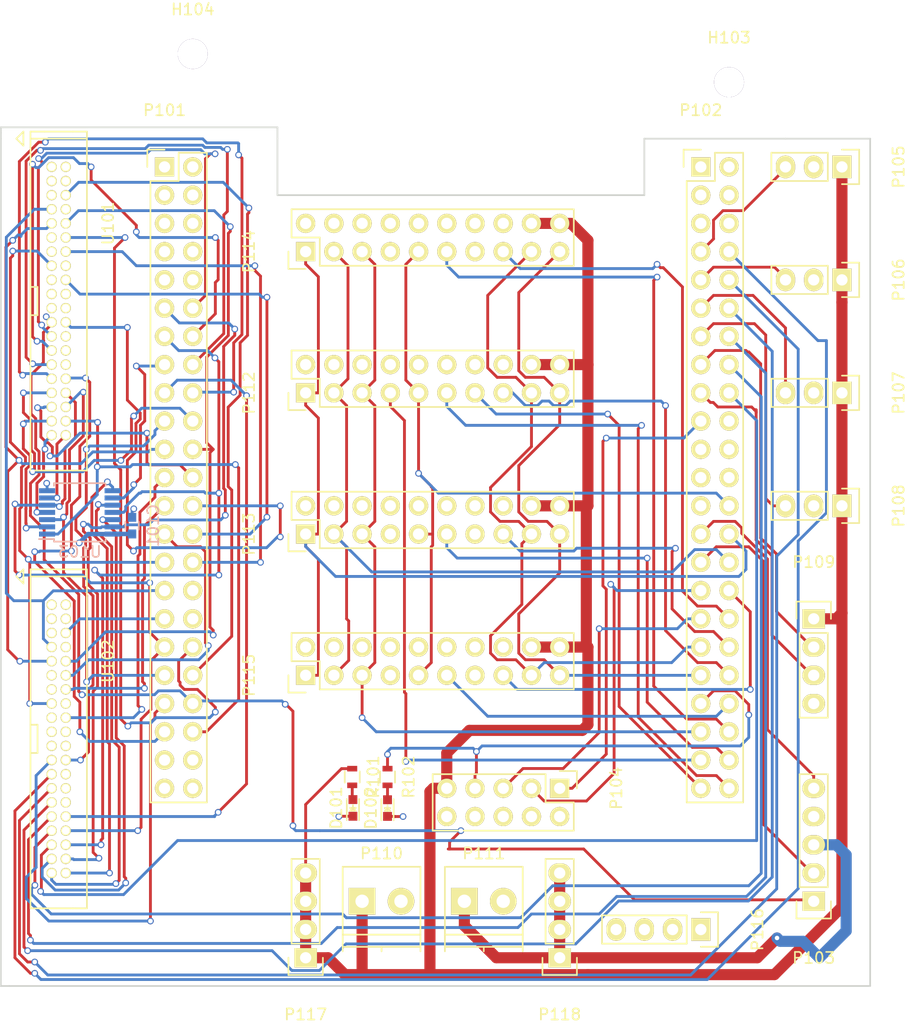
<source format=kicad_pcb>
(kicad_pcb (version 4) (host pcbnew 4.0.4-stable)
  (layers (0 F.Cu signal) (1 In1.Cu signal hide) (2 In2.Cu signal) (31 B.Cu signal) (34 B.Paste user) (35 F.Paste user) (36 B.SilkS user) (37 F.SilkS user) (38 B.Mask user) (39 F.Mask user) (44 Edge.Cuts user))
  (net 0 "")
  (net 1 +3V3)
  (net 2 GND)
  (net 3 "Net-(D101-Pad2)")
  (net 4 "Net-(D102-Pad2)")
  (net 5 /FILTA_2)
  (net 6 /ATT_6_1)
  (net 7 /FILTB_2)
  (net 8 /ATT_5_1)
  (net 9 /FILTC_2)
  (net 10 /ATT_4_1)
  (net 11 /LMXPOW_EN_2)
  (net 12 /ATT_3_1)
  (net 13 /REF_OE_2)
  (net 14 /ATT_2_1)
  (net 15 /REF_SCL)
  (net 16 /REF_SDA)
  (net 17 /LMX_CE_2)
  (net 18 /ATT_1_1)
  (net 19 /LMX_LE_2)
  (net 20 /REF_OE_1)
  (net 21 /LMX_LOCK_2)
  (net 22 /LMX_CE_1)
  (net 23 /LMX_DATA)
  (net 24 /LMX_LE_1)
  (net 25 /LMX_CLK)
  (net 26 /RFSW_2)
  (net 27 /FILTC_1)
  (net 28 /LMX_LOCK_1)
  (net 29 /FILTB_1)
  (net 30 /RFSW_1)
  (net 31 /POWERDET_2)
  (net 32 /POWERDET_1)
  (net 33 /LMXPOW_EN_1)
  (net 34 /FILTA_1)
  (net 35 /SW2_0)
  (net 36 /ATT_6_2)
  (net 37 /SW2_1)
  (net 38 /ATT_5_2)
  (net 39 /SW2_2)
  (net 40 /ATT_4_2)
  (net 41 /SW2_3)
  (net 42 /ATT_3_2)
  (net 43 /SW4_0_0)
  (net 44 /ATT_2_2)
  (net 45 /SW4_0_1)
  (net 46 /ATT_1_2)
  (net 47 /AUX0)
  (net 48 /DOUTB)
  (net 49 /ALC_SW_1_2)
  (net 50 /MIX_EN)
  (net 51 /ALC_SW_1_1)
  (net 52 /MIX_X2)
  (net 53 /AUX1)
  (net 54 /PE_ADC4)
  (net 55 /AUX2)
  (net 56 /PE_ADC3)
  (net 57 /PD)
  (net 58 /PE_ADC2)
  (net 59 /PC)
  (net 60 /PE_ADC1)
  (net 61 /AUX3)
  (net 62 /DOUTA_ADC4)
  (net 63 /SYNCB)
  (net 64 /DOUTA_ADC3)
  (net 65 /FS_ADC1)
  (net 66 /DOUTA_ADC2)
  (net 67 /CLKOUT_ADC1)
  (net 68 /DOUTA_ADC1)
  (net 69 +5V)
  (net 70 /FILT~A~_1)
  (net 71 /FILT~B~_1)
  (net 72 /FILT~C~_1)
  (net 73 /FILT~A~_2)
  (net 74 /FILT~B~_2)
  (net 75 /FILT~C~_2)
  (module Capacitors_SMD:C_0603 (layer B.Cu) (at 32.639 100.838 90)
    (fp_text reference C101 (at 0 1.9 90) (layer B.SilkS) (effects (justify mirror)))
    (fp_text value "100 nF")
    (pad 1 smd rect (at -0.75 0 90) (size 0.8 0.75) (layers B.Cu B.Paste B.Mask) (net 1 +3V3))
    (pad 2 smd rect (at 0.75 0 90) (size 0.8 0.75) (layers B.Cu B.Paste B.Mask) (net 2 GND))
  )
  (module LEDs:LED_0603 (layer F.Cu) (at 52.5145 126.2253 90)
    (fp_text reference D101 (at 0 -1.5 90) (layer F.SilkS))
    (fp_text value LED)
    (pad 2 smd rect (at 0.7493 0 270) (size 0.79756 0.79756) (layers F.Cu F.Paste F.Mask) (net 3 "Net-(D101-Pad2)"))
    (pad 1 smd rect (at -0.7493 0 270) (size 0.79756 0.79756) (layers F.Cu F.Paste F.Mask) (net 2 GND))
  )
  (module LEDs:LED_0603 (layer F.Cu) (at 55.626 126.238 90)
    (fp_text reference D102 (at 0 -1.5 90) (layer F.SilkS))
    (fp_text value LED)
    (pad 2 smd rect (at 0.7493 0 270) (size 0.79756 0.79756) (layers F.Cu F.Paste F.Mask) (net 4 "Net-(D102-Pad2)"))
    (pad 1 smd rect (at -0.7493 0 270) (size 0.79756 0.79756) (layers F.Cu F.Paste F.Mask) (net 2 GND))
  )
  (module Pin_Headers:Pin_Header_Straight_2x23 (layer F.Cu) (at 35.56 68.58)
    (fp_text reference P101 (at 0 -5.1) (layer F.SilkS))
    (fp_text value CONN_02X23)
    (pad 1 thru_hole rect (at 0 0) (size 1.7272 1.7272) (drill 1.016) (layers *.Cu *.Mask F.SilkS) (net 2 GND))
    (pad 2 thru_hole oval (at 2.54 0) (size 1.7272 1.7272) (drill 1.016) (layers *.Cu *.Mask F.SilkS) (net 2 GND))
    (pad 3 thru_hole oval (at 0 2.54) (size 1.7272 1.7272) (drill 1.016) (layers *.Cu *.Mask F.SilkS))
    (pad 4 thru_hole oval (at 2.54 2.54) (size 1.7272 1.7272) (drill 1.016) (layers *.Cu *.Mask F.SilkS))
    (pad 5 thru_hole oval (at 0 5.08) (size 1.7272 1.7272) (drill 1.016) (layers *.Cu *.Mask F.SilkS))
    (pad 6 thru_hole oval (at 2.54 5.08) (size 1.7272 1.7272) (drill 1.016) (layers *.Cu *.Mask F.SilkS))
    (pad 7 thru_hole oval (at 0 7.62) (size 1.7272 1.7272) (drill 1.016) (layers *.Cu *.Mask F.SilkS))
    (pad 8 thru_hole oval (at 2.54 7.62) (size 1.7272 1.7272) (drill 1.016) (layers *.Cu *.Mask F.SilkS))
    (pad 9 thru_hole oval (at 0 10.16) (size 1.7272 1.7272) (drill 1.016) (layers *.Cu *.Mask F.SilkS))
    (pad 10 thru_hole oval (at 2.54 10.16) (size 1.7272 1.7272) (drill 1.016) (layers *.Cu *.Mask F.SilkS))
    (pad 11 thru_hole oval (at 0 12.7) (size 1.7272 1.7272) (drill 1.016) (layers *.Cu *.Mask F.SilkS) (net 5 /FILTA_2))
    (pad 12 thru_hole oval (at 2.54 12.7) (size 1.7272 1.7272) (drill 1.016) (layers *.Cu *.Mask F.SilkS) (net 6 /ATT_6_1))
    (pad 13 thru_hole oval (at 0 15.24) (size 1.7272 1.7272) (drill 1.016) (layers *.Cu *.Mask F.SilkS) (net 7 /FILTB_2))
    (pad 14 thru_hole oval (at 2.54 15.24) (size 1.7272 1.7272) (drill 1.016) (layers *.Cu *.Mask F.SilkS) (net 8 /ATT_5_1))
    (pad 15 thru_hole oval (at 0 17.78) (size 1.7272 1.7272) (drill 1.016) (layers *.Cu *.Mask F.SilkS) (net 9 /FILTC_2))
    (pad 16 thru_hole oval (at 2.54 17.78) (size 1.7272 1.7272) (drill 1.016) (layers *.Cu *.Mask F.SilkS) (net 10 /ATT_4_1))
    (pad 17 thru_hole oval (at 0 20.32) (size 1.7272 1.7272) (drill 1.016) (layers *.Cu *.Mask F.SilkS) (net 11 /LMXPOW_EN_2))
    (pad 18 thru_hole oval (at 2.54 20.32) (size 1.7272 1.7272) (drill 1.016) (layers *.Cu *.Mask F.SilkS) (net 12 /ATT_3_1))
    (pad 19 thru_hole oval (at 0 22.86) (size 1.7272 1.7272) (drill 1.016) (layers *.Cu *.Mask F.SilkS) (net 13 /REF_OE_2))
    (pad 20 thru_hole oval (at 2.54 22.86) (size 1.7272 1.7272) (drill 1.016) (layers *.Cu *.Mask F.SilkS) (net 14 /ATT_2_1))
    (pad 21 thru_hole oval (at 0 25.4) (size 1.7272 1.7272) (drill 1.016) (layers *.Cu *.Mask F.SilkS) (net 15 /REF_SCL))
    (pad 22 thru_hole oval (at 2.54 25.4) (size 1.7272 1.7272) (drill 1.016) (layers *.Cu *.Mask F.SilkS) (net 16 /REF_SDA))
    (pad 23 thru_hole oval (at 0 27.94) (size 1.7272 1.7272) (drill 1.016) (layers *.Cu *.Mask F.SilkS) (net 17 /LMX_CE_2))
    (pad 24 thru_hole oval (at 2.54 27.94) (size 1.7272 1.7272) (drill 1.016) (layers *.Cu *.Mask F.SilkS) (net 18 /ATT_1_1))
    (pad 25 thru_hole oval (at 0 30.48) (size 1.7272 1.7272) (drill 1.016) (layers *.Cu *.Mask F.SilkS) (net 19 /LMX_LE_2))
    (pad 26 thru_hole oval (at 2.54 30.48) (size 1.7272 1.7272) (drill 1.016) (layers *.Cu *.Mask F.SilkS) (net 20 /REF_OE_1))
    (pad 27 thru_hole oval (at 0 33.02) (size 1.7272 1.7272) (drill 1.016) (layers *.Cu *.Mask F.SilkS) (net 21 /LMX_LOCK_2))
    (pad 28 thru_hole oval (at 2.54 33.02) (size 1.7272 1.7272) (drill 1.016) (layers *.Cu *.Mask F.SilkS) (net 22 /LMX_CE_1))
    (pad 29 thru_hole oval (at 0 35.56) (size 1.7272 1.7272) (drill 1.016) (layers *.Cu *.Mask F.SilkS) (net 23 /LMX_DATA))
    (pad 30 thru_hole oval (at 2.54 35.56) (size 1.7272 1.7272) (drill 1.016) (layers *.Cu *.Mask F.SilkS) (net 24 /LMX_LE_1))
    (pad 31 thru_hole oval (at 0 38.1) (size 1.7272 1.7272) (drill 1.016) (layers *.Cu *.Mask F.SilkS) (net 25 /LMX_CLK))
    (pad 32 thru_hole oval (at 2.54 38.1) (size 1.7272 1.7272) (drill 1.016) (layers *.Cu *.Mask F.SilkS))
    (pad 33 thru_hole oval (at 0 40.64) (size 1.7272 1.7272) (drill 1.016) (layers *.Cu *.Mask F.SilkS) (net 26 /RFSW_2))
    (pad 34 thru_hole oval (at 2.54 40.64) (size 1.7272 1.7272) (drill 1.016) (layers *.Cu *.Mask F.SilkS) (net 2 GND))
    (pad 35 thru_hole oval (at 0 43.18) (size 1.7272 1.7272) (drill 1.016) (layers *.Cu *.Mask F.SilkS) (net 27 /FILTC_1))
    (pad 36 thru_hole oval (at 2.54 43.18) (size 1.7272 1.7272) (drill 1.016) (layers *.Cu *.Mask F.SilkS) (net 28 /LMX_LOCK_1))
    (pad 37 thru_hole oval (at 0 45.72) (size 1.7272 1.7272) (drill 1.016) (layers *.Cu *.Mask F.SilkS) (net 29 /FILTB_1))
    (pad 38 thru_hole oval (at 2.54 45.72) (size 1.7272 1.7272) (drill 1.016) (layers *.Cu *.Mask F.SilkS) (net 30 /RFSW_1))
    (pad 39 thru_hole oval (at 0 48.26) (size 1.7272 1.7272) (drill 1.016) (layers *.Cu *.Mask F.SilkS) (net 31 /POWERDET_2))
    (pad 40 thru_hole oval (at 2.54 48.26) (size 1.7272 1.7272) (drill 1.016) (layers *.Cu *.Mask F.SilkS) (net 32 /POWERDET_1))
    (pad 41 thru_hole oval (at 0 50.8) (size 1.7272 1.7272) (drill 1.016) (layers *.Cu *.Mask F.SilkS) (net 33 /LMXPOW_EN_1))
    (pad 42 thru_hole oval (at 2.54 50.8) (size 1.7272 1.7272) (drill 1.016) (layers *.Cu *.Mask F.SilkS) (net 34 /FILTA_1))
    (pad 43 thru_hole oval (at 0 53.34) (size 1.7272 1.7272) (drill 1.016) (layers *.Cu *.Mask F.SilkS) (net 2 GND))
    (pad 44 thru_hole oval (at 2.54 53.34) (size 1.7272 1.7272) (drill 1.016) (layers *.Cu *.Mask F.SilkS) (net 2 GND))
    (pad 45 thru_hole oval (at 0 55.88) (size 1.7272 1.7272) (drill 1.016) (layers *.Cu *.Mask F.SilkS) (net 2 GND))
    (pad 46 thru_hole oval (at 2.54 55.88) (size 1.7272 1.7272) (drill 1.016) (layers *.Cu *.Mask F.SilkS) (net 2 GND))
  )
  (module Pin_Headers:Pin_Header_Straight_2x23 (layer F.Cu) (at 83.82 68.58)
    (fp_text reference P102 (at 0 -5.1) (layer F.SilkS))
    (fp_text value CONN_02X23)
    (pad 1 thru_hole rect (at 0 0) (size 1.7272 1.7272) (drill 1.016) (layers *.Cu *.Mask F.SilkS) (net 2 GND))
    (pad 2 thru_hole oval (at 2.54 0) (size 1.7272 1.7272) (drill 1.016) (layers *.Cu *.Mask F.SilkS) (net 2 GND))
    (pad 3 thru_hole oval (at 0 2.54) (size 1.7272 1.7272) (drill 1.016) (layers *.Cu *.Mask F.SilkS))
    (pad 4 thru_hole oval (at 2.54 2.54) (size 1.7272 1.7272) (drill 1.016) (layers *.Cu *.Mask F.SilkS))
    (pad 5 thru_hole oval (at 0 5.08) (size 1.7272 1.7272) (drill 1.016) (layers *.Cu *.Mask F.SilkS))
    (pad 6 thru_hole oval (at 2.54 5.08) (size 1.7272 1.7272) (drill 1.016) (layers *.Cu *.Mask F.SilkS))
    (pad 7 thru_hole oval (at 0 7.62) (size 1.7272 1.7272) (drill 1.016) (layers *.Cu *.Mask F.SilkS) (net 35 /SW2_0))
    (pad 8 thru_hole oval (at 2.54 7.62) (size 1.7272 1.7272) (drill 1.016) (layers *.Cu *.Mask F.SilkS) (net 36 /ATT_6_2))
    (pad 9 thru_hole oval (at 0 10.16) (size 1.7272 1.7272) (drill 1.016) (layers *.Cu *.Mask F.SilkS) (net 37 /SW2_1))
    (pad 10 thru_hole oval (at 2.54 10.16) (size 1.7272 1.7272) (drill 1.016) (layers *.Cu *.Mask F.SilkS) (net 38 /ATT_5_2))
    (pad 11 thru_hole oval (at 0 12.7) (size 1.7272 1.7272) (drill 1.016) (layers *.Cu *.Mask F.SilkS) (net 39 /SW2_2))
    (pad 12 thru_hole oval (at 2.54 12.7) (size 1.7272 1.7272) (drill 1.016) (layers *.Cu *.Mask F.SilkS) (net 40 /ATT_4_2))
    (pad 13 thru_hole oval (at 0 15.24) (size 1.7272 1.7272) (drill 1.016) (layers *.Cu *.Mask F.SilkS) (net 41 /SW2_3))
    (pad 14 thru_hole oval (at 2.54 15.24) (size 1.7272 1.7272) (drill 1.016) (layers *.Cu *.Mask F.SilkS) (net 42 /ATT_3_2))
    (pad 15 thru_hole oval (at 0 17.78) (size 1.7272 1.7272) (drill 1.016) (layers *.Cu *.Mask F.SilkS) (net 43 /SW4_0_0))
    (pad 16 thru_hole oval (at 2.54 17.78) (size 1.7272 1.7272) (drill 1.016) (layers *.Cu *.Mask F.SilkS) (net 44 /ATT_2_2))
    (pad 17 thru_hole oval (at 0 20.32) (size 1.7272 1.7272) (drill 1.016) (layers *.Cu *.Mask F.SilkS) (net 45 /SW4_0_1))
    (pad 18 thru_hole oval (at 2.54 20.32) (size 1.7272 1.7272) (drill 1.016) (layers *.Cu *.Mask F.SilkS) (net 46 /ATT_1_2))
    (pad 19 thru_hole oval (at 0 22.86) (size 1.7272 1.7272) (drill 1.016) (layers *.Cu *.Mask F.SilkS) (net 47 /AUX0))
    (pad 20 thru_hole oval (at 2.54 22.86) (size 1.7272 1.7272) (drill 1.016) (layers *.Cu *.Mask F.SilkS))
    (pad 21 thru_hole oval (at 0 25.4) (size 1.7272 1.7272) (drill 1.016) (layers *.Cu *.Mask F.SilkS))
    (pad 22 thru_hole oval (at 2.54 25.4) (size 1.7272 1.7272) (drill 1.016) (layers *.Cu *.Mask F.SilkS))
    (pad 23 thru_hole oval (at 0 27.94) (size 1.7272 1.7272) (drill 1.016) (layers *.Cu *.Mask F.SilkS))
    (pad 24 thru_hole oval (at 2.54 27.94) (size 1.7272 1.7272) (drill 1.016) (layers *.Cu *.Mask F.SilkS))
    (pad 25 thru_hole oval (at 0 30.48) (size 1.7272 1.7272) (drill 1.016) (layers *.Cu *.Mask F.SilkS))
    (pad 26 thru_hole oval (at 2.54 30.48) (size 1.7272 1.7272) (drill 1.016) (layers *.Cu *.Mask F.SilkS) (net 48 /DOUTB))
    (pad 27 thru_hole oval (at 0 33.02) (size 1.7272 1.7272) (drill 1.016) (layers *.Cu *.Mask F.SilkS) (net 49 /ALC_SW_1_2))
    (pad 28 thru_hole oval (at 2.54 33.02) (size 1.7272 1.7272) (drill 1.016) (layers *.Cu *.Mask F.SilkS) (net 50 /MIX_EN))
    (pad 29 thru_hole oval (at 0 35.56) (size 1.7272 1.7272) (drill 1.016) (layers *.Cu *.Mask F.SilkS) (net 51 /ALC_SW_1_1))
    (pad 30 thru_hole oval (at 2.54 35.56) (size 1.7272 1.7272) (drill 1.016) (layers *.Cu *.Mask F.SilkS) (net 52 /MIX_X2))
    (pad 31 thru_hole oval (at 0 38.1) (size 1.7272 1.7272) (drill 1.016) (layers *.Cu *.Mask F.SilkS) (net 53 /AUX1))
    (pad 32 thru_hole oval (at 2.54 38.1) (size 1.7272 1.7272) (drill 1.016) (layers *.Cu *.Mask F.SilkS) (net 54 /PE_ADC4))
    (pad 33 thru_hole oval (at 0 40.64) (size 1.7272 1.7272) (drill 1.016) (layers *.Cu *.Mask F.SilkS) (net 55 /AUX2))
    (pad 34 thru_hole oval (at 2.54 40.64) (size 1.7272 1.7272) (drill 1.016) (layers *.Cu *.Mask F.SilkS) (net 56 /PE_ADC3))
    (pad 35 thru_hole oval (at 0 43.18) (size 1.7272 1.7272) (drill 1.016) (layers *.Cu *.Mask F.SilkS) (net 57 /PD))
    (pad 36 thru_hole oval (at 2.54 43.18) (size 1.7272 1.7272) (drill 1.016) (layers *.Cu *.Mask F.SilkS) (net 58 /PE_ADC2))
    (pad 37 thru_hole oval (at 0 45.72) (size 1.7272 1.7272) (drill 1.016) (layers *.Cu *.Mask F.SilkS) (net 59 /PC))
    (pad 38 thru_hole oval (at 2.54 45.72) (size 1.7272 1.7272) (drill 1.016) (layers *.Cu *.Mask F.SilkS) (net 60 /PE_ADC1))
    (pad 39 thru_hole oval (at 0 48.26) (size 1.7272 1.7272) (drill 1.016) (layers *.Cu *.Mask F.SilkS) (net 61 /AUX3))
    (pad 40 thru_hole oval (at 2.54 48.26) (size 1.7272 1.7272) (drill 1.016) (layers *.Cu *.Mask F.SilkS) (net 62 /DOUTA_ADC4))
    (pad 41 thru_hole oval (at 0 50.8) (size 1.7272 1.7272) (drill 1.016) (layers *.Cu *.Mask F.SilkS) (net 63 /SYNCB))
    (pad 42 thru_hole oval (at 2.54 50.8) (size 1.7272 1.7272) (drill 1.016) (layers *.Cu *.Mask F.SilkS) (net 64 /DOUTA_ADC3))
    (pad 43 thru_hole oval (at 0 53.34) (size 1.7272 1.7272) (drill 1.016) (layers *.Cu *.Mask F.SilkS) (net 65 /FS_ADC1))
    (pad 44 thru_hole oval (at 2.54 53.34) (size 1.7272 1.7272) (drill 1.016) (layers *.Cu *.Mask F.SilkS) (net 66 /DOUTA_ADC2))
    (pad 45 thru_hole oval (at 0 55.88) (size 1.7272 1.7272) (drill 1.016) (layers *.Cu *.Mask F.SilkS) (net 67 /CLKOUT_ADC1))
    (pad 46 thru_hole oval (at 2.54 55.88) (size 1.7272 1.7272) (drill 1.016) (layers *.Cu *.Mask F.SilkS) (net 68 /DOUTA_ADC1))
  )
  (module Pin_Headers:Pin_Header_Straight_1x05 (layer F.Cu) (at 93.98 134.62 180)
    (fp_text reference P103 (at 0 -5.1 180) (layer F.SilkS))
    (fp_text value CONN_01X05)
    (pad 1 thru_hole rect (at 0 0 180) (size 2.032 1.7272) (drill 1.016) (layers *.Cu *.Mask F.SilkS) (net 32 /POWERDET_1))
    (pad 2 thru_hole oval (at 0 2.54 180) (size 2.032 1.7272) (drill 1.016) (layers *.Cu *.Mask F.SilkS) (net 51 /ALC_SW_1_1))
    (pad 3 thru_hole oval (at 0 5.08 180) (size 2.032 1.7272) (drill 1.016) (layers *.Cu *.Mask F.SilkS) (net 69 +5V))
    (pad 4 thru_hole oval (at 0 7.62 180) (size 2.032 1.7272) (drill 1.016) (layers *.Cu *.Mask F.SilkS) (net 2 GND))
    (pad 5 thru_hole oval (at 0 10.16 180) (size 2.032 1.7272) (drill 1.016) (layers *.Cu *.Mask F.SilkS) (net 49 /ALC_SW_1_2))
  )
  (module Pin_Headers:Pin_Header_Straight_2x05 (layer F.Cu) (at 71.12 124.46 270)
    (fp_text reference P104 (at 0 -5.1 270) (layer F.SilkS))
    (fp_text value CONN_02X05)
    (pad 1 thru_hole rect (at 0 0 270) (size 1.7272 1.7272) (drill 1.016) (layers *.Cu *.Mask F.SilkS) (net 47 /AUX0))
    (pad 2 thru_hole oval (at 2.54 0 270) (size 1.7272 1.7272) (drill 1.016) (layers *.Cu *.Mask F.SilkS) (net 2 GND))
    (pad 3 thru_hole oval (at 0 2.54 270) (size 1.7272 1.7272) (drill 1.016) (layers *.Cu *.Mask F.SilkS) (net 53 /AUX1))
    (pad 4 thru_hole oval (at 2.54 2.54 270) (size 1.7272 1.7272) (drill 1.016) (layers *.Cu *.Mask F.SilkS) (net 2 GND))
    (pad 5 thru_hole oval (at 0 5.08 270) (size 1.7272 1.7272) (drill 1.016) (layers *.Cu *.Mask F.SilkS) (net 55 /AUX2))
    (pad 6 thru_hole oval (at 2.54 5.08 270) (size 1.7272 1.7272) (drill 1.016) (layers *.Cu *.Mask F.SilkS) (net 2 GND))
    (pad 7 thru_hole oval (at 0 7.62 270) (size 1.7272 1.7272) (drill 1.016) (layers *.Cu *.Mask F.SilkS) (net 61 /AUX3))
    (pad 8 thru_hole oval (at 2.54 7.62 270) (size 1.7272 1.7272) (drill 1.016) (layers *.Cu *.Mask F.SilkS) (net 2 GND))
    (pad 9 thru_hole oval (at 0 10.16 270) (size 1.7272 1.7272) (drill 1.016) (layers *.Cu *.Mask F.SilkS) (net 1 +3V3))
    (pad 10 thru_hole oval (at 2.54 10.16 270) (size 1.7272 1.7272) (drill 1.016) (layers *.Cu *.Mask F.SilkS) (net 2 GND))
  )
  (module Pin_Headers:Pin_Header_Straight_1x03 (layer F.Cu) (at 96.52 68.58 270)
    (fp_text reference P105 (at 0 -5.1 270) (layer F.SilkS))
    (fp_text value CONN_01X03)
    (pad 1 thru_hole rect (at 0 0 270) (size 2.032 1.7272) (drill 1.016) (layers *.Cu *.Mask F.SilkS) (net 1 +3V3))
    (pad 2 thru_hole oval (at 0 2.54 270) (size 2.032 1.7272) (drill 1.016) (layers *.Cu *.Mask F.SilkS) (net 2 GND))
    (pad 3 thru_hole oval (at 0 5.08 270) (size 2.032 1.7272) (drill 1.016) (layers *.Cu *.Mask F.SilkS) (net 35 /SW2_0))
  )
  (module Pin_Headers:Pin_Header_Straight_1x03 (layer F.Cu) (at 96.52 78.74 270)
    (fp_text reference P106 (at 0 -5.1 270) (layer F.SilkS))
    (fp_text value CONN_01X03)
    (pad 1 thru_hole rect (at 0 0 270) (size 2.032 1.7272) (drill 1.016) (layers *.Cu *.Mask F.SilkS) (net 1 +3V3))
    (pad 2 thru_hole oval (at 0 2.54 270) (size 2.032 1.7272) (drill 1.016) (layers *.Cu *.Mask F.SilkS) (net 2 GND))
    (pad 3 thru_hole oval (at 0 5.08 270) (size 2.032 1.7272) (drill 1.016) (layers *.Cu *.Mask F.SilkS) (net 37 /SW2_1))
  )
  (module Pin_Headers:Pin_Header_Straight_1x03 (layer F.Cu) (at 96.52 88.9 270)
    (fp_text reference P107 (at 0 -5.1 270) (layer F.SilkS))
    (fp_text value CONN_01X03)
    (pad 1 thru_hole rect (at 0 0 270) (size 2.032 1.7272) (drill 1.016) (layers *.Cu *.Mask F.SilkS) (net 1 +3V3))
    (pad 2 thru_hole oval (at 0 2.54 270) (size 2.032 1.7272) (drill 1.016) (layers *.Cu *.Mask F.SilkS) (net 2 GND))
    (pad 3 thru_hole oval (at 0 5.08 270) (size 2.032 1.7272) (drill 1.016) (layers *.Cu *.Mask F.SilkS) (net 39 /SW2_2))
  )
  (module Pin_Headers:Pin_Header_Straight_1x03 (layer F.Cu) (at 96.52 99.06 270)
    (fp_text reference P108 (at 0 -5.1 270) (layer F.SilkS))
    (fp_text value CONN_01X03)
    (pad 1 thru_hole rect (at 0 0 270) (size 2.032 1.7272) (drill 1.016) (layers *.Cu *.Mask F.SilkS) (net 1 +3V3))
    (pad 2 thru_hole oval (at 0 2.54 270) (size 2.032 1.7272) (drill 1.016) (layers *.Cu *.Mask F.SilkS) (net 2 GND))
    (pad 3 thru_hole oval (at 0 5.08 270) (size 2.032 1.7272) (drill 1.016) (layers *.Cu *.Mask F.SilkS) (net 41 /SW2_3))
  )
  (module Terminal_Blocks:TerminalBlock_Pheonix_PT-3.5mm_2pol (layer F.Cu) (at 53.34 134.62)
    (fp_text reference P110 (at 1.75 -4.3) (layer F.SilkS))
    (fp_text value CONN_01X02)
    (pad 2 thru_hole circle (at 3.5 0) (size 2.4 2.4) (drill 1.2) (layers *.Cu *.Mask F.SilkS) (net 2 GND))
    (pad 1 thru_hole rect (at 0 0) (size 2.4 2.4) (drill 1.2) (layers *.Cu *.Mask F.SilkS) (net 1 +3V3))
  )
  (module Terminal_Blocks:TerminalBlock_Pheonix_PT-3.5mm_2pol (layer F.Cu) (at 62.54 134.62)
    (fp_text reference P111 (at 1.75 -4.3) (layer F.SilkS))
    (fp_text value CONN_01X02)
    (pad 2 thru_hole circle (at 3.5 0) (size 2.4 2.4) (drill 1.2) (layers *.Cu *.Mask F.SilkS) (net 2 GND))
    (pad 1 thru_hole rect (at 0 0) (size 2.4 2.4) (drill 1.2) (layers *.Cu *.Mask F.SilkS) (net 69 +5V))
  )
  (module Pin_Headers:Pin_Header_Straight_2x10 (layer F.Cu) (at 48.26 88.9 90)
    (fp_text reference P112 (at 0 -5.1 90) (layer F.SilkS))
    (fp_text value CONN_02X10)
    (pad 1 thru_hole rect (at 0 0 90) (size 1.7272 1.7272) (drill 1.016) (layers *.Cu *.Mask F.SilkS) (net 50 /MIX_EN))
    (pad 2 thru_hole oval (at 2.54 0 90) (size 1.7272 1.7272) (drill 1.016) (layers *.Cu *.Mask F.SilkS) (net 2 GND))
    (pad 3 thru_hole oval (at 0 2.54 90) (size 1.7272 1.7272) (drill 1.016) (layers *.Cu *.Mask F.SilkS) (net 52 /MIX_X2))
    (pad 4 thru_hole oval (at 2.54 2.54 90) (size 1.7272 1.7272) (drill 1.016) (layers *.Cu *.Mask F.SilkS) (net 2 GND))
    (pad 5 thru_hole oval (at 0 5.08 90) (size 1.7272 1.7272) (drill 1.016) (layers *.Cu *.Mask F.SilkS) (net 63 /SYNCB))
    (pad 6 thru_hole oval (at 2.54 5.08 90) (size 1.7272 1.7272) (drill 1.016) (layers *.Cu *.Mask F.SilkS) (net 2 GND))
    (pad 7 thru_hole oval (at 0 7.62 90) (size 1.7272 1.7272) (drill 1.016) (layers *.Cu *.Mask F.SilkS) (net 65 /FS_ADC1))
    (pad 8 thru_hole oval (at 2.54 7.62 90) (size 1.7272 1.7272) (drill 1.016) (layers *.Cu *.Mask F.SilkS) (net 2 GND))
    (pad 9 thru_hole oval (at 0 10.16 90) (size 1.7272 1.7272) (drill 1.016) (layers *.Cu *.Mask F.SilkS) (net 48 /DOUTB))
    (pad 10 thru_hole oval (at 2.54 10.16 90) (size 1.7272 1.7272) (drill 1.016) (layers *.Cu *.Mask F.SilkS) (net 2 GND))
    (pad 11 thru_hole oval (at 0 12.7 90) (size 1.7272 1.7272) (drill 1.016) (layers *.Cu *.Mask F.SilkS) (net 68 /DOUTA_ADC1))
    (pad 12 thru_hole oval (at 2.54 12.7 90) (size 1.7272 1.7272) (drill 1.016) (layers *.Cu *.Mask F.SilkS) (net 2 GND))
    (pad 13 thru_hole oval (at 0 15.24 90) (size 1.7272 1.7272) (drill 1.016) (layers *.Cu *.Mask F.SilkS) (net 67 /CLKOUT_ADC1))
    (pad 14 thru_hole oval (at 2.54 15.24 90) (size 1.7272 1.7272) (drill 1.016) (layers *.Cu *.Mask F.SilkS) (net 2 GND))
    (pad 15 thru_hole oval (at 0 17.78 90) (size 1.7272 1.7272) (drill 1.016) (layers *.Cu *.Mask F.SilkS) (net 60 /PE_ADC1))
    (pad 16 thru_hole oval (at 2.54 17.78 90) (size 1.7272 1.7272) (drill 1.016) (layers *.Cu *.Mask F.SilkS) (net 2 GND))
    (pad 17 thru_hole oval (at 0 20.32 90) (size 1.7272 1.7272) (drill 1.016) (layers *.Cu *.Mask F.SilkS) (net 57 /PD))
    (pad 18 thru_hole oval (at 2.54 20.32 90) (size 1.7272 1.7272) (drill 1.016) (layers *.Cu *.Mask F.SilkS) (net 1 +3V3))
    (pad 19 thru_hole oval (at 0 22.86 90) (size 1.7272 1.7272) (drill 1.016) (layers *.Cu *.Mask F.SilkS) (net 59 /PC))
    (pad 20 thru_hole oval (at 2.54 22.86 90) (size 1.7272 1.7272) (drill 1.016) (layers *.Cu *.Mask F.SilkS) (net 1 +3V3))
  )
  (module Pin_Headers:Pin_Header_Straight_2x10 (layer F.Cu) (at 48.26 101.6 90)
    (fp_text reference P113 (at 0 -5.1 90) (layer F.SilkS))
    (fp_text value CONN_02X10)
    (pad 1 thru_hole rect (at 0 0 90) (size 1.7272 1.7272) (drill 1.016) (layers *.Cu *.Mask F.SilkS) (net 50 /MIX_EN))
    (pad 2 thru_hole oval (at 2.54 0 90) (size 1.7272 1.7272) (drill 1.016) (layers *.Cu *.Mask F.SilkS) (net 2 GND))
    (pad 3 thru_hole oval (at 0 2.54 90) (size 1.7272 1.7272) (drill 1.016) (layers *.Cu *.Mask F.SilkS) (net 52 /MIX_X2))
    (pad 4 thru_hole oval (at 2.54 2.54 90) (size 1.7272 1.7272) (drill 1.016) (layers *.Cu *.Mask F.SilkS) (net 2 GND))
    (pad 5 thru_hole oval (at 0 5.08 90) (size 1.7272 1.7272) (drill 1.016) (layers *.Cu *.Mask F.SilkS) (net 63 /SYNCB))
    (pad 6 thru_hole oval (at 2.54 5.08 90) (size 1.7272 1.7272) (drill 1.016) (layers *.Cu *.Mask F.SilkS) (net 2 GND))
    (pad 7 thru_hole oval (at 0 7.62 90) (size 1.7272 1.7272) (drill 1.016) (layers *.Cu *.Mask F.SilkS))
    (pad 8 thru_hole oval (at 2.54 7.62 90) (size 1.7272 1.7272) (drill 1.016) (layers *.Cu *.Mask F.SilkS) (net 2 GND))
    (pad 9 thru_hole oval (at 0 10.16 90) (size 1.7272 1.7272) (drill 1.016) (layers *.Cu *.Mask F.SilkS) (net 48 /DOUTB))
    (pad 10 thru_hole oval (at 2.54 10.16 90) (size 1.7272 1.7272) (drill 1.016) (layers *.Cu *.Mask F.SilkS) (net 2 GND))
    (pad 11 thru_hole oval (at 0 12.7 90) (size 1.7272 1.7272) (drill 1.016) (layers *.Cu *.Mask F.SilkS) (net 66 /DOUTA_ADC2))
    (pad 12 thru_hole oval (at 2.54 12.7 90) (size 1.7272 1.7272) (drill 1.016) (layers *.Cu *.Mask F.SilkS) (net 2 GND))
    (pad 13 thru_hole oval (at 0 15.24 90) (size 1.7272 1.7272) (drill 1.016) (layers *.Cu *.Mask F.SilkS))
    (pad 14 thru_hole oval (at 2.54 15.24 90) (size 1.7272 1.7272) (drill 1.016) (layers *.Cu *.Mask F.SilkS) (net 2 GND))
    (pad 15 thru_hole oval (at 0 17.78 90) (size 1.7272 1.7272) (drill 1.016) (layers *.Cu *.Mask F.SilkS) (net 58 /PE_ADC2))
    (pad 16 thru_hole oval (at 2.54 17.78 90) (size 1.7272 1.7272) (drill 1.016) (layers *.Cu *.Mask F.SilkS) (net 2 GND))
    (pad 17 thru_hole oval (at 0 20.32 90) (size 1.7272 1.7272) (drill 1.016) (layers *.Cu *.Mask F.SilkS) (net 57 /PD))
    (pad 18 thru_hole oval (at 2.54 20.32 90) (size 1.7272 1.7272) (drill 1.016) (layers *.Cu *.Mask F.SilkS) (net 1 +3V3))
    (pad 19 thru_hole oval (at 0 22.86 90) (size 1.7272 1.7272) (drill 1.016) (layers *.Cu *.Mask F.SilkS) (net 59 /PC))
    (pad 20 thru_hole oval (at 2.54 22.86 90) (size 1.7272 1.7272) (drill 1.016) (layers *.Cu *.Mask F.SilkS) (net 1 +3V3))
  )
  (module Pin_Headers:Pin_Header_Straight_2x10 (layer F.Cu) (at 48.26 76.2 90)
    (fp_text reference P114 (at 0 -5.1 90) (layer F.SilkS))
    (fp_text value CONN_02X10)
    (pad 1 thru_hole rect (at 0 0 90) (size 1.7272 1.7272) (drill 1.016) (layers *.Cu *.Mask F.SilkS) (net 50 /MIX_EN))
    (pad 2 thru_hole oval (at 2.54 0 90) (size 1.7272 1.7272) (drill 1.016) (layers *.Cu *.Mask F.SilkS) (net 2 GND))
    (pad 3 thru_hole oval (at 0 2.54 90) (size 1.7272 1.7272) (drill 1.016) (layers *.Cu *.Mask F.SilkS) (net 52 /MIX_X2))
    (pad 4 thru_hole oval (at 2.54 2.54 90) (size 1.7272 1.7272) (drill 1.016) (layers *.Cu *.Mask F.SilkS) (net 2 GND))
    (pad 5 thru_hole oval (at 0 5.08 90) (size 1.7272 1.7272) (drill 1.016) (layers *.Cu *.Mask F.SilkS) (net 63 /SYNCB))
    (pad 6 thru_hole oval (at 2.54 5.08 90) (size 1.7272 1.7272) (drill 1.016) (layers *.Cu *.Mask F.SilkS) (net 2 GND))
    (pad 7 thru_hole oval (at 0 7.62 90) (size 1.7272 1.7272) (drill 1.016) (layers *.Cu *.Mask F.SilkS))
    (pad 8 thru_hole oval (at 2.54 7.62 90) (size 1.7272 1.7272) (drill 1.016) (layers *.Cu *.Mask F.SilkS) (net 2 GND))
    (pad 9 thru_hole oval (at 0 10.16 90) (size 1.7272 1.7272) (drill 1.016) (layers *.Cu *.Mask F.SilkS) (net 48 /DOUTB))
    (pad 10 thru_hole oval (at 2.54 10.16 90) (size 1.7272 1.7272) (drill 1.016) (layers *.Cu *.Mask F.SilkS) (net 2 GND))
    (pad 11 thru_hole oval (at 0 12.7 90) (size 1.7272 1.7272) (drill 1.016) (layers *.Cu *.Mask F.SilkS) (net 64 /DOUTA_ADC3))
    (pad 12 thru_hole oval (at 2.54 12.7 90) (size 1.7272 1.7272) (drill 1.016) (layers *.Cu *.Mask F.SilkS) (net 2 GND))
    (pad 13 thru_hole oval (at 0 15.24 90) (size 1.7272 1.7272) (drill 1.016) (layers *.Cu *.Mask F.SilkS))
    (pad 14 thru_hole oval (at 2.54 15.24 90) (size 1.7272 1.7272) (drill 1.016) (layers *.Cu *.Mask F.SilkS) (net 2 GND))
    (pad 15 thru_hole oval (at 0 17.78 90) (size 1.7272 1.7272) (drill 1.016) (layers *.Cu *.Mask F.SilkS) (net 56 /PE_ADC3))
    (pad 16 thru_hole oval (at 2.54 17.78 90) (size 1.7272 1.7272) (drill 1.016) (layers *.Cu *.Mask F.SilkS) (net 2 GND))
    (pad 17 thru_hole oval (at 0 20.32 90) (size 1.7272 1.7272) (drill 1.016) (layers *.Cu *.Mask F.SilkS) (net 57 /PD))
    (pad 18 thru_hole oval (at 2.54 20.32 90) (size 1.7272 1.7272) (drill 1.016) (layers *.Cu *.Mask F.SilkS) (net 1 +3V3))
    (pad 19 thru_hole oval (at 0 22.86 90) (size 1.7272 1.7272) (drill 1.016) (layers *.Cu *.Mask F.SilkS) (net 59 /PC))
    (pad 20 thru_hole oval (at 2.54 22.86 90) (size 1.7272 1.7272) (drill 1.016) (layers *.Cu *.Mask F.SilkS) (net 1 +3V3))
  )
  (module Pin_Headers:Pin_Header_Straight_2x10 (layer F.Cu) (at 48.26 114.3 90)
    (fp_text reference P115 (at 0 -5.1 90) (layer F.SilkS))
    (fp_text value CONN_02X10)
    (pad 1 thru_hole rect (at 0 0 90) (size 1.7272 1.7272) (drill 1.016) (layers *.Cu *.Mask F.SilkS) (net 50 /MIX_EN))
    (pad 2 thru_hole oval (at 2.54 0 90) (size 1.7272 1.7272) (drill 1.016) (layers *.Cu *.Mask F.SilkS) (net 2 GND))
    (pad 3 thru_hole oval (at 0 2.54 90) (size 1.7272 1.7272) (drill 1.016) (layers *.Cu *.Mask F.SilkS) (net 52 /MIX_X2))
    (pad 4 thru_hole oval (at 2.54 2.54 90) (size 1.7272 1.7272) (drill 1.016) (layers *.Cu *.Mask F.SilkS) (net 2 GND))
    (pad 5 thru_hole oval (at 0 5.08 90) (size 1.7272 1.7272) (drill 1.016) (layers *.Cu *.Mask F.SilkS) (net 63 /SYNCB))
    (pad 6 thru_hole oval (at 2.54 5.08 90) (size 1.7272 1.7272) (drill 1.016) (layers *.Cu *.Mask F.SilkS) (net 2 GND))
    (pad 7 thru_hole oval (at 0 7.62 90) (size 1.7272 1.7272) (drill 1.016) (layers *.Cu *.Mask F.SilkS))
    (pad 8 thru_hole oval (at 2.54 7.62 90) (size 1.7272 1.7272) (drill 1.016) (layers *.Cu *.Mask F.SilkS) (net 2 GND))
    (pad 9 thru_hole oval (at 0 10.16 90) (size 1.7272 1.7272) (drill 1.016) (layers *.Cu *.Mask F.SilkS) (net 48 /DOUTB))
    (pad 10 thru_hole oval (at 2.54 10.16 90) (size 1.7272 1.7272) (drill 1.016) (layers *.Cu *.Mask F.SilkS) (net 2 GND))
    (pad 11 thru_hole oval (at 0 12.7 90) (size 1.7272 1.7272) (drill 1.016) (layers *.Cu *.Mask F.SilkS) (net 62 /DOUTA_ADC4))
    (pad 12 thru_hole oval (at 2.54 12.7 90) (size 1.7272 1.7272) (drill 1.016) (layers *.Cu *.Mask F.SilkS) (net 2 GND))
    (pad 13 thru_hole oval (at 0 15.24 90) (size 1.7272 1.7272) (drill 1.016) (layers *.Cu *.Mask F.SilkS))
    (pad 14 thru_hole oval (at 2.54 15.24 90) (size 1.7272 1.7272) (drill 1.016) (layers *.Cu *.Mask F.SilkS) (net 2 GND))
    (pad 15 thru_hole oval (at 0 17.78 90) (size 1.7272 1.7272) (drill 1.016) (layers *.Cu *.Mask F.SilkS) (net 54 /PE_ADC4))
    (pad 16 thru_hole oval (at 2.54 17.78 90) (size 1.7272 1.7272) (drill 1.016) (layers *.Cu *.Mask F.SilkS) (net 2 GND))
    (pad 17 thru_hole oval (at 0 20.32 90) (size 1.7272 1.7272) (drill 1.016) (layers *.Cu *.Mask F.SilkS) (net 57 /PD))
    (pad 18 thru_hole oval (at 2.54 20.32 90) (size 1.7272 1.7272) (drill 1.016) (layers *.Cu *.Mask F.SilkS) (net 1 +3V3))
    (pad 19 thru_hole oval (at 0 22.86 90) (size 1.7272 1.7272) (drill 1.016) (layers *.Cu *.Mask F.SilkS) (net 59 /PC))
    (pad 20 thru_hole oval (at 2.54 22.86 90) (size 1.7272 1.7272) (drill 1.016) (layers *.Cu *.Mask F.SilkS) (net 1 +3V3))
  )
  (module Pin_Headers:Pin_Header_Straight_1x04 (layer F.Cu) (at 83.82 137.16 270)
    (fp_text reference P116 (at 0 -5.1 270) (layer F.SilkS))
    (fp_text value CONN_01X04)
    (pad 1 thru_hole rect (at 0 0 270) (size 2.032 1.7272) (drill 1.016) (layers *.Cu *.Mask F.SilkS) (net 2 GND))
    (pad 2 thru_hole oval (at 0 2.54 270) (size 2.032 1.7272) (drill 1.016) (layers *.Cu *.Mask F.SilkS) (net 2 GND))
    (pad 3 thru_hole oval (at 0 5.08 270) (size 2.032 1.7272) (drill 1.016) (layers *.Cu *.Mask F.SilkS) (net 2 GND))
    (pad 4 thru_hole oval (at 0 7.62 270) (size 2.032 1.7272) (drill 1.016) (layers *.Cu *.Mask F.SilkS) (net 2 GND))
  )
  (module Pin_Headers:Pin_Header_Straight_1x04 (layer F.Cu) (at 48.26 139.7 180)
    (fp_text reference P117 (at 0 -5.1 180) (layer F.SilkS))
    (fp_text value CONN_01X04)
    (pad 1 thru_hole rect (at 0 0 180) (size 2.032 1.7272) (drill 1.016) (layers *.Cu *.Mask F.SilkS) (net 1 +3V3))
    (pad 2 thru_hole oval (at 0 2.54 180) (size 2.032 1.7272) (drill 1.016) (layers *.Cu *.Mask F.SilkS) (net 1 +3V3))
    (pad 3 thru_hole oval (at 0 5.08 180) (size 2.032 1.7272) (drill 1.016) (layers *.Cu *.Mask F.SilkS) (net 1 +3V3))
    (pad 4 thru_hole oval (at 0 7.62 180) (size 2.032 1.7272) (drill 1.016) (layers *.Cu *.Mask F.SilkS) (net 1 +3V3))
  )
  (module Pin_Headers:Pin_Header_Straight_1x04 (layer F.Cu) (at 71.12 139.7 180)
    (fp_text reference P118 (at 0 -5.1 180) (layer F.SilkS))
    (fp_text value CONN_01X04)
    (pad 1 thru_hole rect (at 0 0 180) (size 2.032 1.7272) (drill 1.016) (layers *.Cu *.Mask F.SilkS) (net 69 +5V))
    (pad 2 thru_hole oval (at 0 2.54 180) (size 2.032 1.7272) (drill 1.016) (layers *.Cu *.Mask F.SilkS) (net 69 +5V))
    (pad 3 thru_hole oval (at 0 5.08 180) (size 2.032 1.7272) (drill 1.016) (layers *.Cu *.Mask F.SilkS) (net 69 +5V))
    (pad 4 thru_hole oval (at 0 7.62 180) (size 2.032 1.7272) (drill 1.016) (layers *.Cu *.Mask F.SilkS) (net 69 +5V))
  )
  (module Resistors_SMD:R_0603 (layer F.Cu) (at 52.451 123.444 270)
    (fp_text reference R101 (at 0 -1.9 270) (layer F.SilkS))
    (fp_text value 10k)
    (pad 1 smd rect (at -0.75 0 270) (size 0.5 0.9) (layers F.Cu F.Paste F.Mask) (net 1 +3V3))
    (pad 2 smd rect (at 0.75 0 270) (size 0.5 0.9) (layers F.Cu F.Paste F.Mask) (net 3 "Net-(D101-Pad2)"))
  )
  (module Resistors_SMD:R_0603 (layer F.Cu) (at 55.626 123.444 270)
    (fp_text reference R102 (at 0 -1.9 270) (layer F.SilkS))
    (fp_text value 10k)
    (pad 1 smd rect (at -0.75 0 270) (size 0.5 0.9) (layers F.Cu F.Paste F.Mask) (net 61 /AUX3))
    (pad 2 smd rect (at 0.75 0 270) (size 0.5 0.9) (layers F.Cu F.Paste F.Mask) (net 4 "Net-(D102-Pad2)"))
  )
  (module vna_footprints:3221-40-0100-00_conn40 (layer F.Cu) (at 26.035 80.645 270)
    (fp_text reference U101 (at -6.985 -4.445 270) (layer F.SilkS))
    (fp_text value boosterpack_ti)
    (pad 1 thru_hole circle (at -12.065 0.635 270) (size 0.925 0.925) (drill 0.7) (layers *.Cu *.Mask F.SilkS))
    (pad 2 thru_hole circle (at -12.065 -0.635 270) (size 0.925 0.925) (drill 0.7) (layers *.Cu *.Mask F.SilkS))
    (pad 3 thru_hole circle (at -10.795 0.635 270) (size 0.925 0.925) (drill 0.7) (layers *.Cu *.Mask F.SilkS))
    (pad 4 thru_hole circle (at -10.795 -0.635 270) (size 0.925 0.925) (drill 0.7) (layers *.Cu *.Mask F.SilkS))
    (pad 5 thru_hole circle (at -9.525 0.635 270) (size 0.925 0.925) (drill 0.7) (layers *.Cu *.Mask F.SilkS))
    (pad 6 thru_hole circle (at -9.525 -0.635 270) (size 0.925 0.925) (drill 0.7) (layers *.Cu *.Mask F.SilkS) (net 30 /RFSW_1))
    (pad 7 thru_hole circle (at -8.255 0.635 270) (size 0.925 0.925) (drill 0.7) (layers *.Cu *.Mask F.SilkS) (net 25 /LMX_CLK))
    (pad 8 thru_hole circle (at -8.255 -0.635 270) (size 0.925 0.925) (drill 0.7) (layers *.Cu *.Mask F.SilkS))
    (pad 9 thru_hole circle (at -6.985 0.635 270) (size 0.925 0.925) (drill 0.7) (layers *.Cu *.Mask F.SilkS) (net 15 /REF_SCL))
    (pad 10 thru_hole circle (at -6.985 -0.635 270) (size 0.925 0.925) (drill 0.7) (layers *.Cu *.Mask F.SilkS) (net 16 /REF_SDA))
    (pad 11 thru_hole circle (at -5.715 0.635 270) (size 0.925 0.925) (drill 0.7) (layers *.Cu *.Mask F.SilkS))
    (pad 12 thru_hole circle (at -5.715 -0.635 270) (size 0.925 0.925) (drill 0.7) (layers *.Cu *.Mask F.SilkS) (net 28 /LMX_LOCK_1))
    (pad 13 thru_hole circle (at -4.445 0.635 270) (size 0.925 0.925) (drill 0.7) (layers *.Cu *.Mask F.SilkS))
    (pad 14 thru_hole circle (at -4.445 -0.635 270) (size 0.925 0.925) (drill 0.7) (layers *.Cu *.Mask F.SilkS) (net 24 /LMX_LE_1))
    (pad 15 thru_hole circle (at -3.175 0.635 270) (size 0.925 0.925) (drill 0.7) (layers *.Cu *.Mask F.SilkS) (net 23 /LMX_DATA))
    (pad 16 thru_hole circle (at -3.175 -0.635 270) (size 0.925 0.925) (drill 0.7) (layers *.Cu *.Mask F.SilkS))
    (pad 17 thru_hole circle (at -1.905 0.635 270) (size 0.925 0.925) (drill 0.7) (layers *.Cu *.Mask F.SilkS))
    (pad 18 thru_hole circle (at -1.905 -0.635 270) (size 0.925 0.925) (drill 0.7) (layers *.Cu *.Mask F.SilkS) (net 22 /LMX_CE_1))
    (pad 19 thru_hole circle (at -0.635 0.635 270) (size 0.925 0.925) (drill 0.7) (layers *.Cu *.Mask F.SilkS))
    (pad 20 thru_hole circle (at -0.635 -0.635 270) (size 0.925 0.925) (drill 0.7) (layers *.Cu *.Mask F.SilkS) (net 2 GND))
    (pad 21 thru_hole circle (at 0.635 0.635 270) (size 0.925 0.925) (drill 0.7) (layers *.Cu *.Mask F.SilkS))
    (pad 22 thru_hole circle (at 0.635 -0.635 270) (size 0.925 0.925) (drill 0.7) (layers *.Cu *.Mask F.SilkS) (net 2 GND))
    (pad 23 thru_hole circle (at 1.905 0.635 270) (size 0.925 0.925) (drill 0.7) (layers *.Cu *.Mask F.SilkS) (net 32 /POWERDET_1))
    (pad 24 thru_hole circle (at 1.905 -0.635 270) (size 0.925 0.925) (drill 0.7) (layers *.Cu *.Mask F.SilkS) (net 20 /REF_OE_1))
    (pad 25 thru_hole circle (at 3.175 0.635 270) (size 0.925 0.925) (drill 0.7) (layers *.Cu *.Mask F.SilkS) (net 6 /ATT_6_1))
    (pad 26 thru_hole circle (at 3.175 -0.635 270) (size 0.925 0.925) (drill 0.7) (layers *.Cu *.Mask F.SilkS))
    (pad 27 thru_hole circle (at 4.445 0.635 270) (size 0.925 0.925) (drill 0.7) (layers *.Cu *.Mask F.SilkS) (net 8 /ATT_5_1))
    (pad 28 thru_hole circle (at 4.445 -0.635 270) (size 0.925 0.925) (drill 0.7) (layers *.Cu *.Mask F.SilkS))
    (pad 29 thru_hole circle (at 5.715 0.635 270) (size 0.925 0.925) (drill 0.7) (layers *.Cu *.Mask F.SilkS) (net 10 /ATT_4_1))
    (pad 30 thru_hole circle (at 5.715 -0.635 270) (size 0.925 0.925) (drill 0.7) (layers *.Cu *.Mask F.SilkS))
    (pad 31 thru_hole circle (at 6.985 0.635 270) (size 0.925 0.925) (drill 0.7) (layers *.Cu *.Mask F.SilkS) (net 12 /ATT_3_1))
    (pad 32 thru_hole circle (at 6.985 -0.635 270) (size 0.925 0.925) (drill 0.7) (layers *.Cu *.Mask F.SilkS) (net 33 /LMXPOW_EN_1))
    (pad 33 thru_hole circle (at 8.255 0.635 270) (size 0.925 0.925) (drill 0.7) (layers *.Cu *.Mask F.SilkS) (net 14 /ATT_2_1))
    (pad 34 thru_hole circle (at 8.255 -0.635 270) (size 0.925 0.925) (drill 0.7) (layers *.Cu *.Mask F.SilkS) (net 27 /FILTC_1))
    (pad 35 thru_hole circle (at 9.525 0.635 270) (size 0.925 0.925) (drill 0.7) (layers *.Cu *.Mask F.SilkS) (net 18 /ATT_1_1))
    (pad 36 thru_hole circle (at 9.525 -0.635 270) (size 0.925 0.925) (drill 0.7) (layers *.Cu *.Mask F.SilkS) (net 29 /FILTB_1))
    (pad 37 thru_hole circle (at 10.795 0.635 270) (size 0.925 0.925) (drill 0.7) (layers *.Cu *.Mask F.SilkS) (net 70 /FILT~A~_1))
    (pad 38 thru_hole circle (at 10.795 -0.635 270) (size 0.925 0.925) (drill 0.7) (layers *.Cu *.Mask F.SilkS) (net 34 /FILTA_1))
    (pad 39 thru_hole circle (at 12.065 0.635 270) (size 0.925 0.925) (drill 0.7) (layers *.Cu *.Mask F.SilkS) (net 71 /FILT~B~_1))
    (pad 40 thru_hole circle (at 12.065 -0.635 270) (size 0.925 0.925) (drill 0.7) (layers *.Cu *.Mask F.SilkS) (net 72 /FILT~C~_1))
  )
  (module vna_footprints:3221-40-0100-00_conn40 (layer F.Cu) (at 26.035 120.015 270)
    (fp_text reference U102 (at -6.985 -4.445 270) (layer F.SilkS))
    (fp_text value boosterpack_ti)
    (pad 1 thru_hole circle (at -12.065 0.635 270) (size 0.925 0.925) (drill 0.7) (layers *.Cu *.Mask F.SilkS))
    (pad 2 thru_hole circle (at -12.065 -0.635 270) (size 0.925 0.925) (drill 0.7) (layers *.Cu *.Mask F.SilkS))
    (pad 3 thru_hole circle (at -10.795 0.635 270) (size 0.925 0.925) (drill 0.7) (layers *.Cu *.Mask F.SilkS))
    (pad 4 thru_hole circle (at -10.795 -0.635 270) (size 0.925 0.925) (drill 0.7) (layers *.Cu *.Mask F.SilkS))
    (pad 5 thru_hole circle (at -9.525 0.635 270) (size 0.925 0.925) (drill 0.7) (layers *.Cu *.Mask F.SilkS))
    (pad 6 thru_hole circle (at -9.525 -0.635 270) (size 0.925 0.925) (drill 0.7) (layers *.Cu *.Mask F.SilkS) (net 26 /RFSW_2))
    (pad 7 thru_hole circle (at -8.255 0.635 270) (size 0.925 0.925) (drill 0.7) (layers *.Cu *.Mask F.SilkS) (net 25 /LMX_CLK))
    (pad 8 thru_hole circle (at -8.255 -0.635 270) (size 0.925 0.925) (drill 0.7) (layers *.Cu *.Mask F.SilkS))
    (pad 9 thru_hole circle (at -6.985 0.635 270) (size 0.925 0.925) (drill 0.7) (layers *.Cu *.Mask F.SilkS) (net 15 /REF_SCL))
    (pad 10 thru_hole circle (at -6.985 -0.635 270) (size 0.925 0.925) (drill 0.7) (layers *.Cu *.Mask F.SilkS) (net 16 /REF_SDA))
    (pad 11 thru_hole circle (at -5.715 0.635 270) (size 0.925 0.925) (drill 0.7) (layers *.Cu *.Mask F.SilkS))
    (pad 12 thru_hole circle (at -5.715 -0.635 270) (size 0.925 0.925) (drill 0.7) (layers *.Cu *.Mask F.SilkS) (net 21 /LMX_LOCK_2))
    (pad 13 thru_hole circle (at -4.445 0.635 270) (size 0.925 0.925) (drill 0.7) (layers *.Cu *.Mask F.SilkS))
    (pad 14 thru_hole circle (at -4.445 -0.635 270) (size 0.925 0.925) (drill 0.7) (layers *.Cu *.Mask F.SilkS) (net 19 /LMX_LE_2))
    (pad 15 thru_hole circle (at -3.175 0.635 270) (size 0.925 0.925) (drill 0.7) (layers *.Cu *.Mask F.SilkS) (net 23 /LMX_DATA))
    (pad 16 thru_hole circle (at -3.175 -0.635 270) (size 0.925 0.925) (drill 0.7) (layers *.Cu *.Mask F.SilkS))
    (pad 17 thru_hole circle (at -1.905 0.635 270) (size 0.925 0.925) (drill 0.7) (layers *.Cu *.Mask F.SilkS))
    (pad 18 thru_hole circle (at -1.905 -0.635 270) (size 0.925 0.925) (drill 0.7) (layers *.Cu *.Mask F.SilkS) (net 17 /LMX_CE_2))
    (pad 19 thru_hole circle (at -0.635 0.635 270) (size 0.925 0.925) (drill 0.7) (layers *.Cu *.Mask F.SilkS))
    (pad 20 thru_hole circle (at -0.635 -0.635 270) (size 0.925 0.925) (drill 0.7) (layers *.Cu *.Mask F.SilkS) (net 2 GND))
    (pad 21 thru_hole circle (at 0.635 0.635 270) (size 0.925 0.925) (drill 0.7) (layers *.Cu *.Mask F.SilkS))
    (pad 22 thru_hole circle (at 0.635 -0.635 270) (size 0.925 0.925) (drill 0.7) (layers *.Cu *.Mask F.SilkS) (net 2 GND))
    (pad 23 thru_hole circle (at 1.905 0.635 270) (size 0.925 0.925) (drill 0.7) (layers *.Cu *.Mask F.SilkS) (net 31 /POWERDET_2))
    (pad 24 thru_hole circle (at 1.905 -0.635 270) (size 0.925 0.925) (drill 0.7) (layers *.Cu *.Mask F.SilkS) (net 13 /REF_OE_2))
    (pad 25 thru_hole circle (at 3.175 0.635 270) (size 0.925 0.925) (drill 0.7) (layers *.Cu *.Mask F.SilkS) (net 36 /ATT_6_2))
    (pad 26 thru_hole circle (at 3.175 -0.635 270) (size 0.925 0.925) (drill 0.7) (layers *.Cu *.Mask F.SilkS))
    (pad 27 thru_hole circle (at 4.445 0.635 270) (size 0.925 0.925) (drill 0.7) (layers *.Cu *.Mask F.SilkS) (net 38 /ATT_5_2))
    (pad 28 thru_hole circle (at 4.445 -0.635 270) (size 0.925 0.925) (drill 0.7) (layers *.Cu *.Mask F.SilkS))
    (pad 29 thru_hole circle (at 5.715 0.635 270) (size 0.925 0.925) (drill 0.7) (layers *.Cu *.Mask F.SilkS) (net 40 /ATT_4_2))
    (pad 30 thru_hole circle (at 5.715 -0.635 270) (size 0.925 0.925) (drill 0.7) (layers *.Cu *.Mask F.SilkS))
    (pad 31 thru_hole circle (at 6.985 0.635 270) (size 0.925 0.925) (drill 0.7) (layers *.Cu *.Mask F.SilkS) (net 42 /ATT_3_2))
    (pad 32 thru_hole circle (at 6.985 -0.635 270) (size 0.925 0.925) (drill 0.7) (layers *.Cu *.Mask F.SilkS) (net 11 /LMXPOW_EN_2))
    (pad 33 thru_hole circle (at 8.255 0.635 270) (size 0.925 0.925) (drill 0.7) (layers *.Cu *.Mask F.SilkS) (net 44 /ATT_2_2))
    (pad 34 thru_hole circle (at 8.255 -0.635 270) (size 0.925 0.925) (drill 0.7) (layers *.Cu *.Mask F.SilkS) (net 27 /FILTC_1))
    (pad 35 thru_hole circle (at 9.525 0.635 270) (size 0.925 0.925) (drill 0.7) (layers *.Cu *.Mask F.SilkS) (net 46 /ATT_1_2))
    (pad 36 thru_hole circle (at 9.525 -0.635 270) (size 0.925 0.925) (drill 0.7) (layers *.Cu *.Mask F.SilkS) (net 7 /FILTB_2))
    (pad 37 thru_hole circle (at 10.795 0.635 270) (size 0.925 0.925) (drill 0.7) (layers *.Cu *.Mask F.SilkS) (net 73 /FILT~A~_2))
    (pad 38 thru_hole circle (at 10.795 -0.635 270) (size 0.925 0.925) (drill 0.7) (layers *.Cu *.Mask F.SilkS) (net 5 /FILTA_2))
    (pad 39 thru_hole circle (at 12.065 0.635 270) (size 0.925 0.925) (drill 0.7) (layers *.Cu *.Mask F.SilkS) (net 74 /FILT~B~_2))
    (pad 40 thru_hole circle (at 12.065 -0.635 270) (size 0.925 0.925) (drill 0.7) (layers *.Cu *.Mask F.SilkS) (net 75 /FILT~C~_2))
  )
  (module Housings_SSOP:TSSOP-14_4.4x5mm_Pitch0.65mm (layer B.Cu) (at 27.94 99.65)
    (fp_text reference U103 (at 0 3.55) (layer B.SilkS) (effects (justify mirror)))
    (fp_text value 74HC04_FULL)
    (pad 1 smd rect (at -2.95 1.95) (size 1.45 0.45) (layers B.Cu B.Paste B.Mask) (net 34 /FILTA_1))
    (pad 2 smd rect (at -2.95 1.3) (size 1.45 0.45) (layers B.Cu B.Paste B.Mask) (net 70 /FILT~A~_1))
    (pad 3 smd rect (at -2.95 0.65) (size 1.45 0.45) (layers B.Cu B.Paste B.Mask) (net 29 /FILTB_1))
    (pad 4 smd rect (at -2.95 0) (size 1.45 0.45) (layers B.Cu B.Paste B.Mask) (net 71 /FILT~B~_1))
    (pad 5 smd rect (at -2.95 -0.65) (size 1.45 0.45) (layers B.Cu B.Paste B.Mask) (net 27 /FILTC_1))
    (pad 6 smd rect (at -2.95 -1.3) (size 1.45 0.45) (layers B.Cu B.Paste B.Mask) (net 72 /FILT~C~_1))
    (pad 7 smd rect (at -2.95 -1.95) (size 1.45 0.45) (layers B.Cu B.Paste B.Mask) (net 2 GND))
    (pad 8 smd rect (at 2.95 -1.95) (size 1.45 0.45) (layers B.Cu B.Paste B.Mask) (net 75 /FILT~C~_2))
    (pad 9 smd rect (at 2.95 -1.3) (size 1.45 0.45) (layers B.Cu B.Paste B.Mask) (net 9 /FILTC_2))
    (pad 10 smd rect (at 2.95 -0.65) (size 1.45 0.45) (layers B.Cu B.Paste B.Mask) (net 74 /FILT~B~_2))
    (pad 11 smd rect (at 2.95 0) (size 1.45 0.45) (layers B.Cu B.Paste B.Mask) (net 7 /FILTB_2))
    (pad 12 smd rect (at 2.95 0.65) (size 1.45 0.45) (layers B.Cu B.Paste B.Mask) (net 73 /FILT~A~_2))
    (pad 13 smd rect (at 2.95 1.3) (size 1.45 0.45) (layers B.Cu B.Paste B.Mask) (net 5 /FILTA_2))
    (pad 14 smd rect (at 2.95 1.95) (size 1.45 0.45) (layers B.Cu B.Paste B.Mask) (net 1 +3V3))
  )
  (module Mounting_Holes:MountingHole_2-7mm (layer F.Cu) (at 86.36 60.96)
    (fp_text reference H103 (at 0 -4.0005) (layer F.SilkS))
    (fp_text value MOUNTING_HOLE)
    (pad 1 thru_hole circle (at 0 0) (size 2.7 2.7) (drill 2.7) (layers))
  )
  (module Mounting_Holes:MountingHole_2-7mm (layer F.Cu) (at 38.1 58.42)
    (fp_text reference H104 (at 0 -4.0005) (layer F.SilkS))
    (fp_text value MOUNTING_HOLE)
    (pad 1 thru_hole circle (at 0 0) (size 2.7 2.7) (drill 2.7) (layers))
  )
  (module Pin_Headers:Pin_Header_Straight_1x04 (layer F.Cu) (at 93.98 109.22)
    (fp_text reference P109 (at 0 -5.1) (layer F.SilkS))
    (fp_text value CONN_01X04)
    (pad 1 thru_hole rect (at 0 0) (size 2.032 1.7272) (drill 1.016) (layers *.Cu *.Mask F.SilkS) (net 1 +3V3))
    (pad 2 thru_hole oval (at 0 2.54) (size 2.032 1.7272) (drill 1.016) (layers *.Cu *.Mask F.SilkS) (net 43 /SW4_0_0))
    (pad 3 thru_hole oval (at 0 5.08) (size 2.032 1.7272) (drill 1.016) (layers *.Cu *.Mask F.SilkS) (net 45 /SW4_0_1))
    (pad 4 thru_hole oval (at 0 7.62) (size 2.032 1.7272) (drill 1.016) (layers *.Cu *.Mask F.SilkS) (net 2 GND))
  )
  (gr_line (start 20.828 142.24) (end 21.59 142.24) (layer Edge.Cuts) (width 0.15))
  (gr_line (start 45.72 65.024) (end 45.72 66.04) (layer Edge.Cuts) (width 0.15))
  (gr_line (start 20.828 65.024) (end 45.72 65.024) (layer Edge.Cuts) (width 0.15))
  (gr_line (start 20.828 65.532) (end 20.828 65.024) (layer Edge.Cuts) (width 0.15))
  (gr_line (start 20.828 66.04) (end 20.828 65.532) (layer Edge.Cuts) (width 0.15))
  (gr_line (start 99.06 66.04) (end 91.44 66.04) (layer Edge.Cuts) (width 0.15))
  (gr_line (start 99.06 142.24) (end 99.06 66.04) (layer Edge.Cuts) (width 0.15))
  (gr_line (start 21.59 142.24) (end 99.06 142.24) (layer Edge.Cuts) (width 0.15))
  (gr_line (start 20.828 66.04) (end 20.828 142.24) (layer Edge.Cuts) (width 0.15))
  (gr_line (start 45.72 66.04) (end 45.72 71.12) (layer Edge.Cuts) (width 0.15))
  (gr_line (start 78.74 66.04) (end 78.74 71.12) (layer Edge.Cuts) (width 0.15))
  (gr_line (start 78.74 66.04) (end 91.44 66.04) (layer Edge.Cuts) (width 0.15))
  (gr_line (start 45.72 71.12) (end 78.74 71.12) (layer Edge.Cuts) (width 0.15))
  (segment (start 68.58 73.66) (end 71.12 73.66) (width 1) (layer F.Cu) (net 1))
  (segment (start 28.183849 102.096229) (end 27.88413 102.395948) (width 0.4) (layer B.Cu) (net 1))
  (segment (start 30.89 101.6) (end 28.680078 101.6) (width 0.4) (layer B.Cu) (net 1))
  (segment (start 28.680078 101.6) (end 28.183849 102.096229) (width 0.4) (layer B.Cu) (net 1))
  (via (at 27.88413 102.395948) (size 0.59944) (drill 0.39878) (layers F.Cu B.Cu) (net 1))
  (segment (start 96.52 108.696) (end 96.52 99.06) (width 0.254) (layer F.Cu) (net 1))
  (segment (start 51.4865 122.694) (end 48.26 125.9205) (width 0.254) (layer F.Cu) (net 1))
  (segment (start 48.26 125.9205) (end 48.26 132.08) (width 0.254) (layer F.Cu) (net 1))
  (segment (start 52.451 122.694) (end 51.4865 122.694) (width 0.254) (layer F.Cu) (net 1))
  (segment (start 73.515591 99.204409) (end 73.515591 111.615591) (width 1) (layer F.Cu) (net 1))
  (segment (start 73.66 99.06) (end 73.515591 99.204409) (width 1) (layer F.Cu) (net 1))
  (segment (start 73.515591 111.615591) (end 73.66 111.76) (width 1) (layer F.Cu) (net 1))
  (segment (start 73.152 119.253) (end 73.66 118.745) (width 1) (layer F.Cu) (net 1))
  (segment (start 73.66 118.745) (end 73.66 111.76) (width 1) (layer F.Cu) (net 1))
  (segment (start 62.992 119.253) (end 73.152 119.253) (width 1) (layer F.Cu) (net 1))
  (segment (start 60.96 121.285) (end 62.992 119.253) (width 1) (layer F.Cu) (net 1))
  (segment (start 60.96 124.46) (end 60.96 121.285) (width 1) (layer F.Cu) (net 1))
  (segment (start 72.517 141.216001) (end 59.563 141.216001) (width 1) (layer F.Cu) (net 1))
  (segment (start 59.563 141.216001) (end 53.34 141.216001) (width 1) (layer F.Cu) (net 1))
  (segment (start 59.443999 124.754687) (end 59.443999 141.097) (width 1) (layer F.Cu) (net 1))
  (segment (start 60.96 124.46) (end 59.738686 124.46) (width 1) (layer F.Cu) (net 1))
  (segment (start 59.738686 124.46) (end 59.443999 124.754687) (width 1) (layer F.Cu) (net 1))
  (segment (start 59.443999 141.097) (end 59.563 141.216001) (width 1) (layer F.Cu) (net 1))
  (segment (start 32.639 101.588) (end 30.902 101.588) (width 0.4) (layer B.Cu) (net 1))
  (segment (start 30.902 101.588) (end 30.89 101.6) (width 0.4) (layer B.Cu) (net 1))
  (segment (start 71.12 111.76) (end 72.341314 111.76) (width 1) (layer F.Cu) (net 1))
  (segment (start 72.341314 111.76) (end 73.66 111.76) (width 1) (layer F.Cu) (net 1))
  (segment (start 68.58 111.76) (end 71.12 111.76) (width 1) (layer F.Cu) (net 1))
  (segment (start 73.66 75.184) (end 73.66 86.36) (width 1) (layer F.Cu) (net 1))
  (segment (start 73.66 86.36) (end 73.66 99.06) (width 1) (layer F.Cu) (net 1))
  (segment (start 71.12 86.36) (end 72.341314 86.36) (width 1) (layer F.Cu) (net 1))
  (segment (start 72.341314 86.36) (end 73.66 86.36) (width 1) (layer F.Cu) (net 1))
  (segment (start 68.58 86.36) (end 71.12 86.36) (width 1) (layer F.Cu) (net 1))
  (segment (start 71.12 99.06) (end 72.341314 99.06) (width 1) (layer F.Cu) (net 1))
  (segment (start 72.341314 99.06) (end 73.66 99.06) (width 1) (layer F.Cu) (net 1))
  (segment (start 68.58 99.06) (end 71.12 99.06) (width 1) (layer F.Cu) (net 1))
  (segment (start 72.517 141.216001) (end 73.66 141.216001) (width 1) (layer F.Cu) (net 1))
  (segment (start 90.437921 141.216001) (end 73.66 141.216001) (width 1) (layer F.Cu) (net 1))
  (segment (start 71.12 73.66) (end 72.136 73.66) (width 1) (layer F.Cu) (net 1))
  (segment (start 72.136 73.66) (end 73.66 75.184) (width 1) (layer F.Cu) (net 1))
  (segment (start 53.34 141.216001) (end 51.792001 141.216001) (width 1) (layer F.Cu) (net 1))
  (segment (start 53.34 134.62) (end 53.34 136.82) (width 1) (layer F.Cu) (net 1))
  (segment (start 53.34 136.82) (end 53.34 141.216001) (width 1) (layer F.Cu) (net 1))
  (segment (start 48.26 134.62) (end 48.26 132.08) (width 1) (layer F.Cu) (net 1))
  (segment (start 48.26 137.16) (end 48.26 134.62) (width 1) (layer F.Cu) (net 1))
  (segment (start 48.26 139.7) (end 48.26 137.16) (width 1) (layer F.Cu) (net 1))
  (segment (start 96.52 108.696) (end 96.52 135.133922) (width 1) (layer F.Cu) (net 1))
  (segment (start 96.52 135.133922) (end 90.437921 141.216001) (width 1) (layer F.Cu) (net 1))
  (segment (start 51.792001 141.216001) (end 50.276 139.7) (width 1) (layer F.Cu) (net 1))
  (segment (start 50.276 139.7) (end 48.26 139.7) (width 1) (layer F.Cu) (net 1))
  (segment (start 96.52 88.9) (end 96.52 108.696) (width 1) (layer F.Cu) (net 1))
  (segment (start 96.52 108.696) (end 95.996 109.22) (width 1) (layer F.Cu) (net 1))
  (segment (start 95.996 109.22) (end 93.98 109.22) (width 1) (layer F.Cu) (net 1))
  (segment (start 96.52 78.74) (end 96.52 80.756) (width 1) (layer F.Cu) (net 1))
  (segment (start 96.52 80.756) (end 96.52 88.9) (width 1) (layer F.Cu) (net 1))
  (segment (start 96.52 68.58) (end 96.52 78.74) (width 1) (layer F.Cu) (net 1))
  (segment (start 32.639 100.088) (end 32.639 99.434) (width 0.254) (layer B.Cu) (net 2))
  (via (at 32.791631 99.329003) (size 0.59944) (drill 0.39878) (layers F.Cu B.Cu) (net 2))
  (segment (start 32.639 99.434) (end 32.743997 99.329003) (width 0.254) (layer B.Cu) (net 2))
  (segment (start 32.743997 99.329003) (end 32.791631 99.329003) (width 0.254) (layer B.Cu) (net 2))
  (segment (start 24.9555 97.1865) (end 24.9555 97.028) (width 0.254) (layer B.Cu) (net 2))
  (via (at 24.9555 97.028) (size 0.59944) (drill 0.39878) (layers F.Cu B.Cu) (net 2))
  (segment (start 24.99 97.7) (end 24.99 97.221) (width 0.254) (layer B.Cu) (net 2))
  (segment (start 24.99 97.221) (end 24.9555 97.1865) (width 0.254) (layer B.Cu) (net 2))
  (segment (start 51.3969 126.9746) (end 51.3715 127) (width 0.254) (layer F.Cu) (net 2))
  (segment (start 51.3715 127) (end 51.2445 127) (width 0.254) (layer F.Cu) (net 2))
  (via (at 51.2445 127) (size 0.59944) (drill 0.39878) (layers F.Cu B.Cu) (net 2))
  (segment (start 52.5145 126.9746) (end 51.3969 126.9746) (width 0.254) (layer F.Cu) (net 2))
  (segment (start 56.29148 127) (end 57.023 127) (width 0.254) (layer F.Cu) (net 2))
  (via (at 57.023 127) (size 0.59944) (drill 0.39878) (layers F.Cu B.Cu) (net 2))
  (segment (start 55.626 126.9873) (end 56.27878 126.9873) (width 0.254) (layer F.Cu) (net 2))
  (segment (start 56.27878 126.9873) (end 56.29148 127) (width 0.254) (layer F.Cu) (net 2))
  (segment (start 52.451 124.194) (end 52.451 125.4125) (width 0.254) (layer F.Cu) (net 3))
  (segment (start 52.451 125.4125) (end 52.5145 125.476) (width 0.254) (layer F.Cu) (net 3))
  (segment (start 55.626 124.194) (end 55.626 125.4887) (width 0.254) (layer F.Cu) (net 4))
  (segment (start 41.579822 82.862629) (end 41.879541 83.162348) (width 0.254) (layer B.Cu) (net 5))
  (segment (start 35.56 81.28) (end 36.894519 82.614519) (width 0.254) (layer B.Cu) (net 5))
  (segment (start 41.028631 99.904593) (end 41.028631 97.639031) (width 0.254) (layer F.Cu) (net 5))
  (segment (start 41.879541 83.586216) (end 41.879541 83.162348) (width 0.254) (layer F.Cu) (net 5))
  (segment (start 41.879541 83.72996) (end 41.879541 83.586216) (width 0.254) (layer F.Cu) (net 5))
  (segment (start 41.028631 97.639031) (end 40.881322 97.491722) (width 0.254) (layer F.Cu) (net 5))
  (segment (start 40.881322 97.491722) (end 40.881322 84.728179) (width 0.254) (layer F.Cu) (net 5))
  (segment (start 40.881322 84.728179) (end 41.879541 83.72996) (width 0.254) (layer F.Cu) (net 5))
  (segment (start 36.894519 82.614519) (end 41.331712 82.614519) (width 0.254) (layer B.Cu) (net 5))
  (segment (start 41.331712 82.614519) (end 41.579822 82.862629) (width 0.254) (layer B.Cu) (net 5))
  (via (at 41.879541 83.162348) (size 0.59944) (drill 0.39878) (layers F.Cu B.Cu) (net 5))
  (segment (start 30.89 100.95) (end 31.869 100.95) (width 0.254) (layer B.Cu) (net 5))
  (segment (start 31.869 100.95) (end 32.051599 100.767401) (width 0.254) (layer B.Cu) (net 5))
  (segment (start 32.051599 100.767401) (end 34.106599 100.767401) (width 0.254) (layer B.Cu) (net 5))
  (segment (start 34.106599 100.767401) (end 34.544 100.33) (width 0.254) (layer B.Cu) (net 5))
  (segment (start 34.544 100.33) (end 40.603224 100.33) (width 0.254) (layer B.Cu) (net 5))
  (segment (start 40.603224 100.33) (end 40.728912 100.204312) (width 0.254) (layer B.Cu) (net 5))
  (segment (start 40.728912 100.204312) (end 41.028631 99.904593) (width 0.254) (layer B.Cu) (net 5))
  (segment (start 28.2575 101.337467) (end 28.2575 101.134868) (width 0.254) (layer F.Cu) (net 5))
  (segment (start 28.869662 101.949629) (end 28.2575 101.337467) (width 0.254) (layer F.Cu) (net 5))
  (segment (start 28.689322 106.146318) (end 28.689322 103.022607) (width 0.254) (layer F.Cu) (net 5))
  (segment (start 29.530074 115.3356) (end 29.530074 106.98707) (width 0.254) (layer F.Cu) (net 5))
  (segment (start 29.13382 115.731854) (end 29.530074 115.3356) (width 0.254) (layer F.Cu) (net 5))
  (segment (start 29.6545 130.7465) (end 29.13382 130.22582) (width 0.254) (layer F.Cu) (net 5))
  (segment (start 29.530074 106.98707) (end 28.689322 106.146318) (width 0.254) (layer F.Cu) (net 5))
  (segment (start 28.869662 102.842267) (end 28.869662 101.949629) (width 0.254) (layer F.Cu) (net 5))
  (segment (start 28.689322 103.022607) (end 28.869662 102.842267) (width 0.254) (layer F.Cu) (net 5))
  (segment (start 29.13382 130.22582) (end 29.13382 115.731854) (width 0.254) (layer F.Cu) (net 5))
  (segment (start 28.2575 101.134868) (end 28.2575 100.711) (width 0.254) (layer F.Cu) (net 5))
  (via (at 41.028631 99.904593) (size 0.59944) (drill 0.39878) (layers F.Cu B.Cu) (net 5))
  (segment (start 28.702 100.711) (end 28.2575 100.711) (width 0.254) (layer B.Cu) (net 5))
  (via (at 28.2575 100.711) (size 0.59944) (drill 0.39878) (layers F.Cu B.Cu) (net 5))
  (segment (start 29.8325 101.0285) (end 29.0195 101.0285) (width 0.254) (layer B.Cu) (net 5))
  (segment (start 29.0195 101.0285) (end 28.702 100.711) (width 0.254) (layer B.Cu) (net 5))
  (segment (start 30.89 100.95) (end 29.911 100.95) (width 0.254) (layer B.Cu) (net 5))
  (segment (start 29.911 100.95) (end 29.8325 101.0285) (width 0.254) (layer B.Cu) (net 5))
  (segment (start 27.387573 130.8735) (end 29.5275 130.8735) (width 0.254) (layer B.Cu) (net 5))
  (segment (start 29.5275 130.8735) (end 29.6545 130.7465) (width 0.254) (layer B.Cu) (net 5))
  (via (at 29.6545 130.7465) (size 0.59944) (drill 0.39878) (layers F.Cu B.Cu) (net 5))
  (segment (start 26.67 130.81) (end 27.324073 130.81) (width 0.254) (layer B.Cu) (net 5))
  (segment (start 27.324073 130.81) (end 27.387573 130.8735) (width 0.254) (layer B.Cu) (net 5))
  (segment (start 39.685057 67.406541) (end 40.108925 67.406541) (width 0.254) (layer B.Cu) (net 6))
  (segment (start 34.304539 67.030588) (end 38.816981 67.030588) (width 0.254) (layer B.Cu) (net 6))
  (segment (start 39.192934 67.406541) (end 39.685057 67.406541) (width 0.254) (layer B.Cu) (net 6))
  (segment (start 24.964203 67.343032) (end 33.992095 67.343032) (width 0.254) (layer B.Cu) (net 6))
  (segment (start 38.816981 67.030588) (end 39.192934 67.406541) (width 0.254) (layer B.Cu) (net 6))
  (segment (start 24.477353 67.829882) (end 24.964203 67.343032) (width 0.254) (layer B.Cu) (net 6))
  (segment (start 33.992095 67.343032) (end 34.304539 67.030588) (width 0.254) (layer B.Cu) (net 6))
  (via (at 40.108925 67.406541) (size 0.59944) (drill 0.39878) (layers F.Cu B.Cu) (net 6))
  (segment (start 39.685057 67.406541) (end 40.108925 67.406541) (width 0.254) (layer F.Cu) (net 6))
  (segment (start 24.233089 67.829882) (end 24.477353 67.829882) (width 0.254) (layer B.Cu) (net 6))
  (segment (start 39.243001 67.848597) (end 39.685057 67.406541) (width 0.254) (layer F.Cu) (net 6))
  (segment (start 38.1 81.28) (end 39.243001 80.136999) (width 0.254) (layer F.Cu) (net 6))
  (segment (start 39.243001 80.136999) (end 39.243001 67.848597) (width 0.254) (layer F.Cu) (net 6))
  (via (at 24.233089 67.829882) (size 0.59944) (drill 0.39878) (layers F.Cu B.Cu) (net 6))
  (segment (start 24.206216 68.659148) (end 24.532808 68.332556) (width 0.254) (layer F.Cu) (net 6))
  (segment (start 24.505935 82.797036) (end 24.206216 82.497317) (width 0.254) (layer F.Cu) (net 6))
  (segment (start 24.532808 68.332556) (end 24.532808 68.129601) (width 0.254) (layer F.Cu) (net 6))
  (segment (start 24.206216 82.497317) (end 24.206216 68.659148) (width 0.254) (layer F.Cu) (net 6))
  (segment (start 24.532808 68.129601) (end 24.233089 67.829882) (width 0.254) (layer F.Cu) (net 6))
  (segment (start 24.505935 82.925935) (end 24.505935 82.797036) (width 0.254) (layer B.Cu) (net 6))
  (via (at 24.505935 82.797036) (size 0.59944) (drill 0.39878) (layers F.Cu B.Cu) (net 6))
  (segment (start 25.4 83.82) (end 24.505935 82.925935) (width 0.254) (layer B.Cu) (net 6))
  (segment (start 29.992215 105.557215) (end 29.573219 105.138219) (width 0.254) (layer F.Cu) (net 7))
  (segment (start 29.845 129.116132) (end 29.992215 128.968917) (width 0.254) (layer F.Cu) (net 7))
  (segment (start 29.845 129.54) (end 29.845 129.116132) (width 0.254) (layer F.Cu) (net 7))
  (segment (start 29.992215 128.968917) (end 29.992215 105.557215) (width 0.254) (layer F.Cu) (net 7))
  (segment (start 29.573219 105.138219) (end 29.2735 104.8385) (width 0.254) (layer F.Cu) (net 7))
  (segment (start 39.116 97.79) (end 39.243 97.917) (width 0.254) (layer B.Cu) (net 7))
  (segment (start 39.243 97.917) (end 40.025632 97.917) (width 0.254) (layer B.Cu) (net 7))
  (segment (start 40.025632 97.917) (end 40.4495 97.917) (width 0.254) (layer B.Cu) (net 7))
  (segment (start 33.528 97.79) (end 39.116 97.79) (width 0.254) (layer B.Cu) (net 7))
  (segment (start 33.401 97.917) (end 33.528 97.79) (width 0.254) (layer B.Cu) (net 7))
  (segment (start 33.274 97.917) (end 33.401 97.917) (width 0.254) (layer B.Cu) (net 7))
  (segment (start 39.440102 85.09999) (end 39.797219 85.457107) (width 0.254) (layer B.Cu) (net 7))
  (segment (start 39.797219 85.457107) (end 40.096938 85.756826) (width 0.254) (layer B.Cu) (net 7))
  (segment (start 36.83999 85.09999) (end 39.440102 85.09999) (width 0.254) (layer B.Cu) (net 7))
  (via (at 40.096938 85.756826) (size 0.59944) (drill 0.39878) (layers F.Cu B.Cu) (net 7))
  (segment (start 40.396657 86.056545) (end 40.096938 85.756826) (width 0.254) (layer F.Cu) (net 7))
  (segment (start 35.56 83.82) (end 36.83999 85.09999) (width 0.254) (layer B.Cu) (net 7))
  (segment (start 40.4495 86.109388) (end 40.396657 86.056545) (width 0.254) (layer F.Cu) (net 7))
  (segment (start 40.4495 97.917) (end 40.4495 86.109388) (width 0.254) (layer F.Cu) (net 7))
  (segment (start 40.449501 105.283001) (end 40.4495 104.859132) (width 0.254) (layer F.Cu) (net 7))
  (segment (start 40.4495 104.859132) (end 40.4495 97.917) (width 0.254) (layer F.Cu) (net 7))
  (via (at 40.449501 105.283001) (size 0.59944) (drill 0.39878) (layers F.Cu B.Cu) (net 7))
  (segment (start 29.2735 104.8385) (end 29.718001 105.283001) (width 0.254) (layer B.Cu) (net 7))
  (segment (start 29.718001 105.283001) (end 40.449501 105.283001) (width 0.254) (layer B.Cu) (net 7))
  (via (at 29.2735 104.8385) (size 0.59944) (drill 0.39878) (layers F.Cu B.Cu) (net 7))
  (via (at 29.845 129.54) (size 0.59944) (drill 0.39878) (layers F.Cu B.Cu) (net 7))
  (segment (start 26.67 129.54) (end 29.845 129.54) (width 0.254) (layer B.Cu) (net 7))
  (segment (start 33.274 97.917) (end 32.0675 99.1235) (width 0.254) (layer B.Cu) (net 7))
  (segment (start 32.0675 99.1235) (end 32.0675 99.4515) (width 0.254) (layer B.Cu) (net 7))
  (segment (start 32.0675 99.4515) (end 31.869 99.65) (width 0.254) (layer B.Cu) (net 7))
  (segment (start 31.869 99.65) (end 30.89 99.65) (width 0.254) (layer B.Cu) (net 7))
  (via (at 40.4495 97.917) (size 0.59944) (drill 0.39878) (layers F.Cu B.Cu) (net 7))
  (segment (start 27.894281 68.280281) (end 27.363443 67.749443) (width 0.254) (layer B.Cu) (net 8))
  (segment (start 27.363443 67.749443) (end 25.132543 67.749443) (width 0.254) (layer B.Cu) (net 8))
  (segment (start 28.956 68.58) (end 28.656281 68.280281) (width 0.254) (layer B.Cu) (net 8))
  (segment (start 28.656281 68.280281) (end 27.894281 68.280281) (width 0.254) (layer B.Cu) (net 8))
  (via (at 28.956 68.58) (size 0.59944) (drill 0.39878) (layers F.Cu B.Cu) (net 8))
  (segment (start 28.956 69.767986) (end 28.956 68.58) (width 0.254) (layer F.Cu) (net 8))
  (segment (start 33.02 74.422) (end 33.02 73.831986) (width 0.254) (layer F.Cu) (net 8))
  (segment (start 33.02 73.831986) (end 28.956 69.767986) (width 0.254) (layer F.Cu) (net 8))
  (segment (start 33.274 74.93) (end 33.02 74.676) (width 0.254) (layer B.Cu) (net 8))
  (segment (start 33.02 74.676) (end 33.02 74.422) (width 0.254) (layer B.Cu) (net 8))
  (via (at 33.02 74.422) (size 0.59944) (drill 0.39878) (layers F.Cu B.Cu) (net 8))
  (segment (start 40.132 74.93) (end 33.274 74.93) (width 0.254) (layer B.Cu) (net 8))
  (segment (start 40.386 75.184) (end 40.132 74.93) (width 0.254) (layer F.Cu) (net 8))
  (via (at 40.132 74.93) (size 0.59944) (drill 0.39878) (layers F.Cu B.Cu) (net 8))
  (segment (start 40.386 78.720393) (end 40.386 75.184) (width 0.254) (layer F.Cu) (net 8))
  (segment (start 40.132 78.974393) (end 40.132 81.788) (width 0.254) (layer F.Cu) (net 8))
  (segment (start 40.132 81.788) (end 39.649411 82.270589) (width 0.254) (layer F.Cu) (net 8))
  (segment (start 40.386 78.720393) (end 40.132 78.974393) (width 0.254) (layer F.Cu) (net 8))
  (segment (start 23.980228 68.639441) (end 23.680509 68.339722) (width 0.254) (layer B.Cu) (net 8))
  (segment (start 24.242545 68.639441) (end 23.980228 68.639441) (width 0.254) (layer B.Cu) (net 8))
  (segment (start 25.132543 67.749443) (end 24.242545 68.639441) (width 0.254) (layer B.Cu) (net 8))
  (via (at 23.680509 68.339722) (size 0.59944) (drill 0.39878) (layers F.Cu B.Cu) (net 8))
  (segment (start 23.680509 68.76359) (end 23.680509 68.339722) (width 0.254) (layer F.Cu) (net 8))
  (segment (start 24.084618 84.256807) (end 23.680509 83.852698) (width 0.254) (layer F.Cu) (net 8))
  (segment (start 23.680509 83.852698) (end 23.680509 68.76359) (width 0.254) (layer F.Cu) (net 8))
  (via (at 24.084618 84.256807) (size 0.59944) (drill 0.39878) (layers F.Cu B.Cu) (net 8))
  (segment (start 25.4 85.09) (end 24.566807 84.256807) (width 0.254) (layer B.Cu) (net 8))
  (segment (start 24.508486 84.256807) (end 24.084618 84.256807) (width 0.254) (layer B.Cu) (net 8))
  (segment (start 24.566807 84.256807) (end 24.508486 84.256807) (width 0.254) (layer B.Cu) (net 8))
  (segment (start 39.649411 82.270589) (end 38.1 83.82) (width 0.254) (layer F.Cu) (net 8))
  (segment (start 33.777161 87.244161) (end 33.777161 91.431541) (width 0.254) (layer F.Cu) (net 9))
  (segment (start 33.02 86.487) (end 33.777161 87.244161) (width 0.254) (layer F.Cu) (net 9))
  (via (at 32.791629 97.155) (size 0.59944) (drill 0.39878) (layers F.Cu B.Cu) (net 9))
  (segment (start 33.091348 96.855281) (end 32.791629 97.155) (width 0.254) (layer F.Cu) (net 9))
  (segment (start 32.791629 97.427371) (end 32.791629 97.155) (width 0.254) (layer B.Cu) (net 9))
  (segment (start 31.869 98.35) (end 32.791629 97.427371) (width 0.254) (layer B.Cu) (net 9))
  (segment (start 30.89 98.35) (end 31.869 98.35) (width 0.254) (layer B.Cu) (net 9))
  (segment (start 33.39595 91.812752) (end 33.39595 96.550679) (width 0.254) (layer F.Cu) (net 9))
  (segment (start 33.39595 96.550679) (end 33.091348 96.855281) (width 0.254) (layer F.Cu) (net 9))
  (segment (start 33.777161 91.431541) (end 33.39595 91.812752) (width 0.254) (layer F.Cu) (net 9))
  (segment (start 33.02 86.487) (end 35.433 86.487) (width 0.254) (layer B.Cu) (net 9))
  (segment (start 35.433 86.487) (end 35.56 86.36) (width 0.254) (layer B.Cu) (net 9))
  (via (at 33.02 86.487) (size 0.59944) (drill 0.39878) (layers F.Cu B.Cu) (net 9))
  (segment (start 40.894 83.566) (end 40.055811 84.404189) (width 0.254) (layer F.Cu) (net 10))
  (segment (start 41.211956 72.580044) (end 40.894 72.898) (width 0.254) (layer F.Cu) (net 10))
  (segment (start 40.055811 84.404189) (end 38.1 86.36) (width 0.254) (layer F.Cu) (net 10))
  (segment (start 40.894 72.898) (end 40.894 83.566) (width 0.254) (layer F.Cu) (net 10))
  (segment (start 41.211956 67.00013) (end 41.211956 72.580044) (width 0.254) (layer F.Cu) (net 10))
  (segment (start 39.188555 66.827411) (end 40.615369 66.827411) (width 0.254) (layer B.Cu) (net 10))
  (segment (start 34.136199 66.624177) (end 38.985321 66.624177) (width 0.254) (layer B.Cu) (net 10))
  (segment (start 33.823755 66.936621) (end 34.136199 66.624177) (width 0.254) (layer B.Cu) (net 10))
  (segment (start 38.985321 66.624177) (end 39.188555 66.827411) (width 0.254) (layer B.Cu) (net 10))
  (segment (start 24.395442 67.092779) (end 24.5516 66.936621) (width 0.254) (layer B.Cu) (net 10))
  (segment (start 24.5516 66.936621) (end 33.823755 66.936621) (width 0.254) (layer B.Cu) (net 10))
  (segment (start 40.615369 66.827411) (end 40.788088 67.00013) (width 0.254) (layer B.Cu) (net 10))
  (segment (start 40.788088 67.00013) (end 41.211956 67.00013) (width 0.254) (layer B.Cu) (net 10))
  (via (at 41.211956 67.00013) (size 0.59944) (drill 0.39878) (layers F.Cu B.Cu) (net 10))
  (via (at 24.395442 67.092779) (size 0.59944) (drill 0.39878) (layers F.Cu B.Cu) (net 10))
  (segment (start 23.69313 86.287788) (end 23.101388 85.696046) (width 0.254) (layer F.Cu) (net 10))
  (segment (start 23.101388 85.696046) (end 23.101388 68.063925) (width 0.254) (layer F.Cu) (net 10))
  (segment (start 23.101388 68.063925) (end 24.072534 67.092779) (width 0.254) (layer F.Cu) (net 10))
  (segment (start 24.072534 67.092779) (end 24.395442 67.092779) (width 0.254) (layer F.Cu) (net 10))
  (segment (start 25.4 86.36) (end 23.765342 86.36) (width 0.254) (layer B.Cu) (net 10))
  (via (at 23.69313 86.287788) (size 0.59944) (drill 0.39878) (layers F.Cu B.Cu) (net 10))
  (segment (start 23.765342 86.36) (end 23.69313 86.287788) (width 0.254) (layer B.Cu) (net 10))
  (segment (start 42.939941 89.577299) (end 42.939941 89.153431) (width 0.254) (layer F.Cu) (net 11))
  (segment (start 42.939941 124.065059) (end 42.939941 89.577299) (width 0.254) (layer F.Cu) (net 11))
  (segment (start 40.386 126.619) (end 42.939941 124.065059) (width 0.254) (layer F.Cu) (net 11))
  (segment (start 42.640222 88.853712) (end 42.939941 89.153431) (width 0.254) (layer B.Cu) (net 11))
  (segment (start 36.703001 87.756999) (end 41.543509 87.756999) (width 0.254) (layer B.Cu) (net 11))
  (segment (start 35.56 88.9) (end 36.703001 87.756999) (width 0.254) (layer B.Cu) (net 11))
  (segment (start 41.543509 87.756999) (end 42.640222 88.853712) (width 0.254) (layer B.Cu) (net 11))
  (via (at 42.939941 89.153431) (size 0.59944) (drill 0.39878) (layers F.Cu B.Cu) (net 11))
  (segment (start 40.0685 127) (end 40.0685 126.9365) (width 0.254) (layer B.Cu) (net 11))
  (segment (start 40.0685 126.9365) (end 40.386 126.619) (width 0.254) (layer B.Cu) (net 11))
  (via (at 40.386 126.619) (size 0.59944) (drill 0.39878) (layers F.Cu B.Cu) (net 11))
  (segment (start 26.67 127) (end 40.0685 127) (width 0.254) (layer B.Cu) (net 11))
  (segment (start 42.527219 67.800219) (end 42.527219 83.657033) (width 0.254) (layer F.Cu) (net 12))
  (segment (start 42.527219 83.657033) (end 41.783 84.401252) (width 0.254) (layer F.Cu) (net 12))
  (segment (start 41.783 88.412632) (end 41.783 88.8365) (width 0.254) (layer F.Cu) (net 12))
  (segment (start 41.783 84.401252) (end 41.783 88.412632) (width 0.254) (layer F.Cu) (net 12))
  (segment (start 42.2275 67.5005) (end 42.527219 67.800219) (width 0.254) (layer F.Cu) (net 12))
  (segment (start 41.783 88.8365) (end 38.1635 88.8365) (width 0.254) (layer B.Cu) (net 12))
  (segment (start 38.1635 88.8365) (end 38.1 88.9) (width 0.254) (layer B.Cu) (net 12))
  (via (at 41.783 88.8365) (size 0.59944) (drill 0.39878) (layers F.Cu B.Cu) (net 12))
  (segment (start 42.164 66.421) (end 42.2275 66.4845) (width 0.254) (layer B.Cu) (net 12))
  (segment (start 42.2275 66.4845) (end 42.2275 67.5005) (width 0.254) (layer B.Cu) (net 12))
  (via (at 42.2275 67.5005) (size 0.59944) (drill 0.39878) (layers F.Cu B.Cu) (net 12))
  (segment (start 39.356895 66.421) (end 42.164 66.421) (width 0.254) (layer B.Cu) (net 12))
  (segment (start 24.8285 66.3575) (end 25.128219 66.057781) (width 0.254) (layer B.Cu) (net 12))
  (segment (start 25.128219 66.057781) (end 38.993676 66.057781) (width 0.254) (layer B.Cu) (net 12))
  (segment (start 38.993676 66.057781) (end 39.356895 66.421) (width 0.254) (layer B.Cu) (net 12))
  (via (at 24.8285 66.3575) (size 0.59944) (drill 0.39878) (layers F.Cu B.Cu) (net 12))
  (segment (start 24.23088 66.3575) (end 24.273618 66.3575) (width 0.254) (layer F.Cu) (net 12))
  (segment (start 22.496781 87.012781) (end 22.496781 68.091599) (width 0.254) (layer F.Cu) (net 12))
  (segment (start 22.496781 68.091599) (end 24.23088 66.3575) (width 0.254) (layer F.Cu) (net 12))
  (segment (start 22.7965 87.3125) (end 22.496781 87.012781) (width 0.254) (layer F.Cu) (net 12))
  (segment (start 24.273618 66.3575) (end 24.8285 66.3575) (width 0.254) (layer F.Cu) (net 12))
  (segment (start 22.941499 87.167501) (end 22.7965 87.3125) (width 0.254) (layer B.Cu) (net 12))
  (via (at 22.7965 87.3125) (size 0.59944) (drill 0.39878) (layers F.Cu B.Cu) (net 12))
  (segment (start 25.4 87.63) (end 24.937501 87.167501) (width 0.254) (layer B.Cu) (net 12))
  (segment (start 24.937501 87.167501) (end 22.941499 87.167501) (width 0.254) (layer B.Cu) (net 12))
  (segment (start 34.696401 92.303599) (end 34.696401 92.65528) (width 0.254) (layer B.Cu) (net 13))
  (segment (start 28.817333 93.677403) (end 28.517614 93.977122) (width 0.254) (layer B.Cu) (net 13))
  (segment (start 34.696401 92.65528) (end 33.674278 93.677403) (width 0.254) (layer B.Cu) (net 13))
  (segment (start 33.674278 93.677403) (end 28.817333 93.677403) (width 0.254) (layer B.Cu) (net 13))
  (segment (start 35.56 91.44) (end 34.696401 92.303599) (width 0.254) (layer B.Cu) (net 13))
  (segment (start 29.123663 115.16726) (end 29.123663 107.155411) (width 0.254) (layer F.Cu) (net 13))
  (segment (start 27.99587 121.92) (end 28.727409 121.188461) (width 0.254) (layer F.Cu) (net 13))
  (segment (start 27.584411 100.16166) (end 28.517614 99.228457) (width 0.254) (layer F.Cu) (net 13))
  (segment (start 28.282911 106.314659) (end 28.282911 102.854267) (width 0.254) (layer F.Cu) (net 13))
  (segment (start 28.517614 94.40099) (end 28.517614 93.977122) (width 0.254) (layer F.Cu) (net 13))
  (segment (start 28.282911 102.854267) (end 28.463251 102.673927) (width 0.254) (layer F.Cu) (net 13))
  (segment (start 27.584411 101.239129) (end 27.584411 100.16166) (width 0.254) (layer F.Cu) (net 13))
  (segment (start 28.463251 102.117969) (end 27.584411 101.239129) (width 0.254) (layer F.Cu) (net 13))
  (segment (start 28.727409 121.188461) (end 28.727409 115.563514) (width 0.254) (layer F.Cu) (net 13))
  (segment (start 28.517614 99.228457) (end 28.517614 94.40099) (width 0.254) (layer F.Cu) (net 13))
  (via (at 28.517614 93.977122) (size 0.59944) (drill 0.39878) (layers F.Cu B.Cu) (net 13))
  (segment (start 29.123663 107.155411) (end 28.282911 106.314659) (width 0.254) (layer F.Cu) (net 13))
  (segment (start 28.727409 115.563514) (end 29.123663 115.16726) (width 0.254) (layer F.Cu) (net 13))
  (segment (start 28.463251 102.673927) (end 28.463251 102.117969) (width 0.254) (layer F.Cu) (net 13))
  (segment (start 26.67 121.92) (end 27.99587 121.92) (width 0.254) (layer B.Cu) (net 13))
  (via (at 27.99587 121.92) (size 0.59944) (drill 0.39878) (layers F.Cu B.Cu) (net 13))
  (segment (start 33.497863 90.278988) (end 33.091348 90.685503) (width 0.254) (layer B.Cu) (net 14))
  (segment (start 32.791629 90.985222) (end 32.58313 91.193721) (width 0.254) (layer F.Cu) (net 14))
  (segment (start 28.214509 95.991491) (end 29.232156 94.973844) (width 0.254) (layer B.Cu) (net 14))
  (segment (start 29.232156 94.973844) (end 31.209501 94.973844) (width 0.254) (layer B.Cu) (net 14))
  (segment (start 31.209501 94.973844) (end 31.633369 94.973844) (width 0.254) (layer B.Cu) (net 14))
  (segment (start 33.091348 90.685503) (end 32.791629 90.985222) (width 0.254) (layer B.Cu) (net 14))
  (segment (start 38.1 91.44) (end 36.938988 90.278988) (width 0.254) (layer B.Cu) (net 14))
  (segment (start 36.938988 90.278988) (end 33.497863 90.278988) (width 0.254) (layer B.Cu) (net 14))
  (segment (start 32.58313 91.193721) (end 32.58313 94.024083) (width 0.254) (layer F.Cu) (net 14))
  (segment (start 32.58313 94.024083) (end 31.633369 94.973844) (width 0.254) (layer F.Cu) (net 14))
  (via (at 31.633369 94.973844) (size 0.59944) (drill 0.39878) (layers F.Cu B.Cu) (net 14))
  (segment (start 23.689834 95.991491) (end 28.214509 95.991491) (width 0.254) (layer B.Cu) (net 14))
  (via (at 32.791629 90.985222) (size 0.59944) (drill 0.39878) (layers F.Cu B.Cu) (net 14))
  (segment (start 23.85855 94.349192) (end 23.85855 95.822775) (width 0.254) (layer F.Cu) (net 14))
  (segment (start 23.85855 95.822775) (end 23.689834 95.991491) (width 0.254) (layer F.Cu) (net 14))
  (segment (start 22.86 88.9) (end 22.86 90.678) (width 0.254) (layer F.Cu) (net 14))
  (segment (start 22.86 90.678) (end 23.561074 91.379074) (width 0.254) (layer F.Cu) (net 14))
  (segment (start 23.561074 91.379074) (end 23.561074 94.051717) (width 0.254) (layer F.Cu) (net 14))
  (segment (start 23.561074 94.051717) (end 23.85855 94.349192) (width 0.254) (layer F.Cu) (net 14))
  (via (at 23.689834 95.991491) (size 0.59944) (drill 0.39878) (layers F.Cu B.Cu) (net 14))
  (via (at 22.86 88.9) (size 0.59944) (drill 0.39878) (layers F.Cu B.Cu) (net 14))
  (segment (start 25.4 88.9) (end 22.86 88.9) (width 0.254) (layer B.Cu) (net 14))
  (segment (start 21.285178 75.798692) (end 21.600151 75.483719) (width 0.254) (layer F.Cu) (net 15))
  (segment (start 21.600151 75.483719) (end 21.89987 75.184) (width 0.254) (layer F.Cu) (net 15))
  (segment (start 22.466606 94.963852) (end 21.285178 93.782424) (width 0.254) (layer F.Cu) (net 15))
  (segment (start 21.285178 93.782424) (end 21.285178 75.798692) (width 0.254) (layer F.Cu) (net 15))
  (segment (start 22.644089 74.701411) (end 22.382459 74.701411) (width 0.254) (layer B.Cu) (net 15))
  (segment (start 22.382459 74.701411) (end 22.199589 74.884281) (width 0.254) (layer B.Cu) (net 15))
  (segment (start 22.199589 74.884281) (end 21.89987 75.184) (width 0.254) (layer B.Cu) (net 15))
  (via (at 21.89987 75.184) (size 0.59944) (drill 0.39878) (layers F.Cu B.Cu) (net 15))
  (segment (start 23.223001 74.122499) (end 22.644089 74.701411) (width 0.254) (layer B.Cu) (net 15))
  (segment (start 22.644089 74.701411) (end 22.644089 74.82516) (width 0.254) (layer B.Cu) (net 15))
  (segment (start 25.4 73.66) (end 24.937501 74.122499) (width 0.254) (layer B.Cu) (net 15))
  (segment (start 24.937501 74.122499) (end 23.223001 74.122499) (width 0.254) (layer B.Cu) (net 15))
  (segment (start 22.166887 95.263571) (end 22.466606 94.963852) (width 0.254) (layer F.Cu) (net 15))
  (segment (start 21.447749 95.982709) (end 22.166887 95.263571) (width 0.254) (layer F.Cu) (net 15))
  (segment (start 21.447749 111.998749) (end 21.447749 95.982709) (width 0.254) (layer F.Cu) (net 15))
  (segment (start 22.479 113.03) (end 21.447749 111.998749) (width 0.254) (layer F.Cu) (net 15))
  (segment (start 29.105159 94.208591) (end 28.050179 95.263571) (width 0.254) (layer B.Cu) (net 15))
  (segment (start 28.050179 95.263571) (end 22.766325 95.263571) (width 0.254) (layer B.Cu) (net 15))
  (segment (start 22.766325 95.263571) (end 22.466606 94.963852) (width 0.254) (layer B.Cu) (net 15))
  (segment (start 34.110095 94.208591) (end 29.105159 94.208591) (width 0.254) (layer B.Cu) (net 15))
  (segment (start 34.338686 93.98) (end 34.110095 94.208591) (width 0.254) (layer B.Cu) (net 15))
  (segment (start 35.56 93.98) (end 34.338686 93.98) (width 0.254) (layer B.Cu) (net 15))
  (via (at 22.466606 94.963852) (size 0.59944) (drill 0.39878) (layers F.Cu B.Cu) (net 15))
  (via (at 22.5425 113.03) (size 0.59944) (drill 0.39878) (layers F.Cu B.Cu) (net 15))
  (segment (start 25.4 113.03) (end 22.5425 113.03) (width 0.254) (layer B.Cu) (net 15))
  (segment (start 41.300411 83.73434) (end 41.300411 74.552326) (width 0.254) (layer F.Cu) (net 16))
  (segment (start 41.47313 74.379607) (end 41.47313 73.955739) (width 0.254) (layer F.Cu) (net 16))
  (segment (start 39.354749 93.393249) (end 39.354749 85.680001) (width 0.254) (layer F.Cu) (net 16))
  (segment (start 39.9415 93.98) (end 39.354749 93.393249) (width 0.254) (layer F.Cu) (net 16))
  (segment (start 41.300411 74.552326) (end 41.47313 74.379607) (width 0.254) (layer F.Cu) (net 16))
  (segment (start 39.354749 85.680001) (end 41.300411 83.73434) (width 0.254) (layer F.Cu) (net 16))
  (segment (start 41.173411 73.65602) (end 41.47313 73.955739) (width 0.254) (layer B.Cu) (net 16))
  (segment (start 26.67 73.66) (end 27.813001 72.516999) (width 0.254) (layer B.Cu) (net 16))
  (segment (start 27.813001 72.516999) (end 40.03439 72.516999) (width 0.254) (layer B.Cu) (net 16))
  (via (at 41.47313 73.955739) (size 0.59944) (drill 0.39878) (layers F.Cu B.Cu) (net 16))
  (segment (start 40.03439 72.516999) (end 41.173411 73.65602) (width 0.254) (layer B.Cu) (net 16))
  (segment (start 39.9415 110.256632) (end 39.9415 110.6805) (width 0.254) (layer F.Cu) (net 16))
  (segment (start 39.649412 94.272088) (end 39.649412 109.964544) (width 0.254) (layer F.Cu) (net 16))
  (segment (start 39.9415 93.98) (end 39.649412 94.272088) (width 0.254) (layer F.Cu) (net 16))
  (segment (start 39.649412 109.964544) (end 39.9415 110.256632) (width 0.254) (layer F.Cu) (net 16))
  (segment (start 30.271719 110.380781) (end 27.6225 113.03) (width 0.254) (layer B.Cu) (net 16))
  (segment (start 27.6225 113.03) (end 26.67 113.03) (width 0.254) (layer B.Cu) (net 16))
  (segment (start 39.9415 110.6805) (end 39.641781 110.380781) (width 0.254) (layer B.Cu) (net 16))
  (segment (start 39.641781 110.380781) (end 30.271719 110.380781) (width 0.254) (layer B.Cu) (net 16))
  (via (at 39.9415 110.6805) (size 0.59944) (drill 0.39878) (layers F.Cu B.Cu) (net 16))
  (segment (start 39.9415 93.98) (end 38.1 93.98) (width 0.254) (layer F.Cu) (net 16))
  (segment (start 33.215816 117.067231) (end 33.515535 117.36695) (width 0.254) (layer F.Cu) (net 17))
  (segment (start 33.345122 103.40198) (end 33.172409 103.574693) (width 0.254) (layer F.Cu) (net 17))
  (segment (start 34.696401 97.383599) (end 34.696401 98.281333) (width 0.254) (layer F.Cu) (net 17))
  (segment (start 35.56 96.52) (end 34.696401 97.383599) (width 0.254) (layer F.Cu) (net 17))
  (segment (start 33.172409 103.574693) (end 33.172409 117.023824) (width 0.254) (layer F.Cu) (net 17))
  (segment (start 33.172409 117.023824) (end 33.215816 117.067231) (width 0.254) (layer F.Cu) (net 17))
  (segment (start 34.696401 98.281333) (end 33.345122 99.632612) (width 0.254) (layer F.Cu) (net 17))
  (segment (start 33.345122 99.632612) (end 33.345122 103.40198) (width 0.254) (layer F.Cu) (net 17))
  (segment (start 32.772485 118.11) (end 33.215816 117.666669) (width 0.254) (layer B.Cu) (net 17))
  (segment (start 26.67 118.11) (end 32.772485 118.11) (width 0.254) (layer B.Cu) (net 17))
  (via (at 33.515535 117.36695) (size 0.59944) (drill 0.39878) (layers F.Cu B.Cu) (net 17))
  (segment (start 33.215816 117.666669) (end 33.515535 117.36695) (width 0.254) (layer B.Cu) (net 17))
  (segment (start 27.958513 92.519501) (end 33.551212 92.519501) (width 0.254) (layer B.Cu) (net 18))
  (segment (start 38.1 96.52) (end 36.956999 95.376999) (width 0.254) (layer F.Cu) (net 18))
  (segment (start 34.162999 95.376999) (end 33.97508 95.18908) (width 0.254) (layer F.Cu) (net 18))
  (segment (start 36.956999 95.376999) (end 34.162999 95.376999) (width 0.254) (layer F.Cu) (net 18))
  (segment (start 25.905008 94.573006) (end 27.958513 92.519501) (width 0.254) (layer B.Cu) (net 18))
  (segment (start 33.551212 92.519501) (end 33.97508 92.519501) (width 0.254) (layer B.Cu) (net 18))
  (via (at 33.97508 92.519501) (size 0.59944) (drill 0.39878) (layers F.Cu B.Cu) (net 18))
  (segment (start 25.250502 94.573006) (end 25.905008 94.573006) (width 0.254) (layer B.Cu) (net 18))
  (segment (start 33.97508 95.18908) (end 33.97508 92.943369) (width 0.254) (layer F.Cu) (net 18))
  (segment (start 33.97508 92.943369) (end 33.97508 92.519501) (width 0.254) (layer F.Cu) (net 18))
  (segment (start 25.462116 94.361392) (end 25.250502 94.573006) (width 0.254) (layer F.Cu) (net 18))
  (segment (start 24.13 90.2335) (end 24.429719 90.533219) (width 0.254) (layer F.Cu) (net 18))
  (segment (start 24.429719 90.533219) (end 24.429719 92.864057) (width 0.254) (layer F.Cu) (net 18))
  (segment (start 25.462116 93.765468) (end 25.462116 94.361392) (width 0.254) (layer F.Cu) (net 18))
  (segment (start 24.947867 93.382205) (end 25.078853 93.382205) (width 0.254) (layer F.Cu) (net 18))
  (segment (start 24.429719 92.864057) (end 24.947867 93.382205) (width 0.254) (layer F.Cu) (net 18))
  (segment (start 25.078853 93.382205) (end 25.462116 93.765468) (width 0.254) (layer F.Cu) (net 18))
  (via (at 25.250502 94.573006) (size 0.59944) (drill 0.39878) (layers F.Cu B.Cu) (net 18))
  (segment (start 24.682427 90.2335) (end 24.13 90.2335) (width 0.254) (layer B.Cu) (net 18))
  (via (at 24.13 90.2335) (size 0.59944) (drill 0.39878) (layers F.Cu B.Cu) (net 18))
  (segment (start 25.4 90.17) (end 24.745927 90.17) (width 0.254) (layer B.Cu) (net 18))
  (segment (start 24.745927 90.17) (end 24.682427 90.2335) (width 0.254) (layer B.Cu) (net 18))
  (segment (start 33.58387 105.76703) (end 33.58387 114.876107) (width 0.254) (layer F.Cu) (net 19))
  (segment (start 33.751533 105.599367) (end 33.58387 105.76703) (width 0.254) (layer F.Cu) (net 19))
  (segment (start 33.58387 114.876107) (end 33.751539 115.043776) (width 0.254) (layer F.Cu) (net 19))
  (segment (start 33.751539 115.043776) (end 33.751539 115.467644) (width 0.254) (layer F.Cu) (net 19))
  (segment (start 33.751533 100.868467) (end 33.751533 105.599367) (width 0.254) (layer F.Cu) (net 19))
  (segment (start 35.56 99.06) (end 33.751533 100.868467) (width 0.254) (layer F.Cu) (net 19))
  (segment (start 33.327671 115.467644) (end 33.751539 115.467644) (width 0.254) (layer B.Cu) (net 19))
  (segment (start 26.67 115.57) (end 27.324073 115.57) (width 0.254) (layer B.Cu) (net 19))
  (segment (start 27.324073 115.57) (end 27.425663 115.46841) (width 0.254) (layer B.Cu) (net 19))
  (segment (start 27.425663 115.46841) (end 33.326905 115.46841) (width 0.254) (layer B.Cu) (net 19))
  (segment (start 33.326905 115.46841) (end 33.327671 115.467644) (width 0.254) (layer B.Cu) (net 19))
  (via (at 33.751539 115.467644) (size 0.59944) (drill 0.39878) (layers F.Cu B.Cu) (net 19))
  (segment (start 45.974 99.06) (end 38.1 99.06) (width 0.254) (layer B.Cu) (net 20))
  (via (at 45.974 99.06) (size 0.59944) (drill 0.39878) (layers F.Cu B.Cu) (net 20))
  (segment (start 45.974 101.854) (end 45.974 99.06) (width 0.254) (layer F.Cu) (net 20))
  (segment (start 44.749719 102.824281) (end 45.72 101.854) (width 0.254) (layer B.Cu) (net 20))
  (segment (start 45.72 101.854) (end 45.974 101.854) (width 0.254) (layer B.Cu) (net 20))
  (via (at 45.974 101.854) (size 0.59944) (drill 0.39878) (layers F.Cu B.Cu) (net 20))
  (segment (start 32.766 103.124) (end 33.065719 102.824281) (width 0.254) (layer B.Cu) (net 20))
  (segment (start 33.065719 102.824281) (end 44.749719 102.824281) (width 0.254) (layer B.Cu) (net 20))
  (segment (start 32.212499 83.012499) (end 32.212499 89.548992) (width 0.254) (layer F.Cu) (net 20))
  (via (at 32.766 103.124) (size 0.59944) (drill 0.39878) (layers F.Cu B.Cu) (net 20))
  (segment (start 32.212499 89.548992) (end 33.37075 90.707243) (width 0.254) (layer F.Cu) (net 20))
  (segment (start 33.37075 90.707243) (end 33.37075 91.263201) (width 0.254) (layer F.Cu) (net 20))
  (segment (start 33.37075 91.263201) (end 32.98954 91.644411) (width 0.254) (layer F.Cu) (net 20))
  (segment (start 32.98954 91.644411) (end 32.989539 94.192424) (width 0.254) (layer F.Cu) (net 20))
  (segment (start 32.989539 94.192424) (end 32.212499 94.969464) (width 0.254) (layer F.Cu) (net 20))
  (segment (start 32.212499 94.969464) (end 32.212499 102.570499) (width 0.254) (layer F.Cu) (net 20))
  (segment (start 32.212499 102.570499) (end 32.766 103.124) (width 0.254) (layer F.Cu) (net 20))
  (via (at 32.212499 83.012499) (size 0.59944) (drill 0.39878) (layers F.Cu B.Cu) (net 20))
  (segment (start 26.67 82.55) (end 27.132499 83.012499) (width 0.254) (layer B.Cu) (net 20))
  (segment (start 27.132499 83.012499) (end 32.212499 83.012499) (width 0.254) (layer B.Cu) (net 20))
  (segment (start 39.243001 103.187501) (end 38.798501 102.743001) (width 0.254) (layer F.Cu) (net 21))
  (segment (start 38.798501 102.743001) (end 36.703001 102.743001) (width 0.254) (layer F.Cu) (net 21))
  (segment (start 36.703001 102.743001) (end 36.423599 102.463599) (width 0.254) (layer F.Cu) (net 21))
  (segment (start 36.423599 102.463599) (end 35.56 101.6) (width 0.254) (layer F.Cu) (net 21))
  (segment (start 39.497 111.633) (end 39.243001 111.379001) (width 0.254) (layer F.Cu) (net 21))
  (segment (start 39.243001 111.379001) (end 39.243001 103.187501) (width 0.254) (layer F.Cu) (net 21))
  (segment (start 39.497 112.054642) (end 39.497 111.633) (width 0.254) (layer B.Cu) (net 21))
  (via (at 39.497 111.633) (size 0.59944) (drill 0.39878) (layers F.Cu B.Cu) (net 21))
  (segment (start 28.721073 112.903) (end 38.648641 112.903001) (width 0.254) (layer B.Cu) (net 21))
  (segment (start 38.648641 112.903001) (end 39.497 112.054642) (width 0.254) (layer B.Cu) (net 21))
  (segment (start 26.67 114.3) (end 27.324073 114.3) (width 0.254) (layer B.Cu) (net 21))
  (segment (start 27.324073 114.3) (end 28.721073 112.903) (width 0.254) (layer B.Cu) (net 21))
  (segment (start 44.77513 80.299733) (end 44.77513 80.723601) (width 0.254) (layer F.Cu) (net 22))
  (segment (start 44.071519 80.01999) (end 44.351262 80.299733) (width 0.254) (layer B.Cu) (net 22))
  (segment (start 44.351262 80.299733) (end 44.77513 80.299733) (width 0.254) (layer B.Cu) (net 22))
  (segment (start 44.77513 80.723601) (end 44.77513 100.076) (width 0.254) (layer F.Cu) (net 22))
  (segment (start 27.94999 80.01999) (end 44.071519 80.01999) (width 0.254) (layer B.Cu) (net 22))
  (segment (start 38.1 101.6) (end 43.25113 101.6) (width 0.254) (layer B.Cu) (net 22))
  (segment (start 26.67 78.74) (end 27.94999 80.01999) (width 0.254) (layer B.Cu) (net 22))
  (segment (start 44.475411 100.375719) (end 44.77513 100.076) (width 0.254) (layer B.Cu) (net 22))
  (via (at 44.77513 80.299733) (size 0.59944) (drill 0.39878) (layers F.Cu B.Cu) (net 22))
  (via (at 44.77513 100.076) (size 0.59944) (drill 0.39878) (layers F.Cu B.Cu) (net 22))
  (segment (start 43.25113 101.6) (end 44.475411 100.375719) (width 0.254) (layer B.Cu) (net 22))
  (segment (start 21.899868 76.570433) (end 21.899868 76.146565) (width 0.254) (layer F.Cu) (net 23))
  (segment (start 23.29687 103.860534) (end 22.527248 103.090912) (width 0.254) (layer F.Cu) (net 23))
  (segment (start 22.684751 95.602809) (end 23.045728 95.241832) (width 0.254) (layer F.Cu) (net 23))
  (segment (start 22.527248 99.32913) (end 22.684751 99.171627) (width 0.254) (layer F.Cu) (net 23))
  (segment (start 22.684751 99.171627) (end 22.684751 95.602809) (width 0.254) (layer F.Cu) (net 23))
  (segment (start 22.527248 103.090912) (end 22.527248 99.32913) (width 0.254) (layer F.Cu) (net 23))
  (segment (start 23.045728 95.241832) (end 23.045728 94.685872) (width 0.254) (layer F.Cu) (net 23))
  (segment (start 21.691589 93.331733) (end 21.691589 76.778712) (width 0.254) (layer F.Cu) (net 23))
  (segment (start 21.691589 76.778712) (end 21.899868 76.570433) (width 0.254) (layer F.Cu) (net 23))
  (segment (start 23.045728 94.685872) (end 21.691589 93.331733) (width 0.254) (layer F.Cu) (net 23))
  (segment (start 24.076565 76.146565) (end 22.323736 76.146565) (width 0.254) (layer B.Cu) (net 23))
  (segment (start 22.323736 76.146565) (end 21.899868 76.146565) (width 0.254) (layer B.Cu) (net 23))
  (via (at 21.899868 76.146565) (size 0.59944) (drill 0.39878) (layers F.Cu B.Cu) (net 23))
  (segment (start 25.4 77.47) (end 24.076565 76.146565) (width 0.254) (layer B.Cu) (net 23))
  (segment (start 23.4315 116.84) (end 23.4315 103.995164) (width 0.254) (layer F.Cu) (net 23))
  (segment (start 23.4315 103.995164) (end 23.29687 103.860534) (width 0.254) (layer F.Cu) (net 23))
  (segment (start 35.56 104.14) (end 23.576336 104.14) (width 0.254) (layer B.Cu) (net 23))
  (segment (start 23.576336 104.14) (end 23.29687 103.860534) (width 0.254) (layer B.Cu) (net 23))
  (via (at 23.29687 103.860534) (size 0.59944) (drill 0.39878) (layers F.Cu B.Cu) (net 23))
  (via (at 23.4315 116.84) (size 0.59944) (drill 0.39878) (layers F.Cu B.Cu) (net 23))
  (segment (start 25.4 116.84) (end 23.4315 116.84) (width 0.254) (layer B.Cu) (net 23))
  (segment (start 44.196 104.14) (end 38.1 104.14) (width 0.254) (layer B.Cu) (net 24))
  (segment (start 44.196 78.401868) (end 44.196 104.14) (width 0.254) (layer F.Cu) (net 24))
  (via (at 44.196 104.14) (size 0.59944) (drill 0.39878) (layers F.Cu B.Cu) (net 24))
  (segment (start 43.688 77.47) (end 43.688 77.893868) (width 0.254) (layer F.Cu) (net 24))
  (segment (start 43.688 77.893868) (end 44.196 78.401868) (width 0.254) (layer F.Cu) (net 24))
  (via (at 43.688 77.47) (size 0.59944) (drill 0.39878) (layers F.Cu B.Cu) (net 24))
  (segment (start 33.02 77.47) (end 43.688 77.47) (width 0.254) (layer B.Cu) (net 24))
  (segment (start 31.75 76.2) (end 33.02 77.47) (width 0.254) (layer B.Cu) (net 24))
  (segment (start 26.67 76.2) (end 31.75 76.2) (width 0.254) (layer B.Cu) (net 24))
  (segment (start 21.320747 106.918747) (end 21.995887 107.593887) (width 0.254) (layer B.Cu) (net 25))
  (segment (start 25.4 72.39) (end 23.83677 72.39) (width 0.254) (layer B.Cu) (net 25))
  (segment (start 21.320747 74.906023) (end 21.320747 106.918747) (width 0.254) (layer B.Cu) (net 25))
  (segment (start 21.995887 107.593887) (end 24.658099 107.593887) (width 0.254) (layer B.Cu) (net 25))
  (segment (start 23.83677 72.39) (end 21.320747 74.906023) (width 0.254) (layer B.Cu) (net 25))
  (segment (start 34.313277 106.705409) (end 34.338686 106.68) (width 0.254) (layer B.Cu) (net 25))
  (segment (start 34.338686 106.68) (end 35.56 106.68) (width 0.254) (layer B.Cu) (net 25))
  (segment (start 25.546577 106.705409) (end 34.313277 106.705409) (width 0.254) (layer B.Cu) (net 25))
  (segment (start 24.658099 107.593887) (end 25.546577 106.705409) (width 0.254) (layer B.Cu) (net 25))
  (segment (start 24.658099 111.018099) (end 24.658099 107.593887) (width 0.254) (layer B.Cu) (net 25))
  (segment (start 25.4 111.76) (end 24.658099 111.018099) (width 0.254) (layer B.Cu) (net 25))
  (segment (start 35.56 109.22) (end 27.94 109.22) (width 0.254) (layer B.Cu) (net 26))
  (segment (start 27.94 109.22) (end 26.67 110.49) (width 0.254) (layer B.Cu) (net 26))
  (segment (start 33.147 128.27) (end 33.446719 127.970281) (width 0.254) (layer F.Cu) (net 27))
  (segment (start 33.446719 127.970281) (end 33.446719 118.254781) (width 0.254) (layer F.Cu) (net 27))
  (segment (start 34.330661 117.370839) (end 34.330661 112.989339) (width 0.254) (layer F.Cu) (net 27))
  (segment (start 34.330661 112.989339) (end 34.696401 112.623599) (width 0.254) (layer F.Cu) (net 27))
  (segment (start 34.696401 112.623599) (end 35.56 111.76) (width 0.254) (layer F.Cu) (net 27))
  (segment (start 33.446719 118.254781) (end 34.330661 117.370839) (width 0.254) (layer F.Cu) (net 27))
  (segment (start 22.10563 104.90963) (end 22.10563 99.317516) (width 0.254) (layer F.Cu) (net 27))
  (segment (start 22.211982 99) (end 22.10563 98.893648) (width 0.254) (layer B.Cu) (net 27))
  (segment (start 24.99 99) (end 22.211982 99) (width 0.254) (layer B.Cu) (net 27))
  (segment (start 22.10563 99.317516) (end 22.10563 98.893648) (width 0.254) (layer F.Cu) (net 27))
  (segment (start 22.479 105.283) (end 22.10563 104.90963) (width 0.254) (layer F.Cu) (net 27))
  (via (at 22.10563 98.893648) (size 0.59944) (drill 0.39878) (layers F.Cu B.Cu) (net 27))
  (segment (start 26.600121 93.852877) (end 27.53982 92.913178) (width 0.254) (layer F.Cu) (net 27))
  (segment (start 26.600121 98.424877) (end 26.600121 93.852877) (width 0.254) (layer F.Cu) (net 27))
  (segment (start 26.365178 98.65982) (end 26.600121 98.424877) (width 0.254) (layer F.Cu) (net 27))
  (segment (start 26.365178 98.850822) (end 26.365178 98.65982) (width 0.254) (layer F.Cu) (net 27))
  (segment (start 26.0925 99.1235) (end 26.365178 98.850822) (width 0.254) (layer F.Cu) (net 27))
  (segment (start 27.132499 89.362499) (end 26.67 88.9) (width 0.254) (layer F.Cu) (net 27))
  (segment (start 27.53982 92.913178) (end 27.53982 89.76982) (width 0.254) (layer F.Cu) (net 27))
  (segment (start 27.53982 89.76982) (end 27.132499 89.362499) (width 0.254) (layer F.Cu) (net 27))
  (via (at 26.0925 99.1235) (size 0.59944) (drill 0.39878) (layers F.Cu B.Cu) (net 27))
  (segment (start 24.99 99) (end 25.969 99) (width 0.254) (layer B.Cu) (net 27))
  (segment (start 25.969 99) (end 26.0925 99.1235) (width 0.254) (layer B.Cu) (net 27))
  (segment (start 34.2265 105.9815) (end 34.2265 110.4265) (width 0.254) (layer F.Cu) (net 27))
  (segment (start 34.2265 110.4265) (end 35.56 111.76) (width 0.254) (layer F.Cu) (net 27))
  (via (at 34.2265 105.9815) (size 0.59944) (drill 0.39878) (layers F.Cu B.Cu) (net 27))
  (segment (start 28.8925 105.9815) (end 34.2265 105.9815) (width 0.254) (layer B.Cu) (net 27))
  (segment (start 28.194 105.283) (end 28.8925 105.9815) (width 0.254) (layer B.Cu) (net 27))
  (segment (start 22.479 105.283) (end 28.194 105.283) (width 0.254) (layer B.Cu) (net 27))
  (via (at 22.479 105.283) (size 0.59944) (drill 0.39878) (layers F.Cu B.Cu) (net 27))
  (via (at 33.147 128.27) (size 0.59944) (drill 0.39878) (layers F.Cu B.Cu) (net 27))
  (segment (start 26.67 128.27) (end 33.147 128.27) (width 0.254) (layer B.Cu) (net 27))
  (segment (start 31.617859 118.231859) (end 31.958281 118.572281) (width 0.254) (layer F.Cu) (net 28))
  (segment (start 31.054248 75.879752) (end 31.054248 95.251823) (width 0.254) (layer F.Cu) (net 28))
  (segment (start 32.004 74.93) (end 31.054248 75.879752) (width 0.254) (layer F.Cu) (net 28))
  (segment (start 31.054248 95.251823) (end 31.617859 95.815434) (width 0.254) (layer F.Cu) (net 28))
  (segment (start 31.617859 95.815434) (end 31.617859 118.231859) (width 0.254) (layer F.Cu) (net 28))
  (segment (start 31.958281 118.572281) (end 32.258 118.872) (width 0.254) (layer F.Cu) (net 28))
  (segment (start 36.83 114.808) (end 36.83 113.03) (width 0.254) (layer F.Cu) (net 28))
  (segment (start 36.83 113.03) (end 38.1 111.76) (width 0.254) (layer F.Cu) (net 28))
  (segment (start 36.956999 114.934999) (end 36.83 114.808) (width 0.254) (layer F.Cu) (net 28))
  (segment (start 37.338 115.57) (end 36.956999 115.188999) (width 0.254) (layer F.Cu) (net 28))
  (segment (start 36.956999 115.188999) (end 36.956999 114.934999) (width 0.254) (layer F.Cu) (net 28))
  (segment (start 38.523868 115.57) (end 37.338 115.57) (width 0.254) (layer F.Cu) (net 28))
  (segment (start 40.132 117.602) (end 40.132 117.178132) (width 0.254) (layer F.Cu) (net 28))
  (segment (start 40.132 117.178132) (end 38.523868 115.57) (width 0.254) (layer F.Cu) (net 28))
  (segment (start 39.624 118.11) (end 40.132 117.602) (width 0.254) (layer B.Cu) (net 28))
  (via (at 40.132 117.602) (size 0.59944) (drill 0.39878) (layers F.Cu B.Cu) (net 28))
  (segment (start 34.798 118.11) (end 39.624 118.11) (width 0.254) (layer B.Cu) (net 28))
  (segment (start 34.671001 118.236999) (end 34.798 118.11) (width 0.254) (layer B.Cu) (net 28))
  (segment (start 34.335719 118.572281) (end 34.671001 118.236999) (width 0.254) (layer B.Cu) (net 28))
  (segment (start 32.258 118.872) (end 32.557719 118.572281) (width 0.254) (layer B.Cu) (net 28))
  (segment (start 32.557719 118.572281) (end 34.335719 118.572281) (width 0.254) (layer B.Cu) (net 28))
  (via (at 32.258 118.872) (size 0.59944) (drill 0.39878) (layers F.Cu B.Cu) (net 28))
  (via (at 32.004 74.93) (size 0.59944) (drill 0.39878) (layers F.Cu B.Cu) (net 28))
  (segment (start 26.67 74.93) (end 32.004 74.93) (width 0.254) (layer B.Cu) (net 28))
  (segment (start 28.24987 89.260981) (end 28.24987 88.837113) (width 0.254) (layer F.Cu) (net 29))
  (segment (start 28.24987 92.777879) (end 28.24987 89.260981) (width 0.254) (layer F.Cu) (net 29))
  (segment (start 27.00966 94.018089) (end 28.24987 92.777879) (width 0.254) (layer F.Cu) (net 29))
  (segment (start 27.00966 98.590089) (end 27.00966 94.018089) (width 0.254) (layer F.Cu) (net 29))
  (segment (start 26.771589 98.82816) (end 27.00966 98.590089) (width 0.254) (layer F.Cu) (net 29))
  (segment (start 28.002887 88.837113) (end 28.24987 88.837113) (width 0.254) (layer B.Cu) (net 29))
  (segment (start 26.47187 100.076) (end 26.771589 99.776281) (width 0.254) (layer F.Cu) (net 29))
  (segment (start 26.67 90.17) (end 28.002887 88.837113) (width 0.254) (layer B.Cu) (net 29))
  (segment (start 26.771589 99.776281) (end 26.771589 98.82816) (width 0.254) (layer F.Cu) (net 29))
  (via (at 28.24987 88.837113) (size 0.59944) (drill 0.39878) (layers F.Cu B.Cu) (net 29))
  (via (at 26.47187 100.076) (size 0.59944) (drill 0.39878) (layers F.Cu B.Cu) (net 29))
  (segment (start 28.544541 114.88928) (end 28.544541 107.151039) (width 0.254) (layer F.Cu) (net 29))
  (segment (start 28.544541 107.151039) (end 26.47187 105.078368) (width 0.254) (layer F.Cu) (net 29))
  (segment (start 26.47187 105.078368) (end 26.47187 100.499868) (width 0.254) (layer F.Cu) (net 29))
  (segment (start 26.47187 100.499868) (end 26.47187 100.076) (width 0.254) (layer F.Cu) (net 29))
  (segment (start 24.99 100.3) (end 26.24787 100.3) (width 0.254) (layer B.Cu) (net 29))
  (segment (start 26.24787 100.3) (end 26.47187 100.076) (width 0.254) (layer B.Cu) (net 29))
  (segment (start 29.133821 114.3) (end 28.84426 114.589561) (width 0.254) (layer B.Cu) (net 29))
  (segment (start 35.56 114.3) (end 29.133821 114.3) (width 0.254) (layer B.Cu) (net 29))
  (via (at 28.544541 114.88928) (size 0.59944) (drill 0.39878) (layers F.Cu B.Cu) (net 29))
  (segment (start 28.84426 114.589561) (end 28.544541 114.88928) (width 0.254) (layer B.Cu) (net 29))
  (segment (start 41.607752 110.792248) (end 41.607752 97.643401) (width 0.254) (layer F.Cu) (net 30))
  (segment (start 41.287733 97.323382) (end 41.287733 90.188869) (width 0.254) (layer F.Cu) (net 30))
  (segment (start 43.027589 83.731415) (end 43.027589 72.820627) (width 0.254) (layer F.Cu) (net 30))
  (segment (start 41.287733 90.188869) (end 42.362122 89.11448) (width 0.254) (layer F.Cu) (net 30))
  (segment (start 38.1 114.3) (end 41.607752 110.792248) (width 0.254) (layer F.Cu) (net 30))
  (segment (start 43.149539 72.698677) (end 43.149539 72.274809) (width 0.254) (layer F.Cu) (net 30))
  (segment (start 42.362122 84.396882) (end 43.027589 83.731415) (width 0.254) (layer F.Cu) (net 30))
  (segment (start 42.362122 89.11448) (end 42.362122 84.396882) (width 0.254) (layer F.Cu) (net 30))
  (segment (start 43.027589 72.820627) (end 43.149539 72.698677) (width 0.254) (layer F.Cu) (net 30))
  (segment (start 41.607752 97.643401) (end 41.287733 97.323382) (width 0.254) (layer F.Cu) (net 30))
  (segment (start 42.84982 71.97509) (end 43.149539 72.274809) (width 0.254) (layer B.Cu) (net 30))
  (via (at 43.149539 72.274809) (size 0.59944) (drill 0.39878) (layers F.Cu B.Cu) (net 30))
  (segment (start 40.840268 69.965538) (end 42.84982 71.97509) (width 0.254) (layer B.Cu) (net 30))
  (segment (start 26.67 71.12) (end 27.824462 69.965538) (width 0.254) (layer B.Cu) (net 30))
  (segment (start 27.824462 69.965538) (end 40.840268 69.965538) (width 0.254) (layer B.Cu) (net 30))
  (segment (start 34.29 136.398) (end 34.29 118.55775) (width 0.254) (layer F.Cu) (net 31))
  (segment (start 34.29 118.55775) (end 34.696401 118.151349) (width 0.254) (layer F.Cu) (net 31))
  (segment (start 34.696401 118.151349) (end 34.696401 117.703599) (width 0.254) (layer F.Cu) (net 31))
  (segment (start 34.696401 117.703599) (end 35.56 116.84) (width 0.254) (layer F.Cu) (net 31))
  (segment (start 25.146 136.398) (end 34.29 136.398) (width 0.254) (layer B.Cu) (net 31))
  (via (at 34.29 136.398) (size 0.59944) (drill 0.39878) (layers F.Cu B.Cu) (net 31))
  (segment (start 23.114 134.366) (end 25.146 136.398) (width 0.254) (layer B.Cu) (net 31))
  (segment (start 23.114 132.461) (end 23.114 134.366) (width 0.254) (layer B.Cu) (net 31))
  (segment (start 24.003 131.572) (end 23.114 132.461) (width 0.254) (layer B.Cu) (net 31))
  (segment (start 25.4 121.92) (end 24.003 123.317) (width 0.254) (layer B.Cu) (net 31))
  (segment (start 24.003 123.317) (end 24.003 131.572) (width 0.254) (layer B.Cu) (net 31))
  (segment (start 38.336219 116.603781) (end 38.1 116.84) (width 0.254) (layer B.Cu) (net 32))
  (segment (start 46.4185 116.9035) (end 46.118781 116.603781) (width 0.254) (layer B.Cu) (net 32))
  (segment (start 46.118781 116.603781) (end 38.336219 116.603781) (width 0.254) (layer B.Cu) (net 32))
  (segment (start 28.13813 116.047531) (end 27.838411 115.747812) (width 0.254) (layer F.Cu) (net 32))
  (segment (start 25.4 82.55) (end 24.912349 82.062349) (width 0.254) (layer B.Cu) (net 32))
  (segment (start 24.658099 84.553253) (end 24.678663 84.532689) (width 0.254) (layer F.Cu) (net 32))
  (segment (start 24.678663 84.532689) (end 24.678663 84.196677) (width 0.254) (layer F.Cu) (net 32))
  (segment (start 24.678663 84.196677) (end 24.658099 84.176113) (width 0.254) (layer F.Cu) (net 32))
  (segment (start 24.658099 84.176113) (end 24.658099 83.463887) (width 0.254) (layer F.Cu) (net 32))
  (segment (start 23.489905 99.515975) (end 23.497573 99.508307) (width 0.254) (layer F.Cu) (net 32))
  (segment (start 24.268956 95.713511) (end 24.264961 95.709516) (width 0.254) (layer F.Cu) (net 32))
  (segment (start 23.497573 97.040854) (end 24.268956 96.269471) (width 0.254) (layer F.Cu) (net 32))
  (segment (start 23.497573 99.508307) (end 23.497573 97.040854) (width 0.254) (layer F.Cu) (net 32))
  (segment (start 24.268956 96.269471) (end 24.268956 95.713511) (width 0.254) (layer F.Cu) (net 32))
  (segment (start 24.264961 94.180852) (end 23.967485 93.883376) (width 0.254) (layer F.Cu) (net 32))
  (segment (start 24.264961 95.709516) (end 24.264961 94.180852) (width 0.254) (layer F.Cu) (net 32))
  (segment (start 24.658099 83.463887) (end 25.212068 82.909918) (width 0.254) (layer F.Cu) (net 32))
  (segment (start 25.212068 82.909918) (end 25.212068 82.353506) (width 0.254) (layer F.Cu) (net 32))
  (segment (start 25.212068 82.353506) (end 24.912349 82.053787) (width 0.254) (layer F.Cu) (net 32))
  (segment (start 23.546065 87.291955) (end 24.658099 86.179921) (width 0.254) (layer F.Cu) (net 32))
  (segment (start 24.658099 86.179921) (end 24.658099 84.553253) (width 0.254) (layer F.Cu) (net 32))
  (segment (start 24.726911 101.180911) (end 23.489905 99.943905) (width 0.254) (layer F.Cu) (net 32))
  (segment (start 24.726911 103.90816) (end 24.726911 101.180911) (width 0.254) (layer F.Cu) (net 32))
  (segment (start 27.838411 107.01966) (end 24.726911 103.90816) (width 0.254) (layer F.Cu) (net 32))
  (segment (start 27.838411 115.747812) (end 27.838411 107.01966) (width 0.254) (layer F.Cu) (net 32))
  (segment (start 23.489905 99.943905) (end 23.489905 99.515975) (width 0.254) (layer F.Cu) (net 32))
  (segment (start 23.967485 93.883376) (end 23.967485 91.210734) (width 0.254) (layer F.Cu) (net 32))
  (segment (start 23.967485 91.210734) (end 23.546065 90.789314) (width 0.254) (layer F.Cu) (net 32))
  (segment (start 24.912349 82.062349) (end 24.912349 82.053787) (width 0.254) (layer B.Cu) (net 32))
  (segment (start 23.546065 90.789314) (end 23.546065 87.291955) (width 0.254) (layer F.Cu) (net 32))
  (via (at 24.912349 82.053787) (size 0.59944) (drill 0.39878) (layers F.Cu B.Cu) (net 32))
  (segment (start 34.660827 116.047531) (end 28.561998 116.047531) (width 0.254) (layer B.Cu) (net 32))
  (segment (start 35.011359 115.696999) (end 34.660827 116.047531) (width 0.254) (layer B.Cu) (net 32))
  (segment (start 38.1 116.84) (end 36.956999 115.696999) (width 0.254) (layer B.Cu) (net 32))
  (segment (start 36.956999 115.696999) (end 35.011359 115.696999) (width 0.254) (layer B.Cu) (net 32))
  (via (at 28.13813 116.047531) (size 0.59944) (drill 0.39878) (layers F.Cu B.Cu) (net 32))
  (segment (start 28.561998 116.047531) (end 28.13813 116.047531) (width 0.254) (layer B.Cu) (net 32))
  (segment (start 47.117 117.5385) (end 46.482 116.9035) (width 0.254) (layer F.Cu) (net 32))
  (segment (start 46.482 116.9035) (end 46.4185 116.9035) (width 0.254) (layer F.Cu) (net 32))
  (via (at 46.4185 116.9035) (size 0.59944) (drill 0.39878) (layers F.Cu B.Cu) (net 32))
  (segment (start 47.117 127.8255) (end 47.117 117.5385) (width 0.254) (layer F.Cu) (net 32))
  (segment (start 47.371 128.27) (end 47.117 128.016) (width 0.254) (layer B.Cu) (net 32))
  (segment (start 47.117 128.016) (end 47.117 127.8255) (width 0.254) (layer B.Cu) (net 32))
  (via (at 47.117 127.8255) (size 0.59944) (drill 0.39878) (layers F.Cu B.Cu) (net 32))
  (segment (start 49.53 128.27) (end 47.371 128.27) (width 0.254) (layer B.Cu) (net 32))
  (segment (start 62.23 128.27) (end 49.53 128.27) (width 0.254) (layer B.Cu) (net 32))
  (segment (start 61.214 129.286) (end 62.23 128.27) (width 0.254) (layer F.Cu) (net 32))
  (via (at 62.23 128.27) (size 0.59944) (drill 0.39878) (layers F.Cu B.Cu) (net 32))
  (segment (start 61.214 129.921) (end 61.087 129.921) (width 0.254) (layer F.Cu) (net 32))
  (segment (start 73.279 129.921) (end 61.214 129.921) (width 0.254) (layer F.Cu) (net 32))
  (segment (start 61.214 129.921) (end 61.214 129.286) (width 0.254) (layer F.Cu) (net 32))
  (segment (start 77.851 134.493) (end 73.279 129.921) (width 0.254) (layer F.Cu) (net 32))
  (segment (start 93.7006 134.493) (end 77.851 134.493) (width 0.254) (layer F.Cu) (net 32))
  (segment (start 93.98 134.62) (end 93.8276 134.62) (width 0.254) (layer F.Cu) (net 32))
  (segment (start 93.8276 134.62) (end 93.7006 134.493) (width 0.254) (layer F.Cu) (net 32))
  (segment (start 28.239719 119.679719) (end 27.94 119.38) (width 0.254) (layer B.Cu) (net 33))
  (segment (start 28.803599 120.243599) (end 28.239719 119.679719) (width 0.254) (layer B.Cu) (net 33))
  (segment (start 34.696401 120.243599) (end 28.803599 120.243599) (width 0.254) (layer B.Cu) (net 33))
  (segment (start 35.56 119.38) (end 34.696401 120.243599) (width 0.254) (layer B.Cu) (net 33))
  (segment (start 27.178 103.124) (end 27.178 98.996499) (width 0.254) (layer F.Cu) (net 33))
  (segment (start 27.938492 93.699142) (end 28.829 92.808634) (width 0.254) (layer F.Cu) (net 33))
  (segment (start 27.178 98.996499) (end 27.938492 98.236007) (width 0.254) (layer F.Cu) (net 33))
  (segment (start 28.747719 87.866219) (end 28.448 87.5665) (width 0.254) (layer F.Cu) (net 33))
  (segment (start 28.829 92.808634) (end 28.829 87.9475) (width 0.254) (layer F.Cu) (net 33))
  (segment (start 27.938492 98.236007) (end 27.938492 93.699142) (width 0.254) (layer F.Cu) (net 33))
  (segment (start 28.829 87.9475) (end 28.747719 87.866219) (width 0.254) (layer F.Cu) (net 33))
  (segment (start 28.448 87.5665) (end 26.7335 87.5665) (width 0.254) (layer B.Cu) (net 33))
  (segment (start 26.7335 87.5665) (end 26.67 87.63) (width 0.254) (layer B.Cu) (net 33))
  (via (at 28.448 87.5665) (size 0.59944) (drill 0.39878) (layers F.Cu B.Cu) (net 33))
  (segment (start 24.363368 103.124) (end 27.178 103.124) (width 0.254) (layer B.Cu) (net 33))
  (via (at 27.178 103.124) (size 0.59944) (drill 0.39878) (layers F.Cu B.Cu) (net 33))
  (segment (start 23.876 103.1875) (end 24.299868 103.1875) (width 0.254) (layer B.Cu) (net 33))
  (segment (start 24.299868 103.1875) (end 24.363368 103.124) (width 0.254) (layer B.Cu) (net 33))
  (via (at 23.876 103.1875) (size 0.59944) (drill 0.39878) (layers F.Cu B.Cu) (net 33))
  (segment (start 23.876 104.057986) (end 23.876 103.1875) (width 0.254) (layer F.Cu) (net 33))
  (segment (start 27.432 116.205) (end 27.432 107.613986) (width 0.254) (layer F.Cu) (net 33))
  (segment (start 27.432 107.613986) (end 23.876 104.057986) (width 0.254) (layer F.Cu) (net 33))
  (segment (start 27.94 116.713) (end 27.432 116.205) (width 0.254) (layer F.Cu) (net 33))
  (segment (start 27.94 119.38) (end 27.94 116.713) (width 0.254) (layer F.Cu) (net 33))
  (via (at 27.94 119.38) (size 0.59944) (drill 0.39878) (layers F.Cu B.Cu) (net 33))
  (segment (start 42.230575 95.647163) (end 41.930856 95.347444) (width 0.254) (layer F.Cu) (net 34))
  (segment (start 39.321314 119.38) (end 42.230575 116.470739) (width 0.254) (layer F.Cu) (net 34))
  (segment (start 42.230575 116.470739) (end 42.230575 95.647163) (width 0.254) (layer F.Cu) (net 34))
  (segment (start 38.1 119.38) (end 39.321314 119.38) (width 0.254) (layer F.Cu) (net 34))
  (segment (start 41.930856 95.347444) (end 32.680489 95.347444) (width 0.254) (layer B.Cu) (net 34))
  (segment (start 24.99 101.6) (end 25.969 101.6) (width 0.254) (layer B.Cu) (net 34))
  (segment (start 29.504729 95.976842) (end 29.504729 95.552974) (width 0.254) (layer B.Cu) (net 34))
  (segment (start 32.680489 95.347444) (end 32.474959 95.552974) (width 0.254) (layer B.Cu) (net 34))
  (segment (start 29.504729 98.064271) (end 29.504729 95.976842) (width 0.254) (layer B.Cu) (net 34))
  (segment (start 29.928597 95.552974) (end 29.504729 95.552974) (width 0.254) (layer B.Cu) (net 34))
  (via (at 29.504729 95.552974) (size 0.59944) (drill 0.39878) (layers F.Cu B.Cu) (net 34))
  (segment (start 29.53513 95.522573) (end 29.504729 95.552974) (width 0.254) (layer F.Cu) (net 34))
  (segment (start 25.969 101.6) (end 29.504729 98.064271) (width 0.254) (layer B.Cu) (net 34))
  (segment (start 29.53513 91.54943) (end 29.53513 95.522573) (width 0.254) (layer F.Cu) (net 34))
  (segment (start 32.474959 95.552974) (end 29.928597 95.552974) (width 0.254) (layer B.Cu) (net 34))
  (segment (start 29.4257 91.44) (end 29.53513 91.54943) (width 0.254) (layer B.Cu) (net 34))
  (segment (start 26.67 91.44) (end 29.4257 91.44) (width 0.254) (layer B.Cu) (net 34))
  (via (at 29.53513 91.54943) (size 0.59944) (drill 0.39878) (layers F.Cu B.Cu) (net 34))
  (via (at 41.930856 95.347444) (size 0.59944) (drill 0.39878) (layers F.Cu B.Cu) (net 34))
  (segment (start 83.82 76.2) (end 84.963001 75.056999) (width 0.254) (layer F.Cu) (net 35))
  (segment (start 84.963001 75.056999) (end 84.963001 73.365357) (width 0.254) (layer F.Cu) (net 35))
  (segment (start 84.963001 73.365357) (end 85.811359 72.516999) (width 0.254) (layer F.Cu) (net 35))
  (segment (start 85.811359 72.516999) (end 87.655401 72.516999) (width 0.254) (layer F.Cu) (net 35))
  (segment (start 91.44 68.7324) (end 91.44 68.58) (width 0.254) (layer F.Cu) (net 35))
  (segment (start 87.655401 72.516999) (end 91.44 68.7324) (width 0.254) (layer F.Cu) (net 35))
  (segment (start 95.12301 84.20101) (end 94.36101 84.20101) (width 0.254) (layer B.Cu) (net 36))
  (segment (start 94.36101 84.20101) (end 86.36 76.2) (width 0.254) (layer B.Cu) (net 36))
  (segment (start 95.12301 99.68585) (end 95.12301 84.20101) (width 0.254) (layer B.Cu) (net 36))
  (segment (start 92.58301 133.47699) (end 92.58301 102.22585) (width 0.254) (layer B.Cu) (net 36))
  (segment (start 84.404177 141.655823) (end 92.58301 133.47699) (width 0.254) (layer B.Cu) (net 36))
  (segment (start 92.58301 102.22585) (end 95.12301 99.68585) (width 0.254) (layer B.Cu) (net 36))
  (segment (start 23.876 141.097) (end 24.434823 141.655823) (width 0.254) (layer B.Cu) (net 36))
  (segment (start 24.434823 141.655823) (end 84.404177 141.655823) (width 0.254) (layer B.Cu) (net 36))
  (segment (start 22.098 139.7) (end 23.495 141.097) (width 0.254) (layer F.Cu) (net 36))
  (segment (start 23.495 141.097) (end 23.876 141.097) (width 0.254) (layer F.Cu) (net 36))
  (via (at 23.876 141.097) (size 0.59944) (drill 0.39878) (layers F.Cu B.Cu) (net 36))
  (segment (start 22.098 126.492) (end 22.098 139.7) (width 0.254) (layer F.Cu) (net 36))
  (segment (start 25.4 123.19) (end 22.098 126.492) (width 0.254) (layer F.Cu) (net 36))
  (segment (start 91.44 78.74) (end 91.44 78.5876) (width 0.254) (layer F.Cu) (net 37))
  (segment (start 91.44 78.5876) (end 90.449399 77.596999) (width 0.254) (layer F.Cu) (net 37))
  (segment (start 90.449399 77.596999) (end 84.963001 77.596999) (width 0.254) (layer F.Cu) (net 37))
  (segment (start 84.963001 77.596999) (end 84.683599 77.876401) (width 0.254) (layer F.Cu) (net 37))
  (segment (start 84.683599 77.876401) (end 83.82 78.74) (width 0.254) (layer F.Cu) (net 37))
  (segment (start 82.905588 141.249412) (end 25.044412 141.249412) (width 0.254) (layer B.Cu) (net 38))
  (segment (start 90.652589 133.502411) (end 82.905588 141.249412) (width 0.254) (layer B.Cu) (net 38))
  (segment (start 86.36 78.74) (end 92.58301 84.96301) (width 0.254) (layer B.Cu) (net 38))
  (segment (start 90.652589 103.581521) (end 90.652589 133.502411) (width 0.254) (layer B.Cu) (net 38))
  (segment (start 24.175719 140.380719) (end 23.876 140.081) (width 0.254) (layer B.Cu) (net 38))
  (segment (start 25.044412 141.249412) (end 24.175719 140.380719) (width 0.254) (layer B.Cu) (net 38))
  (segment (start 92.58301 101.6511) (end 90.652589 103.581521) (width 0.254) (layer B.Cu) (net 38))
  (segment (start 92.58301 84.96301) (end 92.58301 101.6511) (width 0.254) (layer B.Cu) (net 38))
  (segment (start 22.504411 127.355589) (end 24.937501 124.922499) (width 0.254) (layer F.Cu) (net 38))
  (segment (start 23.876 140.081) (end 23.241 140.081) (width 0.254) (layer F.Cu) (net 38))
  (segment (start 22.504411 139.344411) (end 22.504411 127.355589) (width 0.254) (layer F.Cu) (net 38))
  (segment (start 24.937501 124.922499) (end 25.4 124.46) (width 0.254) (layer F.Cu) (net 38))
  (segment (start 23.241 140.081) (end 22.504411 139.344411) (width 0.254) (layer F.Cu) (net 38))
  (via (at 23.876 140.081) (size 0.59944) (drill 0.39878) (layers F.Cu B.Cu) (net 38))
  (segment (start 91.44 83.058) (end 88.518999 80.136999) (width 0.254) (layer F.Cu) (net 39))
  (segment (start 88.518999 80.136999) (end 84.963001 80.136999) (width 0.254) (layer F.Cu) (net 39))
  (segment (start 84.963001 80.136999) (end 84.683599 80.416401) (width 0.254) (layer F.Cu) (net 39))
  (segment (start 84.683599 80.416401) (end 83.82 81.28) (width 0.254) (layer F.Cu) (net 39))
  (segment (start 91.44 88.9) (end 91.44 83.058) (width 0.254) (layer F.Cu) (net 39))
  (segment (start 45.242478 139.065) (end 47.020479 140.843001) (width 0.254) (layer B.Cu) (net 40))
  (segment (start 90.246178 132.445071) (end 90.246178 85.166178) (width 0.254) (layer B.Cu) (net 40))
  (segment (start 47.020479 140.843001) (end 49.499521 140.843001) (width 0.254) (layer B.Cu) (net 40))
  (segment (start 49.499521 140.843001) (end 51.887121 138.455401) (width 0.254) (layer B.Cu) (net 40))
  (segment (start 88.09666 134.594589) (end 90.246178 132.445071) (width 0.254) (layer B.Cu) (net 40))
  (segment (start 51.887121 138.455401) (end 72.560988 138.455401) (width 0.254) (layer B.Cu) (net 40))
  (segment (start 23.241 139.065) (end 45.242478 139.065) (width 0.254) (layer B.Cu) (net 40))
  (segment (start 87.223599 82.143599) (end 86.36 81.28) (width 0.254) (layer B.Cu) (net 40))
  (segment (start 90.246178 85.166178) (end 87.223599 82.143599) (width 0.254) (layer B.Cu) (net 40))
  (segment (start 72.560988 138.455401) (end 76.4218 134.594589) (width 0.254) (layer B.Cu) (net 40))
  (segment (start 76.4218 134.594589) (end 88.09666 134.594589) (width 0.254) (layer B.Cu) (net 40))
  (segment (start 25.4 125.73) (end 22.910822 128.219178) (width 0.254) (layer F.Cu) (net 40))
  (segment (start 22.941281 138.765281) (end 23.241 139.065) (width 0.254) (layer F.Cu) (net 40))
  (segment (start 22.910822 138.734822) (end 22.941281 138.765281) (width 0.254) (layer F.Cu) (net 40))
  (segment (start 22.910822 128.219178) (end 22.910822 138.734822) (width 0.254) (layer F.Cu) (net 40))
  (via (at 23.241 139.065) (size 0.59944) (drill 0.39878) (layers F.Cu B.Cu) (net 40))
  (segment (start 89.662 83.693) (end 88.645999 82.676999) (width 0.254) (layer F.Cu) (net 41))
  (segment (start 88.645999 82.676999) (end 84.963001 82.676999) (width 0.254) (layer F.Cu) (net 41))
  (segment (start 84.963001 82.676999) (end 84.683599 82.956401) (width 0.254) (layer F.Cu) (net 41))
  (segment (start 84.683599 82.956401) (end 83.82 83.82) (width 0.254) (layer F.Cu) (net 41))
  (segment (start 89.662 98.3996) (end 89.662 83.693) (width 0.254) (layer F.Cu) (net 41))
  (segment (start 91.44 99.06) (end 90.3224 99.06) (width 0.254) (layer F.Cu) (net 41))
  (segment (start 90.3224 99.06) (end 89.662 98.3996) (width 0.254) (layer F.Cu) (net 41))
  (segment (start 23.489952 137.690389) (end 23.489952 138.114257) (width 0.254) (layer F.Cu) (net 42))
  (segment (start 23.317233 137.51767) (end 23.489952 137.690389) (width 0.254) (layer F.Cu) (net 42))
  (segment (start 68.58001 135.76301) (end 67.36084 136.98218) (width 0.254) (layer B.Cu) (net 42))
  (segment (start 25.4 127) (end 23.317233 129.082767) (width 0.254) (layer F.Cu) (net 42))
  (segment (start 51.098319 136.98218) (end 49.666523 138.413976) (width 0.254) (layer B.Cu) (net 42))
  (segment (start 74.678629 135.76301) (end 68.58001 135.76301) (width 0.254) (layer B.Cu) (net 42))
  (segment (start 76.25346 134.188178) (end 74.678629 135.76301) (width 0.254) (layer B.Cu) (net 42))
  (segment (start 87.928319 134.188178) (end 76.25346 134.188178) (width 0.254) (layer B.Cu) (net 42))
  (segment (start 89.662 87.122) (end 89.662 132.454498) (width 0.254) (layer B.Cu) (net 42))
  (segment (start 86.36 83.82) (end 89.662 87.122) (width 0.254) (layer B.Cu) (net 42))
  (segment (start 67.36084 136.98218) (end 51.098319 136.98218) (width 0.254) (layer B.Cu) (net 42))
  (segment (start 23.317233 129.082767) (end 23.317233 137.51767) (width 0.254) (layer F.Cu) (net 42))
  (via (at 23.489952 138.114257) (size 0.59944) (drill 0.39878) (layers F.Cu B.Cu) (net 42))
  (segment (start 89.662 132.454498) (end 87.928319 134.188178) (width 0.254) (layer B.Cu) (net 42))
  (segment (start 49.666523 138.413976) (end 23.789671 138.413976) (width 0.254) (layer B.Cu) (net 42))
  (segment (start 23.789671 138.413976) (end 23.489952 138.114257) (width 0.254) (layer B.Cu) (net 42))
  (segment (start 93.98 111.76) (end 93.8276 111.76) (width 0.254) (layer F.Cu) (net 43))
  (segment (start 93.8276 111.76) (end 90.627233 108.559633) (width 0.254) (layer F.Cu) (net 43))
  (segment (start 90.627233 108.559633) (end 90.627233 103.38098) (width 0.254) (layer F.Cu) (net 43))
  (segment (start 90.627233 103.38098) (end 89.204822 101.958569) (width 0.254) (layer F.Cu) (net 43))
  (segment (start 89.204822 101.958569) (end 89.204822 86.283822) (width 0.254) (layer F.Cu) (net 43))
  (segment (start 89.204822 86.283822) (end 88.137999 85.216999) (width 0.254) (layer F.Cu) (net 43))
  (segment (start 88.137999 85.216999) (end 88.010999 85.216999) (width 0.254) (layer F.Cu) (net 43))
  (segment (start 88.010999 85.216999) (end 87.884 85.09) (width 0.254) (layer F.Cu) (net 43))
  (segment (start 87.884 85.09) (end 85.09 85.09) (width 0.254) (layer F.Cu) (net 43))
  (segment (start 85.09 85.09) (end 84.683599 85.496401) (width 0.254) (layer F.Cu) (net 43))
  (segment (start 84.683599 85.496401) (end 83.82 86.36) (width 0.254) (layer F.Cu) (net 43))
  (segment (start 89.255589 132.105411) (end 88.13799 133.22301) (width 0.254) (layer B.Cu) (net 44))
  (segment (start 70.49415 133.22301) (end 67.617759 136.099401) (width 0.254) (layer B.Cu) (net 44))
  (segment (start 89.255589 89.255589) (end 89.255589 132.105411) (width 0.254) (layer B.Cu) (net 44))
  (segment (start 23.896363 129.773637) (end 23.896363 132.752773) (width 0.254) (layer F.Cu) (net 44))
  (segment (start 23.896363 132.752773) (end 23.896363 133.176641) (width 0.254) (layer F.Cu) (net 44))
  (segment (start 25.4 128.27) (end 23.896363 129.773637) (width 0.254) (layer F.Cu) (net 44))
  (segment (start 86.36 86.36) (end 89.255589 89.255589) (width 0.254) (layer B.Cu) (net 44))
  (segment (start 67.617759 136.099401) (end 51.916479 136.099401) (width 0.254) (layer B.Cu) (net 44))
  (segment (start 25.366616 135.76301) (end 23.596644 133.993038) (width 0.254) (layer B.Cu) (net 44))
  (segment (start 51.580088 135.76301) (end 25.366616 135.76301) (width 0.254) (layer B.Cu) (net 44))
  (via (at 23.896363 133.176641) (size 0.59944) (drill 0.39878) (layers F.Cu B.Cu) (net 44))
  (segment (start 51.916479 136.099401) (end 51.580088 135.76301) (width 0.254) (layer B.Cu) (net 44))
  (segment (start 23.596644 133.993038) (end 23.596644 133.47636) (width 0.254) (layer B.Cu) (net 44))
  (segment (start 23.596644 133.47636) (end 23.896363 133.176641) (width 0.254) (layer B.Cu) (net 44))
  (segment (start 88.13799 133.22301) (end 70.49415 133.22301) (width 0.254) (layer B.Cu) (net 44))
  (segment (start 88.798411 90.678) (end 88.798411 90.424) (width 0.254) (layer F.Cu) (net 45))
  (segment (start 88.798411 102.126909) (end 88.798411 90.678) (width 0.254) (layer F.Cu) (net 45))
  (segment (start 88.798411 90.678) (end 88.798411 90.576411) (width 0.254) (layer F.Cu) (net 45))
  (segment (start 88.798411 90.576411) (end 88.646 90.424) (width 0.254) (layer F.Cu) (net 45))
  (segment (start 88.392 90.17) (end 88.646 90.424) (width 0.254) (layer F.Cu) (net 45))
  (segment (start 88.646 90.424) (end 88.798411 90.424) (width 0.254) (layer F.Cu) (net 45))
  (segment (start 85.344 90.17) (end 88.392 90.17) (width 0.254) (layer F.Cu) (net 45))
  (segment (start 84.937599 89.763599) (end 85.344 90.17) (width 0.254) (layer F.Cu) (net 45))
  (segment (start 83.82 88.9) (end 84.683599 89.763599) (width 0.254) (layer F.Cu) (net 45))
  (segment (start 84.683599 89.763599) (end 84.937599 89.763599) (width 0.254) (layer F.Cu) (net 45))
  (segment (start 90.220822 103.54932) (end 88.798411 102.126909) (width 0.254) (layer F.Cu) (net 45))
  (segment (start 93.98 114.3) (end 93.8276 114.3) (width 0.254) (layer F.Cu) (net 45))
  (segment (start 90.220822 110.693222) (end 90.220822 103.54932) (width 0.254) (layer F.Cu) (net 45))
  (segment (start 93.8276 114.3) (end 90.220822 110.693222) (width 0.254) (layer F.Cu) (net 45))
  (segment (start 36.7346 129.159) (end 31.875567 134.018033) (width 0.254) (layer B.Cu) (net 46))
  (segment (start 88.849178 91.389178) (end 88.849178 129.159) (width 0.254) (layer B.Cu) (net 46))
  (segment (start 31.875567 134.018033) (end 24.697783 134.018033) (width 0.254) (layer B.Cu) (net 46))
  (segment (start 88.849178 129.159) (end 36.7346 129.159) (width 0.254) (layer B.Cu) (net 46))
  (segment (start 24.697783 134.018033) (end 24.407641 133.727891) (width 0.254) (layer B.Cu) (net 46))
  (segment (start 86.36 88.9) (end 88.849178 91.389178) (width 0.254) (layer B.Cu) (net 46))
  (via (at 24.407641 133.727891) (size 0.59944) (drill 0.39878) (layers F.Cu B.Cu) (net 46))
  (segment (start 25.4 129.54) (end 24.475484 130.464516) (width 0.254) (layer F.Cu) (net 46))
  (segment (start 24.475484 133.660048) (end 24.407641 133.727891) (width 0.254) (layer F.Cu) (net 46))
  (segment (start 24.475484 130.464516) (end 24.475484 133.660048) (width 0.254) (layer F.Cu) (net 46))
  (segment (start 71.12 124.46) (end 72.2376 124.46) (width 0.254) (layer F.Cu) (net 47))
  (segment (start 72.2376 124.46) (end 75.311 121.3866) (width 0.254) (layer F.Cu) (net 47))
  (segment (start 75.311 121.3866) (end 75.311 106.558753) (width 0.254) (layer F.Cu) (net 47))
  (segment (start 75.311 106.558753) (end 75.011281 106.259034) (width 0.254) (layer F.Cu) (net 47))
  (segment (start 75.011281 106.259034) (end 75.011281 93.263719) (width 0.254) (layer F.Cu) (net 47))
  (segment (start 75.011281 93.263719) (end 75.311 92.964) (width 0.254) (layer F.Cu) (net 47))
  (segment (start 75.311 92.964) (end 82.296 92.964) (width 0.254) (layer B.Cu) (net 47))
  (segment (start 82.296 92.964) (end 83.82 91.44) (width 0.254) (layer B.Cu) (net 47))
  (via (at 75.311 92.964) (size 0.59944) (drill 0.39878) (layers F.Cu B.Cu) (net 47))
  (segment (start 59.69 97.4725) (end 59.69 101.6) (width 0.254) (layer F.Cu) (net 48))
  (segment (start 59.69 101.6) (end 59.69 102.616002) (width 0.254) (layer F.Cu) (net 48))
  (segment (start 58.42 101.6) (end 59.641314 101.6) (width 0.254) (layer F.Cu) (net 48))
  (segment (start 59.641314 101.6) (end 59.69 101.6) (width 0.254) (layer F.Cu) (net 48))
  (segment (start 59.69 102.616002) (end 59.563001 102.743001) (width 0.254) (layer F.Cu) (net 48))
  (segment (start 59.563 97.3455) (end 59.69 97.4725) (width 0.254) (layer F.Cu) (net 48))
  (segment (start 59.563 97.282) (end 59.563 97.3455) (width 0.254) (layer F.Cu) (net 48))
  (segment (start 59.283599 113.436401) (end 58.42 114.3) (width 0.254) (layer F.Cu) (net 48))
  (segment (start 59.563001 113.156999) (end 59.283599 113.436401) (width 0.254) (layer F.Cu) (net 48))
  (segment (start 59.563001 102.743001) (end 59.563001 113.156999) (width 0.254) (layer F.Cu) (net 48))
  (segment (start 58.42 88.9) (end 57.276999 87.756999) (width 0.254) (layer F.Cu) (net 48))
  (segment (start 57.276999 87.756999) (end 57.276999 77.343001) (width 0.254) (layer F.Cu) (net 48))
  (segment (start 57.276999 77.343001) (end 57.556401 77.063599) (width 0.254) (layer F.Cu) (net 48))
  (segment (start 57.556401 77.063599) (end 58.42 76.2) (width 0.254) (layer F.Cu) (net 48))
  (segment (start 58.42 96.139) (end 59.563 97.282) (width 0.254) (layer F.Cu) (net 48))
  (segment (start 58.42 96.139) (end 58.42 88.9) (width 0.254) (layer F.Cu) (net 48))
  (via (at 58.42 96.139) (size 0.59944) (drill 0.39878) (layers F.Cu B.Cu) (net 48))
  (segment (start 60.197999 97.916999) (end 58.42 96.139) (width 0.254) (layer B.Cu) (net 48))
  (segment (start 86.36 99.06) (end 85.216999 97.916999) (width 0.254) (layer B.Cu) (net 48))
  (segment (start 85.216999 97.916999) (end 60.197999 97.916999) (width 0.254) (layer B.Cu) (net 48))
  (segment (start 84.683599 100.736401) (end 83.82 101.6) (width 0.254) (layer F.Cu) (net 49))
  (segment (start 84.963001 100.456999) (end 84.683599 100.736401) (width 0.254) (layer F.Cu) (net 49))
  (segment (start 89.814411 119.176811) (end 89.814411 103.84466) (width 0.254) (layer F.Cu) (net 49))
  (segment (start 86.908641 100.456999) (end 84.963001 100.456999) (width 0.254) (layer F.Cu) (net 49))
  (segment (start 87.503001 101.051359) (end 86.908641 100.456999) (width 0.254) (layer F.Cu) (net 49))
  (segment (start 87.503001 101.53325) (end 87.503001 101.051359) (width 0.254) (layer F.Cu) (net 49))
  (segment (start 89.814411 103.84466) (end 87.503001 101.53325) (width 0.254) (layer F.Cu) (net 49))
  (segment (start 93.98 123.3424) (end 89.814411 119.176811) (width 0.254) (layer F.Cu) (net 49))
  (segment (start 93.98 124.46) (end 93.98 123.3424) (width 0.254) (layer F.Cu) (net 49))
  (segment (start 48.26 101.6) (end 48.26 102.7176) (width 0.254) (layer B.Cu) (net 50))
  (segment (start 48.26 102.7176) (end 50.9524 105.41) (width 0.254) (layer B.Cu) (net 50))
  (segment (start 50.9524 105.41) (end 87.249 105.41) (width 0.254) (layer B.Cu) (net 50))
  (segment (start 87.249 105.41) (end 87.884 104.775) (width 0.254) (layer B.Cu) (net 50))
  (segment (start 87.884 104.775) (end 87.884 103.124) (width 0.254) (layer B.Cu) (net 50))
  (segment (start 87.884 103.124) (end 86.36 101.6) (width 0.254) (layer B.Cu) (net 50))
  (segment (start 48.26 88.9) (end 49.3776 88.9) (width 0.254) (layer F.Cu) (net 50))
  (segment (start 49.3776 88.9) (end 49.403001 88.874599) (width 0.254) (layer F.Cu) (net 50))
  (segment (start 49.403001 88.874599) (end 49.403001 78.460601) (width 0.254) (layer F.Cu) (net 50))
  (segment (start 49.403001 78.460601) (end 48.26 77.3176) (width 0.254) (layer F.Cu) (net 50))
  (segment (start 48.26 77.3176) (end 48.26 76.2) (width 0.254) (layer F.Cu) (net 50))
  (segment (start 48.26 101.6) (end 49.3776 101.6) (width 0.254) (layer F.Cu) (net 50))
  (segment (start 49.3776 101.6) (end 49.403001 101.574599) (width 0.254) (layer F.Cu) (net 50))
  (segment (start 49.403001 101.574599) (end 49.403001 91.160601) (width 0.254) (layer F.Cu) (net 50))
  (segment (start 49.403001 91.160601) (end 48.26 90.0176) (width 0.254) (layer F.Cu) (net 50))
  (segment (start 48.26 90.0176) (end 48.26 88.9) (width 0.254) (layer F.Cu) (net 50))
  (segment (start 48.26 114.3) (end 49.3776 114.3) (width 0.254) (layer F.Cu) (net 50))
  (segment (start 49.3776 114.3) (end 49.403001 114.274599) (width 0.254) (layer F.Cu) (net 50))
  (segment (start 49.403001 114.274599) (end 49.403001 103.860601) (width 0.254) (layer F.Cu) (net 50))
  (segment (start 49.403001 103.860601) (end 48.26 102.7176) (width 0.254) (layer F.Cu) (net 50))
  (segment (start 48.26 102.7176) (end 48.26 101.6) (width 0.254) (layer F.Cu) (net 50))
  (segment (start 93.98 132.08) (end 93.8276 132.08) (width 0.254) (layer F.Cu) (net 51))
  (segment (start 93.8276 132.08) (end 89.408 127.6604) (width 0.254) (layer F.Cu) (net 51))
  (segment (start 89.408 127.6604) (end 89.408 104.013) (width 0.254) (layer F.Cu) (net 51))
  (segment (start 89.408 104.013) (end 88.138001 102.743001) (width 0.254) (layer F.Cu) (net 51))
  (segment (start 88.138001 102.743001) (end 85.216999 102.743001) (width 0.254) (layer F.Cu) (net 51))
  (segment (start 85.216999 102.743001) (end 83.82 104.14) (width 0.254) (layer F.Cu) (net 51))
  (segment (start 50.8 88.9) (end 52.07 87.63) (width 0.254) (layer F.Cu) (net 52))
  (segment (start 52.07 87.63) (end 52.07 77.47) (width 0.254) (layer F.Cu) (net 52))
  (segment (start 52.07 77.47) (end 51.663599 77.063599) (width 0.254) (layer F.Cu) (net 52))
  (segment (start 51.663599 77.063599) (end 50.8 76.2) (width 0.254) (layer F.Cu) (net 52))
  (segment (start 50.8 114.3) (end 52.1335 112.9665) (width 0.254) (layer F.Cu) (net 52))
  (segment (start 52.1335 112.9665) (end 52.1335 109.4105) (width 0.254) (layer F.Cu) (net 52))
  (segment (start 52.1335 109.4105) (end 51.943 109.22) (width 0.254) (layer F.Cu) (net 52))
  (segment (start 51.943 109.22) (end 51.943 102.743) (width 0.254) (layer F.Cu) (net 52))
  (segment (start 51.943 102.743) (end 51.663599 102.463599) (width 0.254) (layer F.Cu) (net 52))
  (segment (start 51.663599 102.463599) (end 50.8 101.6) (width 0.254) (layer F.Cu) (net 52))
  (segment (start 51.663599 102.463599) (end 50.8 101.6) (width 0.254) (layer B.Cu) (net 52))
  (segment (start 54.203589 105.003589) (end 51.663599 102.463599) (width 0.254) (layer B.Cu) (net 52))
  (segment (start 81.264769 105.003589) (end 54.203589 105.003589) (width 0.254) (layer B.Cu) (net 52))
  (segment (start 83.271359 102.996999) (end 81.264769 105.003589) (width 0.254) (layer B.Cu) (net 52))
  (segment (start 85.216999 102.996999) (end 83.271359 102.996999) (width 0.254) (layer B.Cu) (net 52))
  (segment (start 86.36 104.14) (end 85.216999 102.996999) (width 0.254) (layer B.Cu) (net 52))
  (segment (start 50.8 101.6) (end 51.943001 100.456999) (width 0.254) (layer F.Cu) (net 52))
  (segment (start 51.943001 100.456999) (end 51.943001 90.043001) (width 0.254) (layer F.Cu) (net 52))
  (segment (start 51.943001 90.043001) (end 51.663599 89.763599) (width 0.254) (layer F.Cu) (net 52))
  (segment (start 51.663599 89.763599) (end 50.8 88.9) (width 0.254) (layer F.Cu) (net 52))
  (segment (start 69.723001 125.603001) (end 73.532999 125.603001) (width 0.254) (layer F.Cu) (net 53))
  (segment (start 73.532999 125.603001) (end 76.016017 123.119983) (width 0.254) (layer F.Cu) (net 53))
  (segment (start 76.016017 123.119983) (end 76.016017 106.415849) (width 0.254) (layer F.Cu) (net 53))
  (segment (start 76.016017 106.415849) (end 75.716298 106.11613) (width 0.254) (layer F.Cu) (net 53))
  (segment (start 83.82 106.68) (end 76.280168 106.68) (width 0.254) (layer B.Cu) (net 53))
  (segment (start 76.280168 106.68) (end 76.016017 106.415849) (width 0.254) (layer B.Cu) (net 53))
  (segment (start 76.016017 106.415849) (end 75.716298 106.11613) (width 0.254) (layer B.Cu) (net 53))
  (segment (start 68.58 124.46) (end 69.723001 125.603001) (width 0.254) (layer F.Cu) (net 53))
  (via (at 75.716298 106.11613) (size 0.59944) (drill 0.39878) (layers F.Cu B.Cu) (net 53))
  (segment (start 88.270048 115.146132) (end 88.270048 115.57) (width 0.254) (layer F.Cu) (net 54))
  (segment (start 86.36 106.68) (end 88.270048 108.590048) (width 0.254) (layer F.Cu) (net 54))
  (segment (start 67.31 115.57) (end 87.84618 115.57) (width 0.254) (layer B.Cu) (net 54))
  (segment (start 66.04 114.3) (end 67.31 115.57) (width 0.254) (layer B.Cu) (net 54))
  (segment (start 87.84618 115.57) (end 88.270048 115.57) (width 0.254) (layer B.Cu) (net 54))
  (via (at 88.270048 115.57) (size 0.59944) (drill 0.39878) (layers F.Cu B.Cu) (net 54))
  (segment (start 88.270048 108.590048) (end 88.270048 115.146132) (width 0.254) (layer F.Cu) (net 54))
  (segment (start 66.903599 123.596401) (end 66.04 124.46) (width 0.254) (layer F.Cu) (net 55))
  (segment (start 67.818 122.682) (end 66.903599 123.596401) (width 0.254) (layer F.Cu) (net 55))
  (segment (start 74.676 110.109) (end 74.676 119.440249) (width 0.254) (layer F.Cu) (net 55))
  (segment (start 71.434249 122.682) (end 67.818 122.682) (width 0.254) (layer F.Cu) (net 55))
  (segment (start 74.676 119.440249) (end 71.434249 122.682) (width 0.254) (layer F.Cu) (net 55))
  (via (at 74.676 110.109) (size 0.59944) (drill 0.39878) (layers F.Cu B.Cu) (net 55))
  (segment (start 81.709686 110.109) (end 74.676 110.109) (width 0.254) (layer B.Cu) (net 55))
  (segment (start 83.82 109.22) (end 82.598686 109.22) (width 0.254) (layer B.Cu) (net 55))
  (segment (start 82.598686 109.22) (end 81.709686 110.109) (width 0.254) (layer B.Cu) (net 55))
  (segment (start 66.04 76.2) (end 67.564 77.724) (width 0.254) (layer B.Cu) (net 56))
  (segment (start 67.564 77.724) (end 79.502 77.724) (width 0.254) (layer B.Cu) (net 56))
  (segment (start 79.502 77.724) (end 79.883 77.343) (width 0.254) (layer B.Cu) (net 56))
  (segment (start 82.169 79.375) (end 82.169 106.720642) (width 0.254) (layer F.Cu) (net 56))
  (segment (start 82.169 106.720642) (end 83.525357 108.076999) (width 0.254) (layer F.Cu) (net 56))
  (segment (start 83.525357 108.076999) (end 85.216999 108.076999) (width 0.254) (layer F.Cu) (net 56))
  (segment (start 85.216999 108.076999) (end 85.496401 108.356401) (width 0.254) (layer F.Cu) (net 56))
  (segment (start 85.496401 108.356401) (end 86.36 109.22) (width 0.254) (layer F.Cu) (net 56))
  (segment (start 80.436719 77.642719) (end 82.169 79.375) (width 0.254) (layer F.Cu) (net 56))
  (segment (start 79.883 77.343) (end 80.182719 77.642719) (width 0.254) (layer F.Cu) (net 56))
  (segment (start 80.182719 77.642719) (end 80.436719 77.642719) (width 0.254) (layer F.Cu) (net 56))
  (via (at 79.883 77.343) (size 0.59944) (drill 0.39878) (layers F.Cu B.Cu) (net 56))
  (segment (start 83.82 111.76) (end 82.598686 111.76) (width 0.254) (layer B.Cu) (net 57))
  (segment (start 82.598686 111.76) (end 81.201687 113.156999) (width 0.254) (layer B.Cu) (net 57))
  (segment (start 69.443599 113.436401) (end 68.58 114.3) (width 0.254) (layer B.Cu) (net 57))
  (segment (start 81.201687 113.156999) (end 69.723001 113.156999) (width 0.254) (layer B.Cu) (net 57))
  (segment (start 69.723001 113.156999) (end 69.443599 113.436401) (width 0.254) (layer B.Cu) (net 57))
  (segment (start 67.716401 107.924599) (end 64.896999 110.744001) (width 0.254) (layer F.Cu) (net 57))
  (segment (start 67.183001 112.903001) (end 67.716401 113.436401) (width 0.254) (layer F.Cu) (net 57))
  (segment (start 64.896999 110.744001) (end 64.896999 112.308641) (width 0.254) (layer F.Cu) (net 57))
  (segment (start 64.896999 112.308641) (end 65.491359 112.903001) (width 0.254) (layer F.Cu) (net 57))
  (segment (start 65.491359 112.903001) (end 67.183001 112.903001) (width 0.254) (layer F.Cu) (net 57))
  (segment (start 67.716401 113.436401) (end 68.58 114.3) (width 0.254) (layer F.Cu) (net 57))
  (segment (start 68.58 101.6) (end 67.716401 102.463599) (width 0.254) (layer F.Cu) (net 57))
  (segment (start 67.716401 102.463599) (end 67.716401 107.924599) (width 0.254) (layer F.Cu) (net 57))
  (segment (start 68.58 93.726) (end 64.896999 97.409001) (width 0.254) (layer F.Cu) (net 57))
  (segment (start 64.896999 99.608641) (end 65.745357 100.456999) (width 0.254) (layer F.Cu) (net 57))
  (segment (start 64.896999 97.409001) (end 64.896999 99.608641) (width 0.254) (layer F.Cu) (net 57))
  (segment (start 65.745357 100.456999) (end 67.436999 100.456999) (width 0.254) (layer F.Cu) (net 57))
  (segment (start 67.436999 100.456999) (end 67.716401 100.736401) (width 0.254) (layer F.Cu) (net 57))
  (segment (start 67.716401 100.736401) (end 68.58 101.6) (width 0.254) (layer F.Cu) (net 57))
  (segment (start 68.58 88.9) (end 68.58 93.726) (width 0.254) (layer F.Cu) (net 57))
  (segment (start 68.58 76.2) (end 64.643001 80.136999) (width 0.254) (layer F.Cu) (net 57))
  (segment (start 64.643001 80.136999) (end 64.643001 86.654643) (width 0.254) (layer F.Cu) (net 57))
  (segment (start 65.491359 87.503001) (end 67.183001 87.503001) (width 0.254) (layer F.Cu) (net 57))
  (segment (start 64.643001 86.654643) (end 65.491359 87.503001) (width 0.254) (layer F.Cu) (net 57))
  (segment (start 67.183001 87.503001) (end 67.716401 88.036401) (width 0.254) (layer F.Cu) (net 57))
  (segment (start 67.716401 88.036401) (end 68.58 88.9) (width 0.254) (layer F.Cu) (net 57))
  (segment (start 66.04 101.6) (end 67.056 102.616) (width 0.254) (layer B.Cu) (net 58))
  (segment (start 72.39 103.124) (end 67.564 103.124) (width 0.254) (layer B.Cu) (net 58))
  (segment (start 67.056 102.616) (end 67.183 102.743) (width 0.254) (layer B.Cu) (net 58))
  (segment (start 67.564 103.124) (end 67.056 102.616) (width 0.254) (layer B.Cu) (net 58))
  (segment (start 72.644 102.87) (end 72.39 103.124) (width 0.254) (layer B.Cu) (net 58))
  (segment (start 81.534 102.87) (end 72.644 102.87) (width 0.254) (layer B.Cu) (net 58))
  (segment (start 81.534 102.87) (end 81.234281 103.169719) (width 0.254) (layer F.Cu) (net 58))
  (segment (start 83.271359 110.363001) (end 84.963001 110.363001) (width 0.254) (layer F.Cu) (net 58))
  (segment (start 81.234281 103.169719) (end 81.234281 108.325923) (width 0.254) (layer F.Cu) (net 58))
  (segment (start 81.234281 108.325923) (end 83.271359 110.363001) (width 0.254) (layer F.Cu) (net 58))
  (segment (start 84.963001 110.363001) (end 85.496401 110.896401) (width 0.254) (layer F.Cu) (net 58))
  (segment (start 85.496401 110.896401) (end 86.36 111.76) (width 0.254) (layer F.Cu) (net 58))
  (segment (start 81.407 102.743) (end 81.534 102.87) (width 0.254) (layer B.Cu) (net 58))
  (via (at 81.534 102.87) (size 0.59944) (drill 0.39878) (layers F.Cu B.Cu) (net 58))
  (segment (start 70.256401 113.436401) (end 71.12 114.3) (width 0.254) (layer F.Cu) (net 59))
  (segment (start 69.723001 112.903001) (end 70.256401 113.436401) (width 0.254) (layer F.Cu) (net 59))
  (segment (start 68.031359 112.903001) (end 69.723001 112.903001) (width 0.254) (layer F.Cu) (net 59))
  (segment (start 67.436999 112.308641) (end 68.031359 112.903001) (width 0.254) (layer F.Cu) (net 59))
  (segment (start 67.436999 108.778751) (end 67.436999 112.308641) (width 0.254) (layer F.Cu) (net 59))
  (segment (start 71.12 105.09575) (end 67.436999 108.778751) (width 0.254) (layer F.Cu) (net 59))
  (segment (start 71.12 101.6) (end 71.12 105.09575) (width 0.254) (layer F.Cu) (net 59))
  (segment (start 69.976999 100.456999) (end 70.256401 100.736401) (width 0.254) (layer F.Cu) (net 59))
  (segment (start 68.285357 100.456999) (end 69.976999 100.456999) (width 0.254) (layer F.Cu) (net 59))
  (segment (start 67.436999 99.608641) (end 68.285357 100.456999) (width 0.254) (layer F.Cu) (net 59))
  (segment (start 70.256401 100.736401) (end 71.12 101.6) (width 0.254) (layer F.Cu) (net 59))
  (segment (start 67.436999 95.443751) (end 67.436999 99.608641) (width 0.254) (layer F.Cu) (net 59))
  (segment (start 71.12 91.76075) (end 67.436999 95.443751) (width 0.254) (layer F.Cu) (net 59))
  (segment (start 71.12 88.9) (end 71.12 91.76075) (width 0.254) (layer F.Cu) (net 59))
  (segment (start 71.12 114.3) (end 83.82 114.3) (width 0.254) (layer B.Cu) (net 59))
  (segment (start 71.12 76.2) (end 67.436999 79.883001) (width 0.254) (layer F.Cu) (net 59))
  (segment (start 67.436999 79.883001) (end 67.436999 86.908641) (width 0.254) (layer F.Cu) (net 59))
  (segment (start 70.256401 88.036401) (end 71.12 88.9) (width 0.254) (layer F.Cu) (net 59))
  (segment (start 67.436999 86.908641) (end 68.031359 87.503001) (width 0.254) (layer F.Cu) (net 59))
  (segment (start 68.031359 87.503001) (end 69.723001 87.503001) (width 0.254) (layer F.Cu) (net 59))
  (segment (start 69.723001 87.503001) (end 70.256401 88.036401) (width 0.254) (layer F.Cu) (net 59))
  (segment (start 80.345281 89.743281) (end 80.645 90.043) (width 0.254) (layer B.Cu) (net 60))
  (segment (start 69.128641 90.043001) (end 69.535052 89.63659) (width 0.254) (layer B.Cu) (net 60))
  (segment (start 68.031359 90.043001) (end 69.128641 90.043001) (width 0.254) (layer B.Cu) (net 60))
  (segment (start 66.888358 88.9) (end 68.031359 90.043001) (width 0.254) (layer B.Cu) (net 60))
  (segment (start 66.04 88.9) (end 66.888358 88.9) (width 0.254) (layer B.Cu) (net 60))
  (segment (start 80.23859 89.63659) (end 80.345281 89.743281) (width 0.254) (layer B.Cu) (net 60))
  (segment (start 70.571359 90.043001) (end 71.668641 90.043001) (width 0.254) (layer B.Cu) (net 60))
  (segment (start 72.075052 89.63659) (end 80.23859 89.63659) (width 0.254) (layer B.Cu) (net 60))
  (segment (start 69.535052 89.63659) (end 70.164948 89.63659) (width 0.254) (layer B.Cu) (net 60))
  (segment (start 71.668641 90.043001) (end 72.075052 89.63659) (width 0.254) (layer B.Cu) (net 60))
  (segment (start 70.164948 89.63659) (end 70.571359 90.043001) (width 0.254) (layer B.Cu) (net 60))
  (segment (start 80.645 90.043) (end 80.645 110.276642) (width 0.254) (layer F.Cu) (net 60))
  (segment (start 80.645 110.276642) (end 83.525357 113.156999) (width 0.254) (layer F.Cu) (net 60))
  (segment (start 83.525357 113.156999) (end 85.216999 113.156999) (width 0.254) (layer F.Cu) (net 60))
  (segment (start 85.216999 113.156999) (end 85.496401 113.436401) (width 0.254) (layer F.Cu) (net 60))
  (segment (start 85.496401 113.436401) (end 86.36 114.3) (width 0.254) (layer F.Cu) (net 60))
  (via (at 80.645 90.043) (size 0.59944) (drill 0.39878) (layers F.Cu B.Cu) (net 60))
  (segment (start 55.626 121.412) (end 55.626 122.694) (width 0.254) (layer F.Cu) (net 61))
  (segment (start 55.925719 120.858281) (end 55.626 121.158) (width 0.254) (layer B.Cu) (net 61))
  (segment (start 55.626 121.158) (end 55.626 121.412) (width 0.254) (layer B.Cu) (net 61))
  (via (at 55.626 121.412) (size 0.59944) (drill 0.39878) (layers F.Cu B.Cu) (net 61))
  (segment (start 63.627 121.158) (end 63.327281 120.858281) (width 0.254) (layer B.Cu) (net 61))
  (segment (start 63.327281 120.858281) (end 55.925719 120.858281) (width 0.254) (layer B.Cu) (net 61))
  (segment (start 88.138 117.856) (end 88.138 116.926358) (width 0.254) (layer F.Cu) (net 61))
  (segment (start 88.138 116.926358) (end 86.908641 115.696999) (width 0.254) (layer F.Cu) (net 61))
  (segment (start 86.908641 115.696999) (end 84.963001 115.696999) (width 0.254) (layer F.Cu) (net 61))
  (segment (start 84.963001 115.696999) (end 84.683599 115.976401) (width 0.254) (layer F.Cu) (net 61))
  (segment (start 84.683599 115.976401) (end 83.82 116.84) (width 0.254) (layer F.Cu) (net 61))
  (segment (start 88.138 119.888) (end 88.138 117.856) (width 0.254) (layer B.Cu) (net 61))
  (via (at 88.138 117.856) (size 0.59944) (drill 0.39878) (layers F.Cu B.Cu) (net 61))
  (segment (start 87.376 120.65) (end 88.138 119.888) (width 0.254) (layer B.Cu) (net 61))
  (segment (start 64.135 120.65) (end 87.376 120.65) (width 0.254) (layer B.Cu) (net 61))
  (segment (start 63.627 121.158) (end 64.135 120.65) (width 0.254) (layer B.Cu) (net 61))
  (segment (start 63.627 123.111686) (end 63.627 121.158) (width 0.254) (layer F.Cu) (net 61))
  (via (at 63.627 121.158) (size 0.59944) (drill 0.39878) (layers F.Cu B.Cu) (net 61))
  (segment (start 63.5 124.46) (end 63.5 123.238686) (width 0.254) (layer F.Cu) (net 61))
  (segment (start 63.5 123.238686) (end 63.627 123.111686) (width 0.254) (layer F.Cu) (net 61))
  (segment (start 60.96 114.3) (end 64.643001 117.983001) (width 0.254) (layer B.Cu) (net 62))
  (segment (start 64.643001 117.983001) (end 85.216999 117.983001) (width 0.254) (layer B.Cu) (net 62))
  (segment (start 85.216999 117.983001) (end 85.496401 117.703599) (width 0.254) (layer B.Cu) (net 62))
  (segment (start 85.496401 117.703599) (end 86.36 116.84) (width 0.254) (layer B.Cu) (net 62))
  (segment (start 53.34 88.9) (end 54.483001 87.756999) (width 0.254) (layer F.Cu) (net 63))
  (segment (start 54.483001 87.756999) (end 54.483001 77.343001) (width 0.254) (layer F.Cu) (net 63))
  (segment (start 54.483001 77.343001) (end 54.203599 77.063599) (width 0.254) (layer F.Cu) (net 63))
  (segment (start 54.203599 77.063599) (end 53.34 76.2) (width 0.254) (layer F.Cu) (net 63))
  (segment (start 53.34 101.6) (end 54.483001 100.456999) (width 0.254) (layer F.Cu) (net 63))
  (segment (start 54.483001 100.456999) (end 54.483001 90.043001) (width 0.254) (layer F.Cu) (net 63))
  (segment (start 54.203599 89.763599) (end 53.34 88.9) (width 0.254) (layer F.Cu) (net 63))
  (segment (start 54.483001 90.043001) (end 54.203599 89.763599) (width 0.254) (layer F.Cu) (net 63))
  (segment (start 53.34 114.3) (end 54.483001 113.156999) (width 0.254) (layer F.Cu) (net 63))
  (segment (start 54.483001 113.156999) (end 54.483001 102.743001) (width 0.254) (layer F.Cu) (net 63))
  (segment (start 54.483001 102.743001) (end 54.203599 102.463599) (width 0.254) (layer F.Cu) (net 63))
  (segment (start 54.203599 102.463599) (end 53.34 101.6) (width 0.254) (layer F.Cu) (net 63))
  (segment (start 53.34 118.11) (end 53.34 114.3) (width 0.254) (layer F.Cu) (net 63))
  (segment (start 54.61 119.38) (end 53.34 118.11) (width 0.254) (layer B.Cu) (net 63))
  (via (at 53.34 118.11) (size 0.59944) (drill 0.39878) (layers F.Cu B.Cu) (net 63))
  (segment (start 83.82 119.38) (end 54.61 119.38) (width 0.254) (layer B.Cu) (net 63))
  (segment (start 79.583281 115.270281) (end 82.549999 118.236999) (width 0.254) (layer F.Cu) (net 64))
  (segment (start 82.549999 118.236999) (end 85.216999 118.236999) (width 0.254) (layer F.Cu) (net 64))
  (segment (start 85.496401 118.516401) (end 86.36 119.38) (width 0.254) (layer F.Cu) (net 64))
  (segment (start 85.216999 118.236999) (end 85.496401 118.516401) (width 0.254) (layer F.Cu) (net 64))
  (segment (start 79.883 78.486) (end 79.583281 78.785719) (width 0.254) (layer F.Cu) (net 64))
  (segment (start 79.583281 78.785719) (end 79.583281 115.270281) (width 0.254) (layer F.Cu) (net 64))
  (via (at 79.883 78.486) (size 0.59944) (drill 0.39878) (layers F.Cu B.Cu) (net 64))
  (segment (start 79.883 78.486) (end 62.024686 78.486) (width 0.254) (layer B.Cu) (net 64))
  (segment (start 62.024686 78.486) (end 60.96 77.421314) (width 0.254) (layer B.Cu) (net 64))
  (segment (start 60.96 77.421314) (end 60.96 76.2) (width 0.254) (layer B.Cu) (net 64))
  (segment (start 55.88 90.121314) (end 56.944686 91.186) (width 0.254) (layer F.Cu) (net 65))
  (segment (start 57.15 115.824) (end 57.15 91.391314) (width 0.254) (layer F.Cu) (net 65))
  (segment (start 57.15 91.391314) (end 56.944686 91.186) (width 0.254) (layer F.Cu) (net 65))
  (segment (start 57.277 115.951) (end 57.15 115.824) (width 0.254) (layer F.Cu) (net 65))
  (segment (start 57.277 122.047) (end 57.277 115.951) (width 0.254) (layer F.Cu) (net 65))
  (segment (start 55.88 88.9) (end 55.88 90.121314) (width 0.254) (layer F.Cu) (net 65))
  (segment (start 57.404 121.92) (end 57.277 122.047) (width 0.254) (layer B.Cu) (net 65))
  (via (at 57.277 122.047) (size 0.59944) (drill 0.39878) (layers F.Cu B.Cu) (net 65))
  (segment (start 83.82 121.92) (end 57.404 121.92) (width 0.254) (layer B.Cu) (net 65))
  (segment (start 78.994 116.713) (end 83.057999 120.776999) (width 0.254) (layer F.Cu) (net 66))
  (segment (start 83.057999 120.776999) (end 85.216999 120.776999) (width 0.254) (layer F.Cu) (net 66))
  (segment (start 85.216999 120.776999) (end 85.496401 121.056401) (width 0.254) (layer F.Cu) (net 66))
  (segment (start 85.496401 121.056401) (end 86.36 121.92) (width 0.254) (layer F.Cu) (net 66))
  (segment (start 78.994 103.759) (end 78.994 116.713) (width 0.254) (layer F.Cu) (net 66))
  (segment (start 61.897686 103.759) (end 78.994 103.759) (width 0.254) (layer B.Cu) (net 66))
  (via (at 78.994 103.759) (size 0.59944) (drill 0.39878) (layers F.Cu B.Cu) (net 66))
  (segment (start 60.96 101.6) (end 60.96 102.821314) (width 0.254) (layer B.Cu) (net 66))
  (segment (start 60.96 102.821314) (end 61.897686 103.759) (width 0.254) (layer B.Cu) (net 66))
  (segment (start 76.469252 91.836252) (end 76.469252 117.109252) (width 0.254) (layer F.Cu) (net 67))
  (segment (start 82.956401 123.596401) (end 83.82 124.46) (width 0.254) (layer F.Cu) (net 67))
  (segment (start 75.438 90.805) (end 76.469252 91.836252) (width 0.254) (layer F.Cu) (net 67))
  (segment (start 76.469252 117.109252) (end 82.956401 123.596401) (width 0.254) (layer F.Cu) (net 67))
  (via (at 75.438 90.805) (size 0.59944) (drill 0.39878) (layers F.Cu B.Cu) (net 67))
  (segment (start 65.405 90.805) (end 75.438 90.805) (width 0.254) (layer B.Cu) (net 67))
  (segment (start 63.5 88.9) (end 65.405 90.805) (width 0.254) (layer B.Cu) (net 67))
  (segment (start 85.216999 123.316999) (end 85.496401 123.596401) (width 0.254) (layer F.Cu) (net 68))
  (segment (start 83.438999 123.316999) (end 85.216999 123.316999) (width 0.254) (layer F.Cu) (net 68))
  (segment (start 78.186281 118.064281) (end 83.438999 123.316999) (width 0.254) (layer F.Cu) (net 68))
  (segment (start 78.186281 92.120719) (end 78.186281 118.064281) (width 0.254) (layer F.Cu) (net 68))
  (segment (start 78.486 91.821) (end 78.186281 92.120719) (width 0.254) (layer F.Cu) (net 68))
  (segment (start 85.496401 123.596401) (end 86.36 124.46) (width 0.254) (layer F.Cu) (net 68))
  (segment (start 62.659686 91.821) (end 78.486 91.821) (width 0.254) (layer B.Cu) (net 68))
  (via (at 78.486 91.821) (size 0.59944) (drill 0.39878) (layers F.Cu B.Cu) (net 68))
  (segment (start 60.96 88.9) (end 60.96 90.121314) (width 0.254) (layer B.Cu) (net 68))
  (segment (start 60.96 90.121314) (end 62.659686 91.821) (width 0.254) (layer B.Cu) (net 68))
  (segment (start 90.678 137.922) (end 90.977719 138.221719) (width 1) (layer B.Cu) (net 69))
  (segment (start 90.977719 138.221719) (end 93.009719 138.221719) (width 1) (layer B.Cu) (net 69))
  (segment (start 93.009719 138.221719) (end 94.488 139.7) (width 1) (layer B.Cu) (net 69))
  (segment (start 88.9 139.7) (end 90.678 137.922) (width 1) (layer F.Cu) (net 69))
  (via (at 90.678 137.922) (size 0.59944) (drill 0.39878) (layers F.Cu B.Cu) (net 69))
  (segment (start 71.12 139.7) (end 88.9 139.7) (width 1) (layer F.Cu) (net 69))
  (segment (start 71.12 139.7) (end 65.42 139.7) (width 1) (layer F.Cu) (net 69))
  (segment (start 65.42 139.7) (end 62.54 136.82) (width 1) (layer F.Cu) (net 69))
  (segment (start 62.54 136.82) (end 62.54 134.62) (width 1) (layer F.Cu) (net 69))
  (segment (start 71.12 134.62) (end 71.12 132.08) (width 1) (layer F.Cu) (net 69))
  (segment (start 71.12 137.16) (end 71.12 134.62) (width 1) (layer F.Cu) (net 69))
  (segment (start 71.12 139.7) (end 71.12 137.16) (width 1) (layer F.Cu) (net 69))
  (segment (start 93.98 129.54) (end 95.996 129.54) (width 1) (layer B.Cu) (net 69))
  (segment (start 95.996 129.54) (end 96.901 130.445) (width 1) (layer B.Cu) (net 69))
  (segment (start 96.901 130.445) (end 96.901 137.287) (width 1) (layer B.Cu) (net 69))
  (segment (start 96.901 137.287) (end 94.488 139.7) (width 1) (layer B.Cu) (net 69))
  (segment (start 22.85237 91.696621) (end 22.85237 93.917763) (width 0.254) (layer F.Cu) (net 70))
  (segment (start 22.85237 93.917763) (end 23.452139 94.517532) (width 0.254) (layer F.Cu) (net 70))
  (segment (start 23.083494 100.614579) (end 23.10637 100.637455) (width 0.254) (layer F.Cu) (net 70))
  (segment (start 23.091162 99.339967) (end 23.083494 99.347635) (width 0.254) (layer F.Cu) (net 70))
  (segment (start 23.452139 95.410172) (end 23.091162 95.771149) (width 0.254) (layer F.Cu) (net 70))
  (segment (start 23.083494 99.347635) (end 23.083494 100.614579) (width 0.254) (layer F.Cu) (net 70))
  (segment (start 23.091162 95.771149) (end 23.091162 99.339967) (width 0.254) (layer F.Cu) (net 70))
  (segment (start 23.10637 100.637455) (end 23.10637 101.061323) (width 0.254) (layer F.Cu) (net 70))
  (segment (start 23.452139 94.517532) (end 23.452139 95.410172) (width 0.254) (layer F.Cu) (net 70))
  (segment (start 24.99 100.95) (end 23.217693 100.95) (width 0.254) (layer B.Cu) (net 70))
  (segment (start 23.217693 100.95) (end 23.10637 101.061323) (width 0.254) (layer B.Cu) (net 70))
  (via (at 23.10637 101.061323) (size 0.59944) (drill 0.39878) (layers F.Cu B.Cu) (net 70))
  (segment (start 22.987 91.561991) (end 22.85237 91.696621) (width 0.254) (layer F.Cu) (net 70))
  (via (at 22.85237 91.696621) (size 0.59944) (drill 0.39878) (layers F.Cu B.Cu) (net 70))
  (segment (start 25.4 91.44) (end 23.108991 91.44) (width 0.254) (layer B.Cu) (net 70))
  (segment (start 23.108991 91.44) (end 22.85237 91.696621) (width 0.254) (layer B.Cu) (net 70))
  (segment (start 22.987 91.44) (end 22.987 91.561991) (width 0.254) (layer F.Cu) (net 70))
  (segment (start 24.671372 95.541176) (end 24.671372 94.090828) (width 0.254) (layer F.Cu) (net 71))
  (segment (start 24.800873 93.309127) (end 24.800873 93.537459) (width 0.254) (layer B.Cu) (net 71))
  (segment (start 25.4 92.71) (end 24.800873 93.309127) (width 0.254) (layer B.Cu) (net 71))
  (segment (start 24.671372 94.090828) (end 24.800873 93.961327) (width 0.254) (layer F.Cu) (net 71))
  (segment (start 24.675367 95.545171) (end 24.671372 95.541176) (width 0.254) (layer F.Cu) (net 71))
  (segment (start 24.675367 96.437811) (end 24.675367 95.545171) (width 0.254) (layer F.Cu) (net 71))
  (segment (start 24.07413 99.634861) (end 24.07413 97.039048) (width 0.254) (layer F.Cu) (net 71))
  (segment (start 24.800873 93.537459) (end 24.800873 93.961327) (width 0.254) (layer B.Cu) (net 71))
  (segment (start 24.07413 97.039048) (end 24.675367 96.437811) (width 0.254) (layer F.Cu) (net 71))
  (via (at 24.800873 93.961327) (size 0.59944) (drill 0.39878) (layers F.Cu B.Cu) (net 71))
  (segment (start 24.497998 99.634861) (end 24.07413 99.634861) (width 0.254) (layer B.Cu) (net 71))
  (segment (start 24.974861 99.634861) (end 24.497998 99.634861) (width 0.254) (layer B.Cu) (net 71))
  (via (at 24.07413 99.634861) (size 0.59944) (drill 0.39878) (layers F.Cu B.Cu) (net 71))
  (segment (start 24.99 99.65) (end 24.974861 99.634861) (width 0.254) (layer B.Cu) (net 71))
  (segment (start 24.993265 98.346735) (end 25.454115 98.346735) (width 0.254) (layer B.Cu) (net 72))
  (segment (start 24.99 98.35) (end 24.993265 98.346735) (width 0.254) (layer B.Cu) (net 72))
  (segment (start 25.877983 97.922867) (end 25.877983 98.346735) (width 0.254) (layer F.Cu) (net 72))
  (segment (start 25.877983 93.502017) (end 25.877983 97.922867) (width 0.254) (layer F.Cu) (net 72))
  (segment (start 26.67 92.71) (end 25.877983 93.502017) (width 0.254) (layer F.Cu) (net 72))
  (segment (start 25.454115 98.346735) (end 25.877983 98.346735) (width 0.254) (layer B.Cu) (net 72))
  (via (at 25.877983 98.346735) (size 0.59944) (drill 0.39878) (layers F.Cu B.Cu) (net 72))
  (segment (start 31.211448 101.508524) (end 30.30476 100.601836) (width 0.254) (layer F.Cu) (net 73))
  (segment (start 31.211448 119.924199) (end 31.211448 101.508524) (width 0.254) (layer F.Cu) (net 73))
  (segment (start 31.932878 120.645629) (end 31.211448 119.924199) (width 0.254) (layer F.Cu) (net 73))
  (segment (start 31.932878 132.41051) (end 31.932878 120.645629) (width 0.254) (layer F.Cu) (net 73))
  (segment (start 30.30476 100.601836) (end 30.005041 100.302117) (width 0.254) (layer F.Cu) (net 73))
  (segment (start 32.0675 132.545132) (end 31.932878 132.41051) (width 0.254) (layer F.Cu) (net 73))
  (segment (start 32.0675 132.969) (end 32.0675 132.545132) (width 0.254) (layer F.Cu) (net 73))
  (segment (start 30.89 100.3) (end 30.887883 100.302117) (width 0.254) (layer B.Cu) (net 73))
  (via (at 30.005041 100.302117) (size 0.59944) (drill 0.39878) (layers F.Cu B.Cu) (net 73))
  (segment (start 30.887883 100.302117) (end 30.428909 100.302117) (width 0.254) (layer B.Cu) (net 73))
  (segment (start 30.428909 100.302117) (end 30.005041 100.302117) (width 0.254) (layer B.Cu) (net 73))
  (segment (start 25.721872 133.611622) (end 31.424878 133.611622) (width 0.254) (layer B.Cu) (net 73))
  (segment (start 24.549091 132.438841) (end 25.721872 133.611622) (width 0.254) (layer B.Cu) (net 73))
  (segment (start 24.549091 131.660909) (end 24.549091 132.438841) (width 0.254) (layer B.Cu) (net 73))
  (segment (start 25.4 130.81) (end 24.549091 131.660909) (width 0.254) (layer B.Cu) (net 73))
  (segment (start 31.424878 133.611622) (end 31.767781 133.268719) (width 0.254) (layer B.Cu) (net 73))
  (segment (start 31.767781 133.268719) (end 32.0675 132.969) (width 0.254) (layer B.Cu) (net 73))
  (via (at 32.0675 132.969) (size 0.59944) (drill 0.39878) (layers F.Cu B.Cu) (net 73))
  (segment (start 29.425911 101.356377) (end 29.425911 99.529587) (width 0.254) (layer F.Cu) (net 74))
  (segment (start 29.59863 99.356868) (end 29.59863 98.933) (width 0.254) (layer F.Cu) (net 74))
  (segment (start 30.805037 120.092539) (end 30.805037 102.735503) (width 0.254) (layer F.Cu) (net 74))
  (segment (start 30.805037 102.735503) (end 29.425911 101.356377) (width 0.254) (layer F.Cu) (net 74))
  (segment (start 31.478219 120.765721) (end 30.805037 120.092539) (width 0.254) (layer F.Cu) (net 74))
  (segment (start 31.478219 132.732781) (end 31.478219 120.765721) (width 0.254) (layer F.Cu) (net 74))
  (segment (start 31.1785 133.0325) (end 31.478219 132.732781) (width 0.254) (layer F.Cu) (net 74))
  (segment (start 29.425911 99.529587) (end 29.59863 99.356868) (width 0.254) (layer F.Cu) (net 74))
  (segment (start 29.66563 99) (end 29.59863 98.933) (width 0.254) (layer B.Cu) (net 74))
  (via (at 29.59863 98.933) (size 0.59944) (drill 0.39878) (layers F.Cu B.Cu) (net 74))
  (segment (start 30.89 99) (end 29.66563 99) (width 0.254) (layer B.Cu) (net 74))
  (segment (start 31.115 133.096) (end 31.1785 133.0325) (width 0.254) (layer B.Cu) (net 74))
  (segment (start 25.781 133.096) (end 31.115 133.096) (width 0.254) (layer B.Cu) (net 74))
  (via (at 31.1785 133.0325) (size 0.59944) (drill 0.39878) (layers F.Cu B.Cu) (net 74))
  (segment (start 25.654 132.969) (end 25.781 133.096) (width 0.254) (layer B.Cu) (net 74))
  (segment (start 25.4 132.715) (end 25.654 132.969) (width 0.254) (layer B.Cu) (net 74))
  (segment (start 25.4 132.08) (end 25.4 132.715) (width 0.254) (layer B.Cu) (net 74))
  (segment (start 30.116781 97.200719) (end 30.4165 96.901) (width 0.254) (layer F.Cu) (net 75))
  (segment (start 29.0195 101.524717) (end 29.0195 98.298) (width 0.254) (layer F.Cu) (net 75))
  (segment (start 30.398626 102.903842) (end 29.0195 101.524717) (width 0.254) (layer F.Cu) (net 75))
  (segment (start 30.607 132.08) (end 30.607 120.469253) (width 0.254) (layer F.Cu) (net 75))
  (segment (start 29.0195 98.298) (end 30.116781 97.200719) (width 0.254) (layer F.Cu) (net 75))
  (segment (start 30.607 120.469253) (end 30.398626 120.260879) (width 0.254) (layer F.Cu) (net 75))
  (segment (start 30.398626 120.260879) (end 30.398626 102.903842) (width 0.254) (layer F.Cu) (net 75))
  (segment (start 30.89 97.7) (end 30.89 97.3745) (width 0.254) (layer B.Cu) (net 75))
  (segment (start 30.89 97.3745) (end 30.4165 96.901) (width 0.254) (layer B.Cu) (net 75))
  (via (at 30.4165 96.901) (size 0.59944) (drill 0.39878) (layers F.Cu B.Cu) (net 75))
  (via (at 30.607 132.08) (size 0.59944) (drill 0.39878) (layers F.Cu B.Cu) (net 75))
  (segment (start 26.67 132.08) (end 30.607 132.08) (width 0.254) (layer B.Cu) (net 75))
)
</source>
